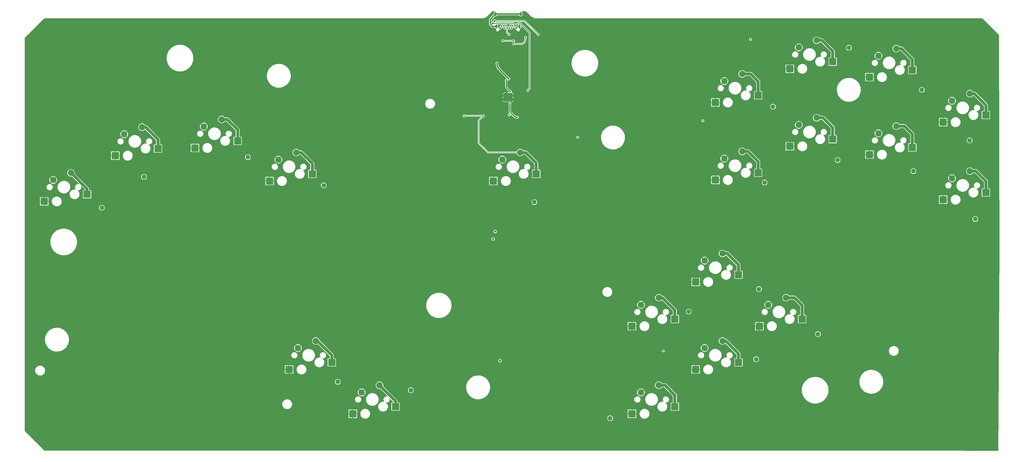
<source format=gbr>
%TF.GenerationSoftware,KiCad,Pcbnew,(7.0.0)*%
%TF.CreationDate,2023-03-03T23:44:03-05:00*%
%TF.ProjectId,ICOF1,49434f46-312e-46b6-9963-61645f706362,rev?*%
%TF.SameCoordinates,Original*%
%TF.FileFunction,Copper,L2,Bot*%
%TF.FilePolarity,Positive*%
%FSLAX46Y46*%
G04 Gerber Fmt 4.6, Leading zero omitted, Abs format (unit mm)*
G04 Created by KiCad (PCBNEW (7.0.0)) date 2023-03-03 23:44:03*
%MOMM*%
%LPD*%
G01*
G04 APERTURE LIST*
G04 Aperture macros list*
%AMOutline5P*
0 Free polygon, 5 corners , with rotation*
0 The origin of the aperture is its center*
0 number of corners: always 5*
0 $1 to $10 corner X, Y*
0 $11 Rotation angle, in degrees counterclockwise*
0 create outline with 5 corners*
4,1,5,$1,$2,$3,$4,$5,$6,$7,$8,$9,$10,$1,$2,$11*%
%AMOutline6P*
0 Free polygon, 6 corners , with rotation*
0 The origin of the aperture is its center*
0 number of corners: always 6*
0 $1 to $12 corner X, Y*
0 $13 Rotation angle, in degrees counterclockwise*
0 create outline with 6 corners*
4,1,6,$1,$2,$3,$4,$5,$6,$7,$8,$9,$10,$11,$12,$1,$2,$13*%
%AMOutline7P*
0 Free polygon, 7 corners , with rotation*
0 The origin of the aperture is its center*
0 number of corners: always 7*
0 $1 to $14 corner X, Y*
0 $15 Rotation angle, in degrees counterclockwise*
0 create outline with 7 corners*
4,1,7,$1,$2,$3,$4,$5,$6,$7,$8,$9,$10,$11,$12,$13,$14,$1,$2,$15*%
%AMOutline8P*
0 Free polygon, 8 corners , with rotation*
0 The origin of the aperture is its center*
0 number of corners: always 8*
0 $1 to $16 corner X, Y*
0 $17 Rotation angle, in degrees counterclockwise*
0 create outline with 8 corners*
4,1,8,$1,$2,$3,$4,$5,$6,$7,$8,$9,$10,$11,$12,$13,$14,$15,$16,$1,$2,$17*%
G04 Aperture macros list end*
%TA.AperFunction,ComponentPad*%
%ADD10C,0.600000*%
%TD*%
%TA.AperFunction,SMDPad,CuDef*%
%ADD11R,2.550000X2.500000*%
%TD*%
%TA.AperFunction,ComponentPad*%
%ADD12C,2.247900*%
%TD*%
%TA.AperFunction,ComponentPad*%
%ADD13Outline8P,-0.762000X0.381000X-0.381000X0.762000X0.381000X0.762000X0.762000X0.381000X0.762000X-0.381000X0.381000X-0.762000X-0.381000X-0.762000X-0.762000X-0.381000X0.000000*%
%TD*%
%TA.AperFunction,ComponentPad*%
%ADD14O,0.800000X1.400000*%
%TD*%
%TA.AperFunction,ComponentPad*%
%ADD15C,0.650000*%
%TD*%
%TA.AperFunction,ViaPad*%
%ADD16C,0.552400*%
%TD*%
%TA.AperFunction,ViaPad*%
%ADD17C,0.800000*%
%TD*%
%TA.AperFunction,ViaPad*%
%ADD18C,0.600000*%
%TD*%
%TA.AperFunction,ViaPad*%
%ADD19C,0.502400*%
%TD*%
%TA.AperFunction,Conductor*%
%ADD20C,0.200000*%
%TD*%
%TA.AperFunction,Conductor*%
%ADD21C,1.000000*%
%TD*%
%TA.AperFunction,Conductor*%
%ADD22C,0.250000*%
%TD*%
%TA.AperFunction,Conductor*%
%ADD23C,0.381000*%
%TD*%
%TA.AperFunction,Conductor*%
%ADD24C,0.500000*%
%TD*%
%TA.AperFunction,Conductor*%
%ADD25C,0.635000*%
%TD*%
G04 APERTURE END LIST*
D10*
%TO.P,U3,57,GND*%
%TO.N,GND*%
X211979000Y-55077107D03*
X211979000Y-53802107D03*
X211979000Y-52527107D03*
X210704000Y-55077107D03*
X210704000Y-53802107D03*
X210704000Y-52527107D03*
X209429000Y-55077107D03*
X209429000Y-53802107D03*
X209429000Y-52527107D03*
%TD*%
D11*
%TO.P,U$15,P$4,PIN2*%
%TO.N,GND*%
X339386099Y-74187599D03*
%TO.P,U$15,P$3,PIN1*%
%TO.N,Z*%
X354626099Y-71647599D03*
D12*
%TO.P,U$15,P$2,PIN1*%
X348911100Y-64027600D03*
%TO.P,U$15,P$1,PIN2*%
%TO.N,GND*%
X342561100Y-66567600D03*
%TD*%
D11*
%TO.P,U$19,P$4,PIN2*%
%TO.N,GND*%
X300155099Y-135317599D03*
%TO.P,U$19,P$3,PIN1*%
%TO.N,C_RT*%
X315395099Y-132777599D03*
D12*
%TO.P,U$19,P$2,PIN1*%
X309680100Y-125157600D03*
%TO.P,U$19,P$1,PIN2*%
%TO.N,GND*%
X303330100Y-127697600D03*
%TD*%
D11*
%TO.P,SW8,P$4,PIN2*%
%TO.N,GND*%
X99147099Y-71818599D03*
%TO.P,SW8,P$3,PIN1*%
%TO.N,DOWN*%
X114387099Y-69278599D03*
D12*
%TO.P,SW8,P$2,PIN1*%
X108672100Y-61658600D03*
%TO.P,SW8,P$1,PIN2*%
%TO.N,GND*%
X102322100Y-64198600D03*
%TD*%
D13*
%TO.P,JP18,1,1*%
%TO.N,N/C*%
X275031099Y-130103599D03*
%TD*%
%TO.P,JP13,1,1*%
%TO.N,N/C*%
X358031099Y-51103599D03*
%TD*%
D11*
%TO.P,U$14,P$4,PIN2*%
%TO.N,GND*%
X311031099Y-71212599D03*
%TO.P,U$14,P$3,PIN1*%
%TO.N,X*%
X326271099Y-68672599D03*
D12*
%TO.P,U$14,P$2,PIN1*%
X320556100Y-61052600D03*
%TO.P,U$14,P$1,PIN2*%
%TO.N,GND*%
X314206100Y-63592600D03*
%TD*%
D11*
%TO.P,U$16,P$4,PIN2*%
%TO.N,GND*%
X365609099Y-90223599D03*
%TO.P,U$16,P$3,PIN1*%
%TO.N,UP*%
X380849099Y-87683599D03*
D12*
%TO.P,U$16,P$2,PIN1*%
X375134100Y-80063600D03*
%TO.P,U$16,P$1,PIN2*%
%TO.N,GND*%
X368784100Y-82603600D03*
%TD*%
D11*
%TO.P,U$8,P$4,PIN2*%
%TO.N,GND*%
X205451099Y-83581599D03*
%TO.P,U$8,P$3,PIN1*%
%TO.N,START*%
X220691099Y-81041599D03*
D12*
%TO.P,U$8,P$2,PIN1*%
X214976100Y-73421600D03*
%TO.P,U$8,P$1,PIN2*%
%TO.N,GND*%
X208626100Y-75961600D03*
%TD*%
D13*
%TO.P,JP20,1,1*%
%TO.N,N/C*%
X299031099Y-147103599D03*
%TD*%
D11*
%TO.P,U$17,P$4,PIN2*%
%TO.N,GND*%
X277498099Y-119547599D03*
%TO.P,U$17,P$3,PIN1*%
%TO.N,C_UP*%
X292738099Y-117007599D03*
D12*
%TO.P,U$17,P$2,PIN1*%
X287023100Y-109387600D03*
%TO.P,U$17,P$1,PIN2*%
%TO.N,GND*%
X280673100Y-111927600D03*
%TD*%
D11*
%TO.P,U$12,P$4,PIN2*%
%TO.N,GND*%
X365609099Y-62613599D03*
%TO.P,U$12,P$3,PIN1*%
%TO.N,MS*%
X380849099Y-60073599D03*
D12*
%TO.P,U$12,P$2,PIN1*%
X375134100Y-52453600D03*
%TO.P,U$12,P$1,PIN2*%
%TO.N,GND*%
X368784100Y-54993600D03*
%TD*%
D11*
%TO.P,U$9,P$4,PIN2*%
%TO.N,GND*%
X284513099Y-55598599D03*
%TO.P,U$9,P$3,PIN1*%
%TO.N,R*%
X299753099Y-53058599D03*
D12*
%TO.P,U$9,P$2,PIN1*%
X294038100Y-45438600D03*
%TO.P,U$9,P$1,PIN2*%
%TO.N,GND*%
X287688100Y-47978600D03*
%TD*%
D11*
%TO.P,U$20,P$4,PIN2*%
%TO.N,GND*%
X277498099Y-150732599D03*
%TO.P,U$20,P$3,PIN1*%
%TO.N,A*%
X292738099Y-148192599D03*
D12*
%TO.P,U$20,P$2,PIN1*%
X287023100Y-140572600D03*
%TO.P,U$20,P$1,PIN2*%
%TO.N,GND*%
X280673100Y-143112600D03*
%TD*%
D13*
%TO.P,JP10,1,1*%
%TO.N,N/C*%
X302031099Y-84103599D03*
%TD*%
%TO.P,JP12,1,1*%
%TO.N,N/C*%
X332031099Y-36103599D03*
%TD*%
%TO.P,JP7,1,1*%
%TO.N,N/C*%
X176031099Y-158103599D03*
%TD*%
%TO.P,JP16,1,1*%
%TO.N,N/C*%
X355031099Y-80103599D03*
%TD*%
%TO.P,JP6,1,1*%
%TO.N,N/C*%
X150031099Y-155103599D03*
%TD*%
D11*
%TO.P,U$18,P$4,PIN2*%
%TO.N,GND*%
X254811099Y-135317599D03*
%TO.P,U$18,P$3,PIN1*%
%TO.N,C_LT*%
X270051099Y-132777599D03*
D12*
%TO.P,U$18,P$2,PIN1*%
X264336100Y-125157600D03*
%TO.P,U$18,P$1,PIN2*%
%TO.N,GND*%
X257986100Y-127697600D03*
%TD*%
D13*
%TO.P,JP19,1,1*%
%TO.N,N/C*%
X321031099Y-138103599D03*
%TD*%
D12*
%TO.P,U$21,P$1,PIN2*%
%TO.N,GND*%
X257986100Y-158882600D03*
%TO.P,U$21,P$2,PIN1*%
%TO.N,C_DN*%
X264336100Y-156342600D03*
D11*
%TO.P,U$21,P$3,PIN1*%
X270051099Y-163962599D03*
%TO.P,U$21,P$4,PIN2*%
%TO.N,GND*%
X254811099Y-166502599D03*
%TD*%
D13*
%TO.P,JP2,1,1*%
%TO.N,N/C*%
X66031099Y-93103599D03*
%TD*%
%TO.P,JP3,1,1*%
%TO.N,N/C*%
X81031099Y-82103599D03*
%TD*%
%TO.P,JP17,1,1*%
%TO.N,N/C*%
X300031099Y-122103599D03*
%TD*%
D11*
%TO.P,SW10,P$4,PIN2*%
%TO.N,GND*%
X125719099Y-83581599D03*
%TO.P,SW10,P$3,PIN1*%
%TO.N,RIGHT*%
X140959099Y-81041599D03*
D12*
%TO.P,SW10,P$2,PIN1*%
X135244100Y-73421600D03*
%TO.P,SW10,P$1,PIN2*%
%TO.N,GND*%
X128894100Y-75961600D03*
%TD*%
D13*
%TO.P,JP14,1,1*%
%TO.N,N/C*%
X375031099Y-69103599D03*
%TD*%
%TO.P,JP11,1,1*%
%TO.N,N/C*%
X328031099Y-76103599D03*
%TD*%
%TO.P,JP8,1,1*%
%TO.N,N/C*%
X220031099Y-91103599D03*
%TD*%
%TO.P,JP15,1,1*%
%TO.N,N/C*%
X377031099Y-97103599D03*
%TD*%
D11*
%TO.P,U$7,P$4,PIN2*%
%TO.N,GND*%
X155366099Y-166501599D03*
%TO.P,U$7,P$3,PIN1*%
%TO.N,M2*%
X170606099Y-163961599D03*
D12*
%TO.P,U$7,P$2,PIN1*%
X164891100Y-156341600D03*
%TO.P,U$7,P$1,PIN2*%
%TO.N,GND*%
X158541100Y-158881600D03*
%TD*%
D13*
%TO.P,JP5,1,1*%
%TO.N,N/C*%
X145031099Y-85103599D03*
%TD*%
D11*
%TO.P,U$11,P$4,PIN2*%
%TO.N,GND*%
X339386099Y-46577599D03*
%TO.P,U$11,P$3,PIN1*%
%TO.N,LS*%
X354626099Y-44037599D03*
D12*
%TO.P,U$11,P$2,PIN1*%
X348911100Y-36417600D03*
%TO.P,U$11,P$1,PIN2*%
%TO.N,GND*%
X342561100Y-38957600D03*
%TD*%
D11*
%TO.P,U$13,P$4,PIN2*%
%TO.N,GND*%
X284513099Y-83207599D03*
%TO.P,U$13,P$3,PIN1*%
%TO.N,B*%
X299753099Y-80667599D03*
D12*
%TO.P,U$13,P$2,PIN1*%
X294038100Y-73047600D03*
%TO.P,U$13,P$1,PIN2*%
%TO.N,GND*%
X287688100Y-75587600D03*
%TD*%
D13*
%TO.P,JP4,1,1*%
%TO.N,N/C*%
X118031099Y-75103599D03*
%TD*%
D11*
%TO.P,SW6,P$4,PIN2*%
%TO.N,GND*%
X70791099Y-74544599D03*
%TO.P,SW6,P$3,PIN1*%
%TO.N,LEFT*%
X86031099Y-72004599D03*
D12*
%TO.P,SW6,P$2,PIN1*%
X80316100Y-64384600D03*
%TO.P,SW6,P$1,PIN2*%
%TO.N,GND*%
X73966100Y-66924600D03*
%TD*%
D11*
%TO.P,SW4,P$4,PIN2*%
%TO.N,GND*%
X45511099Y-90847599D03*
%TO.P,SW4,P$3,PIN1*%
%TO.N,L*%
X60751099Y-88307599D03*
D12*
%TO.P,SW4,P$2,PIN1*%
X55036100Y-80687600D03*
%TO.P,SW4,P$1,PIN2*%
%TO.N,GND*%
X48686100Y-83227600D03*
%TD*%
D11*
%TO.P,U$6,P$4,PIN2*%
%TO.N,GND*%
X132678099Y-150732599D03*
%TO.P,U$6,P$3,PIN1*%
%TO.N,M1*%
X147918099Y-148192599D03*
D12*
%TO.P,U$6,P$2,PIN1*%
X142203100Y-140572600D03*
%TO.P,U$6,P$1,PIN2*%
%TO.N,GND*%
X135853100Y-143112600D03*
%TD*%
D13*
%TO.P,JP21,1,1*%
%TO.N,N/C*%
X247031099Y-168103599D03*
%TD*%
D11*
%TO.P,U$10,P$4,PIN2*%
%TO.N,GND*%
X311031099Y-43602599D03*
%TO.P,U$10,P$3,PIN1*%
%TO.N,Y*%
X326271099Y-41062599D03*
D12*
%TO.P,U$10,P$2,PIN1*%
X320556100Y-33442600D03*
%TO.P,U$10,P$1,PIN2*%
%TO.N,GND*%
X314206100Y-35982600D03*
%TD*%
D14*
%TO.P,J1,S1,SHIELD*%
%TO.N,Net-(J1-SHIELD)*%
X206233999Y-24077106D03*
X206518999Y-28467106D03*
X214778999Y-28467106D03*
X215213999Y-24077106D03*
D15*
%TO.P,J1,B12,GND*%
%TO.N,GND*%
X213524000Y-29067107D03*
%TO.P,J1,B11,RX1+*%
%TO.N,DATA*%
X213124000Y-28367107D03*
%TO.P,J1,B10,RX1-*%
%TO.N,unconnected-(J1-RX1--PadB10)*%
X212324000Y-28367107D03*
%TO.P,J1,B9,VBUS*%
%TO.N,Net-(F1-Pad1)*%
X211924000Y-29067107D03*
%TO.P,J1,B8,SBU2*%
%TO.N,unconnected-(J1-SBU2-PadB8)*%
X211524000Y-28367107D03*
%TO.P,J1,B7,D-*%
%TO.N,DBUS-*%
X211124000Y-29067107D03*
%TO.P,J1,B6,D+*%
%TO.N,DBUS+*%
X210324000Y-29067107D03*
%TO.P,J1,B5,CC2*%
%TO.N,Net-(J1-CC2)*%
X209924000Y-28367107D03*
%TO.P,J1,B4,VBUS*%
%TO.N,Net-(F1-Pad1)*%
X209524000Y-29067107D03*
%TO.P,J1,B3,TX2-*%
%TO.N,unconnected-(J1-TX2--PadB3)*%
X209124000Y-28367107D03*
%TO.P,J1,B2,TX2+*%
%TO.N,3vCable*%
X208324000Y-28367107D03*
%TO.P,J1,B1,GND*%
%TO.N,GND*%
X207924000Y-29067107D03*
%TD*%
D13*
%TO.P,JP9,1,1*%
%TO.N,N/C*%
X305031099Y-57103599D03*
%TD*%
D16*
%TO.N,*%
X235430000Y-68000000D03*
X266031100Y-144103600D03*
D17*
X205380000Y-104300000D03*
X206080000Y-101600000D03*
D16*
X297031100Y-33103600D03*
D17*
X207780000Y-147650000D03*
D16*
X280031100Y-62103600D03*
%TO.N,GND*%
X350031100Y-86103600D03*
D18*
X203436750Y-56961125D03*
D16*
X210031100Y-72103600D03*
X155031100Y-82103600D03*
X296031100Y-136103600D03*
D18*
X209913750Y-44642125D03*
D16*
X344031100Y-31103600D03*
D18*
X199751500Y-44372107D03*
D16*
X267031100Y-153103600D03*
X198031100Y-100103600D03*
D19*
X302031100Y-161103600D03*
D18*
X208124000Y-36257107D03*
D16*
X337031100Y-83103600D03*
X145031100Y-38103600D03*
X159031100Y-56103600D03*
X48031100Y-161103600D03*
D19*
X333031100Y-141103600D03*
D16*
X231031100Y-115103600D03*
X164031100Y-38103600D03*
X266031100Y-50103600D03*
X358031100Y-97103600D03*
D18*
X212326750Y-62803125D03*
D16*
X299031100Y-69103600D03*
X176031100Y-148103600D03*
D18*
X204989000Y-63819125D03*
D16*
X365031100Y-68103600D03*
D19*
X287031100Y-172103600D03*
D16*
X327031100Y-59103600D03*
X246031100Y-149103600D03*
D18*
X211691750Y-66486125D03*
D19*
X329031100Y-169103600D03*
D16*
X230031100Y-164103600D03*
X84031100Y-107103600D03*
X41031100Y-125103600D03*
X245031100Y-100103600D03*
X279031100Y-158103600D03*
X337031100Y-99103600D03*
X295031100Y-96103600D03*
X213031100Y-96103600D03*
X156031100Y-146103600D03*
X51031100Y-119103600D03*
X310031100Y-49103600D03*
X72031100Y-82103600D03*
X160031100Y-122103600D03*
X149031100Y-167103600D03*
X96031100Y-106103600D03*
X185031100Y-164103600D03*
X64031100Y-72103600D03*
X54031100Y-58103600D03*
X98031100Y-93103600D03*
X309031100Y-96103600D03*
X61031100Y-154103600D03*
X171031100Y-122103600D03*
X172031100Y-65103600D03*
D18*
X216294000Y-37477107D03*
D16*
X93031100Y-57103600D03*
X189031100Y-74103600D03*
X375031100Y-39103600D03*
X272031100Y-37103600D03*
D19*
X354031100Y-167103600D03*
D16*
X46031100Y-72103600D03*
X312031100Y-77103600D03*
X143031100Y-64103600D03*
X189031100Y-87103600D03*
X376031100Y-32103600D03*
X68031100Y-170103600D03*
D19*
X330031100Y-118103600D03*
D16*
X321031100Y-84103600D03*
D19*
X312031100Y-146103600D03*
D16*
X76031100Y-141103600D03*
D18*
X216136739Y-66297107D03*
D16*
X108031100Y-94103600D03*
X251031100Y-38103600D03*
X116031100Y-82103600D03*
X231031100Y-89103600D03*
D18*
X208724000Y-40537107D03*
D16*
X212031100Y-126103600D03*
X341031100Y-52103600D03*
D18*
X214485750Y-46166125D03*
X217660750Y-47977107D03*
D16*
X320031100Y-131103600D03*
X126031100Y-154103600D03*
X301031100Y-90103600D03*
D19*
X199031100Y-108103600D03*
D16*
X210031100Y-108103600D03*
X305031100Y-109103600D03*
X61031100Y-163103600D03*
X54031100Y-39103600D03*
X280031100Y-90103600D03*
X270031100Y-121103600D03*
X73031100Y-47103600D03*
X381031100Y-94103600D03*
X72031100Y-56103600D03*
X159031100Y-72103600D03*
X223031100Y-104103600D03*
D18*
X219384000Y-44382107D03*
D16*
X355031100Y-59103600D03*
D18*
X216774000Y-45542107D03*
D16*
X173031100Y-83103600D03*
X117031100Y-35103600D03*
X213031100Y-148103600D03*
D18*
X205468750Y-48833125D03*
D16*
X364031100Y-35103600D03*
X71031100Y-35103600D03*
X248031100Y-53103600D03*
D18*
X212930000Y-44150000D03*
D16*
X295031100Y-143103600D03*
D18*
X219026000Y-57739000D03*
D16*
X45031100Y-96103600D03*
X263031100Y-143103600D03*
D18*
X211025000Y-44150000D03*
D16*
X44031100Y-112103600D03*
X234658412Y-31602982D03*
X98031100Y-77103600D03*
X52031100Y-172103600D03*
X46031100Y-47103600D03*
X253031100Y-171103600D03*
X367031100Y-46103600D03*
X110031100Y-52103600D03*
X264031100Y-69103600D03*
X299031100Y-118103600D03*
D18*
%TO.N,START*%
X201853504Y-60386712D03*
X195035089Y-60388196D03*
%TO.N,DATA*%
X217684000Y-51287107D03*
D17*
X205230000Y-27400000D03*
D18*
%TO.N,+3V3*%
X206744000Y-41577107D03*
X210929750Y-47182125D03*
X211056750Y-60009125D03*
%TO.N,+1V1*%
X213977750Y-60898125D03*
X211326035Y-56084579D03*
X211437750Y-51664357D03*
X210069000Y-47674357D03*
%TO.N,Net-(F1-Pad1)*%
X212644000Y-33617107D03*
X208794000Y-33617107D03*
%TO.N,DBUS+*%
X211052000Y-31381012D03*
%TO.N,Net-(J1-CC1)*%
X216874000Y-32407607D03*
X212734000Y-34717107D03*
D17*
%TO.N,3vCable*%
X205844499Y-26563999D03*
D18*
X221385589Y-31375518D03*
%TD*%
D20*
%TO.N,DBUS+*%
X210324000Y-30653012D02*
X210324000Y-29067107D01*
X211052000Y-31381012D02*
X210324000Y-30653012D01*
%TO.N,START*%
X203651600Y-73421600D02*
X214976100Y-73421600D01*
X200230000Y-70000000D02*
X203651600Y-73421600D01*
X200230000Y-62010216D02*
X200230000Y-70000000D01*
X201853504Y-60386712D02*
X200230000Y-62010216D01*
X195036573Y-60386712D02*
X201853504Y-60386712D01*
X195035089Y-60388196D02*
X195036573Y-60386712D01*
D21*
%TO.N,LS*%
X350797600Y-36417600D02*
X348911100Y-36417600D01*
X354626100Y-44037600D02*
X354626100Y-40246100D01*
X354626100Y-40246100D02*
X350797600Y-36417600D01*
%TO.N,Y*%
X322422600Y-33442600D02*
X320556100Y-33442600D01*
X326271100Y-37291100D02*
X322422600Y-33442600D01*
X326271100Y-41062600D02*
X326271100Y-37291100D01*
%TO.N,R*%
X297068600Y-45438600D02*
X294038100Y-45438600D01*
X299753100Y-53058600D02*
X299753100Y-48123100D01*
X299753100Y-48123100D02*
X297068600Y-45438600D01*
%TO.N,X*%
X322782600Y-61052600D02*
X320556100Y-61052600D01*
X326271100Y-64541100D02*
X322782600Y-61052600D01*
X326271100Y-68672600D02*
X326271100Y-64541100D01*
%TO.N,B*%
X296127600Y-73047600D02*
X294038100Y-73047600D01*
X299753100Y-76673100D02*
X296127600Y-73047600D01*
X299753100Y-80667600D02*
X299753100Y-76673100D01*
%TO.N,MS*%
X376733600Y-52453600D02*
X375134100Y-52453600D01*
X380849100Y-56569100D02*
X376733600Y-52453600D01*
X380849100Y-60073600D02*
X380849100Y-56569100D01*
%TO.N,Z*%
X351807600Y-64027600D02*
X348911100Y-64027600D01*
X354626100Y-66846100D02*
X351807600Y-64027600D01*
X354626100Y-71647600D02*
X354626100Y-66846100D01*
%TO.N,UP*%
X377243600Y-80063600D02*
X375134100Y-80063600D01*
X380849100Y-83669100D02*
X377243600Y-80063600D01*
X380849100Y-87683600D02*
X380849100Y-83669100D01*
%TO.N,C_UP*%
X288667600Y-109387600D02*
X287023100Y-109387600D01*
X292738100Y-113458100D02*
X288667600Y-109387600D01*
X292738100Y-117007600D02*
X292738100Y-113458100D01*
%TO.N,C_RT*%
X315395100Y-127865100D02*
X312687600Y-125157600D01*
X312687600Y-125157600D02*
X309680100Y-125157600D01*
X315395100Y-132777600D02*
X315395100Y-127865100D01*
%TO.N,C_LT*%
X265637600Y-125157600D02*
X264336100Y-125157600D01*
X270051100Y-129571100D02*
X265637600Y-125157600D01*
X270051100Y-132777600D02*
X270051100Y-129571100D01*
%TO.N,A*%
X288202600Y-140572600D02*
X287023100Y-140572600D01*
X292738100Y-145108100D02*
X288202600Y-140572600D01*
X292738100Y-148192600D02*
X292738100Y-145108100D01*
%TO.N,C_DN*%
X266522600Y-156342600D02*
X264336100Y-156342600D01*
X270051100Y-159871100D02*
X266522600Y-156342600D01*
X270051100Y-163962600D02*
X270051100Y-159871100D01*
%TO.N,START*%
X216951600Y-73421600D02*
X214976100Y-73421600D01*
X220691100Y-77161100D02*
X216951600Y-73421600D01*
X220691100Y-81041600D02*
X220691100Y-77161100D01*
%TO.N,RIGHT*%
X137001600Y-73421600D02*
X135244100Y-73421600D01*
X140959100Y-77379100D02*
X137001600Y-73421600D01*
X140959100Y-81041600D02*
X140959100Y-77379100D01*
%TO.N,DOWN*%
X110688600Y-61658600D02*
X108672100Y-61658600D01*
X114387100Y-65357100D02*
X110688600Y-61658600D01*
X114387100Y-69278600D02*
X114387100Y-65357100D01*
%TO.N,LEFT*%
X81614600Y-64384600D02*
X80316100Y-64384600D01*
X86031100Y-68801100D02*
X81614600Y-64384600D01*
X86031100Y-72004600D02*
X86031100Y-68801100D01*
%TO.N,L*%
X60751100Y-86402600D02*
X55036100Y-80687600D01*
X60751100Y-88307600D02*
X60751100Y-86402600D01*
%TO.N,M2*%
X170606100Y-162056600D02*
X164891100Y-156341600D01*
X170606100Y-163961600D02*
X170606100Y-162056600D01*
D22*
%TO.N,M1*%
X142802600Y-140572600D02*
X142203100Y-140572600D01*
D21*
X147918100Y-145688100D02*
X142802600Y-140572600D01*
X147918100Y-148192600D02*
X147918100Y-145688100D01*
D20*
%TO.N,START*%
X195046893Y-60400000D02*
X195035089Y-60388196D01*
D23*
%TO.N,+1V1*%
X211312510Y-56098104D02*
X211312510Y-58633211D01*
X211326035Y-56084579D02*
X211312510Y-56098104D01*
X212966879Y-60605228D02*
G75*
G03*
X213673982Y-60898125I707121J707128D01*
G01*
X211312509Y-58633211D02*
G75*
G03*
X211603643Y-59242000I1020491J114011D01*
G01*
X211603643Y-59242000D02*
X212966875Y-60605232D01*
X213673982Y-60898125D02*
X213977750Y-60898125D01*
D22*
%TO.N,DATA*%
X218332241Y-50638866D02*
X217684000Y-51287107D01*
X218332241Y-30695043D02*
X218332241Y-50638866D01*
X215079305Y-27442107D02*
X218332241Y-30695043D01*
X214130000Y-27450000D02*
X214137893Y-27442107D01*
X214137893Y-27442107D02*
X215079305Y-27442107D01*
X214041107Y-27450000D02*
X214130000Y-27450000D01*
X213124000Y-28367107D02*
X214041107Y-27450000D01*
X213124000Y-27907488D02*
X213124000Y-28367107D01*
X212616512Y-27400000D02*
X213124000Y-27907488D01*
X205230000Y-27400000D02*
X212616512Y-27400000D01*
D24*
%TO.N,Net-(J1-SHIELD)*%
X204380000Y-27752082D02*
X204380000Y-25931107D01*
X206519000Y-28467107D02*
X205095025Y-28467107D01*
X205095025Y-28467107D02*
X204380000Y-27752082D01*
X204380000Y-25931107D02*
X206234000Y-24077107D01*
D20*
%TO.N,3vCable*%
X216574070Y-26563999D02*
X221385589Y-31375518D01*
X205844499Y-26563999D02*
X216574070Y-26563999D01*
D24*
%TO.N,Net-(J1-SHIELD)*%
X206234000Y-24077107D02*
X215214000Y-24077107D01*
D25*
%TO.N,GND*%
X210704000Y-52527107D02*
X210704000Y-55077107D01*
X211979000Y-55077107D02*
X211979000Y-52527107D01*
X209729000Y-54777107D02*
X211679000Y-54777107D01*
X211679000Y-54777107D02*
X211979000Y-55077107D01*
X209429000Y-55077107D02*
X209429000Y-52527107D01*
X211979000Y-52527107D02*
X209429000Y-52527107D01*
X209429000Y-55077107D02*
X209729000Y-54777107D01*
X211979000Y-53802107D02*
X209429000Y-53802107D01*
D24*
%TO.N,+3V3*%
X207747570Y-43999945D02*
X210929750Y-47182125D01*
X206743991Y-41577107D02*
G75*
G03*
X207747570Y-43999945I3426409J7D01*
G01*
D23*
%TO.N,+1V1*%
X210069000Y-49881393D02*
X210069000Y-47674357D01*
X211437750Y-51664357D02*
X210361893Y-50588500D01*
X210069005Y-49881393D02*
G75*
G03*
X210361893Y-50588500I999995J-7D01*
G01*
D20*
%TO.N,Net-(F1-Pad1)*%
X208794000Y-33617107D02*
X212644000Y-33617107D01*
%TO.N,Net-(J1-CC1)*%
X212734000Y-34717107D02*
X215148430Y-34717107D01*
X216874000Y-32991537D02*
X216874000Y-32407607D01*
X215148430Y-34717100D02*
G75*
G03*
X216874000Y-32991537I-30J1725600D01*
G01*
%TD*%
%TA.AperFunction,Conductor*%
%TO.N,GND*%
G36*
X206083036Y-23111622D02*
G01*
X206100009Y-23139941D01*
X206095165Y-23172598D01*
X206070702Y-23194770D01*
X205934127Y-23251340D01*
X205934117Y-23251345D01*
X205931159Y-23252571D01*
X205928612Y-23254524D01*
X205928609Y-23254527D01*
X205808266Y-23346869D01*
X205808262Y-23346872D01*
X205805718Y-23348825D01*
X205803765Y-23351369D01*
X205803762Y-23351373D01*
X205711420Y-23471716D01*
X205711417Y-23471719D01*
X205709464Y-23474266D01*
X205708236Y-23477229D01*
X205708235Y-23477232D01*
X205650184Y-23617379D01*
X205650182Y-23617382D01*
X205648956Y-23620345D01*
X205648537Y-23623524D01*
X205648537Y-23623526D01*
X205633708Y-23736161D01*
X205633707Y-23736171D01*
X205633500Y-23737746D01*
X205633500Y-23739346D01*
X205633500Y-24020207D01*
X205629770Y-24038958D01*
X205619148Y-24054855D01*
X204081286Y-25592716D01*
X204077190Y-25596377D01*
X204048901Y-25618938D01*
X204046030Y-25621228D01*
X204043962Y-25624260D01*
X204043962Y-25624261D01*
X204013047Y-25669603D01*
X204011988Y-25671095D01*
X203979388Y-25715267D01*
X203979382Y-25715276D01*
X203977207Y-25718225D01*
X203975994Y-25721689D01*
X203974280Y-25724934D01*
X203974165Y-25724873D01*
X203973073Y-25727035D01*
X203973189Y-25727091D01*
X203971593Y-25730404D01*
X203969528Y-25733434D01*
X203968448Y-25736934D01*
X203968446Y-25736939D01*
X203952258Y-25789420D01*
X203951688Y-25791151D01*
X203932354Y-25846408D01*
X203932216Y-25850075D01*
X203931533Y-25853686D01*
X203931406Y-25853661D01*
X203931000Y-25856048D01*
X203931128Y-25856068D01*
X203930580Y-25859699D01*
X203929500Y-25863205D01*
X203929500Y-25866874D01*
X203929500Y-25921758D01*
X203929466Y-25923590D01*
X203928167Y-25958317D01*
X203927276Y-25982117D01*
X203928227Y-25985666D01*
X203928638Y-25989311D01*
X203928507Y-25989325D01*
X203929500Y-25996867D01*
X203929500Y-27724029D01*
X203929192Y-27729514D01*
X203924730Y-27769117D01*
X203925411Y-27772720D01*
X203925412Y-27772726D01*
X203935617Y-27826661D01*
X203935924Y-27828466D01*
X203944104Y-27882736D01*
X203944652Y-27886369D01*
X203946246Y-27889680D01*
X203947328Y-27893185D01*
X203947201Y-27893223D01*
X203947958Y-27895523D01*
X203948082Y-27895480D01*
X203949294Y-27898944D01*
X203949977Y-27902554D01*
X203951691Y-27905798D01*
X203951693Y-27905802D01*
X203977358Y-27954362D01*
X203978182Y-27955995D01*
X204003575Y-28008724D01*
X204006071Y-28011414D01*
X204008141Y-28014451D01*
X204008033Y-28014524D01*
X204009433Y-28016495D01*
X204009537Y-28016419D01*
X204011717Y-28019373D01*
X204013434Y-28022620D01*
X204016032Y-28025218D01*
X204054840Y-28064026D01*
X204056112Y-28065346D01*
X204095945Y-28108276D01*
X204099128Y-28110113D01*
X204101996Y-28112401D01*
X204101913Y-28112504D01*
X204107947Y-28117133D01*
X204756632Y-28765817D01*
X204760294Y-28769914D01*
X204768412Y-28780094D01*
X204785146Y-28801077D01*
X204788174Y-28803142D01*
X204788177Y-28803144D01*
X204833555Y-28834082D01*
X204835049Y-28835143D01*
X204879187Y-28867719D01*
X204879190Y-28867720D01*
X204882143Y-28869900D01*
X204885607Y-28871112D01*
X204888858Y-28872830D01*
X204888796Y-28872946D01*
X204890950Y-28874033D01*
X204891007Y-28873916D01*
X204894317Y-28875509D01*
X204897352Y-28877579D01*
X204938692Y-28890330D01*
X204953320Y-28894842D01*
X204955062Y-28895415D01*
X205010326Y-28914753D01*
X205013999Y-28914890D01*
X205017606Y-28915573D01*
X205017581Y-28915704D01*
X205019963Y-28916108D01*
X205019983Y-28915977D01*
X205023611Y-28916523D01*
X205027123Y-28917607D01*
X205085676Y-28917607D01*
X205087507Y-28917640D01*
X205146035Y-28919831D01*
X205149586Y-28918879D01*
X205153229Y-28918469D01*
X205153243Y-28918599D01*
X205160785Y-28917607D01*
X205898621Y-28917607D01*
X205925844Y-28925865D01*
X205943891Y-28947855D01*
X205994464Y-29069948D01*
X206090718Y-29195389D01*
X206216159Y-29291643D01*
X206362238Y-29352151D01*
X206365419Y-29352569D01*
X206365420Y-29352570D01*
X206371422Y-29353360D01*
X206431702Y-29361296D01*
X206458409Y-29373749D01*
X206473143Y-29399270D01*
X206470575Y-29428627D01*
X206414542Y-29563902D01*
X206414540Y-29563907D01*
X206413313Y-29566871D01*
X206412894Y-29570050D01*
X206412894Y-29570052D01*
X206405767Y-29624190D01*
X206393534Y-29717107D01*
X206413313Y-29867343D01*
X206471302Y-30007340D01*
X206563549Y-30127558D01*
X206683767Y-30219805D01*
X206823764Y-30277794D01*
X206936280Y-30292607D01*
X207010120Y-30292607D01*
X207011720Y-30292607D01*
X207124236Y-30277794D01*
X207264233Y-30219805D01*
X207384451Y-30127558D01*
X207476698Y-30007340D01*
X207534687Y-29867343D01*
X207554466Y-29717107D01*
X207539331Y-29602146D01*
X207543965Y-29574080D01*
X207563412Y-29553317D01*
X207591117Y-29546857D01*
X207617742Y-29556878D01*
X207631474Y-29567415D01*
X207636987Y-29570598D01*
X207770926Y-29626077D01*
X207777079Y-29627726D01*
X207920817Y-29646650D01*
X207927183Y-29646650D01*
X208070920Y-29627726D01*
X208077073Y-29626077D01*
X208211011Y-29570599D01*
X208216529Y-29567413D01*
X208228520Y-29558212D01*
X208231753Y-29553803D01*
X208229121Y-29549005D01*
X207442098Y-28761982D01*
X207437303Y-28759351D01*
X207432894Y-28762585D01*
X207423691Y-28774579D01*
X207420509Y-28780091D01*
X207365029Y-28914033D01*
X207363380Y-28920186D01*
X207344457Y-29063924D01*
X207344457Y-29070290D01*
X207359137Y-29181795D01*
X207349430Y-29218020D01*
X207316952Y-29236772D01*
X207280728Y-29227066D01*
X207264233Y-29214409D01*
X207239804Y-29204290D01*
X207127201Y-29157648D01*
X207127199Y-29157647D01*
X207124236Y-29156420D01*
X207121054Y-29156001D01*
X207074819Y-29149914D01*
X207045084Y-29134432D01*
X207032261Y-29103457D01*
X207040975Y-29075851D01*
X207039976Y-29075275D01*
X207041580Y-29072497D01*
X207043536Y-29069948D01*
X207104044Y-28923869D01*
X207119500Y-28806468D01*
X207119500Y-28127746D01*
X207104044Y-28010345D01*
X207043536Y-27864266D01*
X206997545Y-27804329D01*
X206987605Y-27770229D01*
X207003315Y-27738373D01*
X207036419Y-27725500D01*
X212461390Y-27725500D01*
X212496038Y-27739852D01*
X212543293Y-27787107D01*
X212557409Y-27816952D01*
X212549387Y-27848978D01*
X212522869Y-27868645D01*
X212489894Y-27867025D01*
X212464152Y-27856362D01*
X212464146Y-27856360D01*
X212461183Y-27855133D01*
X212458002Y-27854714D01*
X212457998Y-27854713D01*
X212327183Y-27837491D01*
X212324000Y-27837072D01*
X212320817Y-27837491D01*
X212190001Y-27854713D01*
X212189995Y-27854714D01*
X212186817Y-27855133D01*
X212183853Y-27856360D01*
X212183848Y-27856362D01*
X212061951Y-27906853D01*
X212061947Y-27906855D01*
X212058983Y-27908083D01*
X212056436Y-27910036D01*
X212056433Y-27910039D01*
X211953829Y-27988770D01*
X211924000Y-27998896D01*
X211894170Y-27988770D01*
X211791566Y-27910038D01*
X211791565Y-27910037D01*
X211789018Y-27908083D01*
X211786052Y-27906854D01*
X211786048Y-27906852D01*
X211664151Y-27856362D01*
X211664148Y-27856361D01*
X211661183Y-27855133D01*
X211658002Y-27854714D01*
X211657998Y-27854713D01*
X211527183Y-27837491D01*
X211524000Y-27837072D01*
X211520817Y-27837491D01*
X211390001Y-27854713D01*
X211389995Y-27854714D01*
X211386817Y-27855133D01*
X211383853Y-27856360D01*
X211383848Y-27856362D01*
X211261951Y-27906853D01*
X211261947Y-27906855D01*
X211258983Y-27908083D01*
X211256441Y-27910032D01*
X211256433Y-27910038D01*
X211151757Y-27990360D01*
X211151755Y-27990362D01*
X211149209Y-27992316D01*
X211147256Y-27994860D01*
X211147253Y-27994864D01*
X211066931Y-28099540D01*
X211066925Y-28099548D01*
X211064976Y-28102090D01*
X211063748Y-28105054D01*
X211063746Y-28105058D01*
X211013255Y-28226955D01*
X211013253Y-28226960D01*
X211012026Y-28229924D01*
X211011607Y-28233102D01*
X211011606Y-28233108D01*
X211000045Y-28320924D01*
X210993965Y-28367107D01*
X210994384Y-28370288D01*
X210994384Y-28370290D01*
X211012026Y-28504290D01*
X211010497Y-28504491D01*
X211007653Y-28533343D01*
X210982459Y-28556938D01*
X210861951Y-28606853D01*
X210861947Y-28606855D01*
X210858983Y-28608083D01*
X210856436Y-28610036D01*
X210856433Y-28610039D01*
X210753829Y-28688770D01*
X210724000Y-28698896D01*
X210694170Y-28688770D01*
X210591566Y-28610038D01*
X210591565Y-28610037D01*
X210589018Y-28608083D01*
X210586052Y-28606854D01*
X210586048Y-28606852D01*
X210498563Y-28570616D01*
X210465539Y-28556937D01*
X210440335Y-28533322D01*
X210437513Y-28504492D01*
X210435974Y-28504290D01*
X210453616Y-28370290D01*
X210453616Y-28370288D01*
X210454035Y-28367107D01*
X210435974Y-28229924D01*
X210383024Y-28102090D01*
X210381070Y-28099543D01*
X210381068Y-28099540D01*
X210311381Y-28008724D01*
X210298791Y-27992316D01*
X210289314Y-27985044D01*
X210191566Y-27910038D01*
X210191565Y-27910037D01*
X210189018Y-27908083D01*
X210186052Y-27906854D01*
X210186048Y-27906852D01*
X210064151Y-27856362D01*
X210064148Y-27856361D01*
X210061183Y-27855133D01*
X210058002Y-27854714D01*
X210057998Y-27854713D01*
X209927183Y-27837491D01*
X209924000Y-27837072D01*
X209920817Y-27837491D01*
X209790001Y-27854713D01*
X209789995Y-27854714D01*
X209786817Y-27855133D01*
X209783853Y-27856360D01*
X209783848Y-27856362D01*
X209661951Y-27906853D01*
X209661947Y-27906855D01*
X209658983Y-27908083D01*
X209656436Y-27910036D01*
X209656433Y-27910039D01*
X209553829Y-27988770D01*
X209524000Y-27998896D01*
X209494170Y-27988770D01*
X209391566Y-27910038D01*
X209391565Y-27910037D01*
X209389018Y-27908083D01*
X209386052Y-27906854D01*
X209386048Y-27906852D01*
X209264151Y-27856362D01*
X209264148Y-27856361D01*
X209261183Y-27855133D01*
X209258002Y-27854714D01*
X209257998Y-27854713D01*
X209127183Y-27837491D01*
X209124000Y-27837072D01*
X209120817Y-27837491D01*
X208990001Y-27854713D01*
X208989995Y-27854714D01*
X208986817Y-27855133D01*
X208983853Y-27856360D01*
X208983848Y-27856362D01*
X208861951Y-27906853D01*
X208861947Y-27906855D01*
X208858983Y-27908083D01*
X208856436Y-27910036D01*
X208856433Y-27910039D01*
X208753829Y-27988770D01*
X208724000Y-27998896D01*
X208694170Y-27988770D01*
X208591566Y-27910038D01*
X208591565Y-27910037D01*
X208589018Y-27908083D01*
X208586052Y-27906854D01*
X208586048Y-27906852D01*
X208464151Y-27856362D01*
X208464148Y-27856361D01*
X208461183Y-27855133D01*
X208458002Y-27854714D01*
X208457998Y-27854713D01*
X208327183Y-27837491D01*
X208324000Y-27837072D01*
X208320817Y-27837491D01*
X208190001Y-27854713D01*
X208189995Y-27854714D01*
X208186817Y-27855133D01*
X208183853Y-27856360D01*
X208183848Y-27856362D01*
X208061951Y-27906853D01*
X208061947Y-27906855D01*
X208058983Y-27908083D01*
X208056441Y-27910032D01*
X208056433Y-27910038D01*
X207951757Y-27990360D01*
X207951755Y-27990362D01*
X207949209Y-27992316D01*
X207947256Y-27994860D01*
X207947253Y-27994864D01*
X207866931Y-28099540D01*
X207866925Y-28099548D01*
X207864976Y-28102090D01*
X207863748Y-28105054D01*
X207863746Y-28105058D01*
X207813255Y-28226955D01*
X207813253Y-28226960D01*
X207812026Y-28229924D01*
X207811607Y-28233102D01*
X207811606Y-28233108D01*
X207800045Y-28320924D01*
X207793965Y-28367107D01*
X207794384Y-28370288D01*
X207794384Y-28370290D01*
X207805505Y-28454763D01*
X207797673Y-28488371D01*
X207773421Y-28505764D01*
X207773895Y-28506907D01*
X207636984Y-28563616D01*
X207631472Y-28566798D01*
X207619478Y-28576001D01*
X207616244Y-28580410D01*
X207618875Y-28585205D01*
X208405898Y-29372228D01*
X208410696Y-29374860D01*
X208415105Y-29371627D01*
X208424306Y-29359636D01*
X208427492Y-29354118D01*
X208482970Y-29220180D01*
X208484619Y-29214027D01*
X208503543Y-29070290D01*
X208503543Y-29063924D01*
X208484619Y-28920188D01*
X208483486Y-28915959D01*
X208486869Y-28881602D01*
X208512062Y-28858006D01*
X208589018Y-28826131D01*
X208694172Y-28745442D01*
X208724000Y-28735317D01*
X208753827Y-28745442D01*
X208858982Y-28826131D01*
X208982460Y-28877276D01*
X209007651Y-28900864D01*
X209010501Y-28929723D01*
X209012026Y-28929923D01*
X209012026Y-28929924D01*
X208993965Y-29067107D01*
X208994384Y-29070289D01*
X208994384Y-29070290D01*
X209011606Y-29201105D01*
X209011607Y-29201109D01*
X209012026Y-29204290D01*
X209013254Y-29207255D01*
X209013255Y-29207258D01*
X209063745Y-29329155D01*
X209063747Y-29329159D01*
X209064976Y-29332125D01*
X209066930Y-29334672D01*
X209066931Y-29334673D01*
X209139026Y-29428627D01*
X209149209Y-29441898D01*
X209258982Y-29526131D01*
X209261949Y-29527360D01*
X209261951Y-29527361D01*
X209309020Y-29546857D01*
X209386817Y-29579081D01*
X209524000Y-29597142D01*
X209661183Y-29579081D01*
X209789018Y-29526131D01*
X209894172Y-29445442D01*
X209924000Y-29435317D01*
X209953828Y-29445442D01*
X210004329Y-29484194D01*
X210018447Y-29501395D01*
X210023500Y-29523067D01*
X210023500Y-30597120D01*
X210023030Y-30603890D01*
X210022669Y-30606472D01*
X210021227Y-30610777D01*
X210021436Y-30615307D01*
X210021436Y-30615311D01*
X210023448Y-30658822D01*
X210023500Y-30661085D01*
X210023500Y-30680856D01*
X210023915Y-30683075D01*
X210024159Y-30684379D01*
X210024941Y-30691121D01*
X210026415Y-30723004D01*
X210028246Y-30727152D01*
X210028248Y-30727158D01*
X210032728Y-30737305D01*
X210036067Y-30748086D01*
X210038104Y-30758982D01*
X210038105Y-30758984D01*
X210038939Y-30763445D01*
X210041328Y-30767303D01*
X210041329Y-30767306D01*
X210055734Y-30790571D01*
X210058897Y-30796572D01*
X210069958Y-30821621D01*
X210069960Y-30821624D01*
X210071794Y-30825777D01*
X210075004Y-30828987D01*
X210082843Y-30836826D01*
X210089852Y-30845675D01*
X210098081Y-30858964D01*
X210119340Y-30875018D01*
X210123550Y-30878197D01*
X210128669Y-30882652D01*
X210539150Y-31293133D01*
X210550994Y-31312306D01*
X210553003Y-31334754D01*
X210547642Y-31372047D01*
X210546353Y-31381012D01*
X210546852Y-31384483D01*
X210566335Y-31519996D01*
X210566336Y-31520000D01*
X210566835Y-31523469D01*
X210568290Y-31526655D01*
X210568291Y-31526658D01*
X210612768Y-31624047D01*
X210626623Y-31654385D01*
X210628914Y-31657029D01*
X210628916Y-31657032D01*
X210707605Y-31747844D01*
X210720872Y-31763155D01*
X210723820Y-31765050D01*
X210723823Y-31765052D01*
X210812297Y-31821910D01*
X210841947Y-31840965D01*
X210980039Y-31881512D01*
X211120457Y-31881512D01*
X211123961Y-31881512D01*
X211262053Y-31840965D01*
X211383128Y-31763155D01*
X211477377Y-31654385D01*
X211537165Y-31523469D01*
X211557647Y-31381012D01*
X211537165Y-31238555D01*
X211477377Y-31107639D01*
X211472616Y-31102145D01*
X211385424Y-31001519D01*
X211383128Y-30998869D01*
X211380179Y-30996974D01*
X211380176Y-30996971D01*
X211265002Y-30922954D01*
X211265000Y-30922953D01*
X211262053Y-30921059D01*
X211258693Y-30920072D01*
X211258690Y-30920071D01*
X211127323Y-30881499D01*
X211127321Y-30881498D01*
X211123961Y-30880512D01*
X210996768Y-30880512D01*
X210962120Y-30866160D01*
X210638852Y-30542893D01*
X210628230Y-30526997D01*
X210624500Y-30508245D01*
X210624500Y-29523067D01*
X210629553Y-29501395D01*
X210643667Y-29484196D01*
X210694172Y-29445441D01*
X210723999Y-29435317D01*
X210753828Y-29445442D01*
X210858982Y-29526131D01*
X210861949Y-29527360D01*
X210861951Y-29527361D01*
X210909020Y-29546857D01*
X210986817Y-29579081D01*
X211124000Y-29597142D01*
X211261183Y-29579081D01*
X211389018Y-29526131D01*
X211494172Y-29445442D01*
X211524000Y-29435317D01*
X211553827Y-29445442D01*
X211658982Y-29526131D01*
X211661949Y-29527360D01*
X211661951Y-29527361D01*
X211709020Y-29546857D01*
X211786817Y-29579081D01*
X211924000Y-29597142D01*
X212061183Y-29579081D01*
X212189018Y-29526131D01*
X212298791Y-29441898D01*
X212383024Y-29332125D01*
X212435974Y-29204290D01*
X212454035Y-29067107D01*
X212435974Y-28929924D01*
X212437510Y-28929721D01*
X212440338Y-28900885D01*
X212465537Y-28877277D01*
X212589018Y-28826131D01*
X212694172Y-28745442D01*
X212724000Y-28735317D01*
X212753827Y-28745442D01*
X212858982Y-28826131D01*
X212935935Y-28858005D01*
X212961129Y-28881600D01*
X212964514Y-28915952D01*
X212963381Y-28920178D01*
X212944457Y-29063924D01*
X212944457Y-29070290D01*
X212963380Y-29214027D01*
X212965029Y-29220180D01*
X213020507Y-29354117D01*
X213023694Y-29359638D01*
X213032893Y-29371627D01*
X213037303Y-29374861D01*
X213042098Y-29372230D01*
X213524000Y-28890330D01*
X213829123Y-28585205D01*
X213831754Y-28580410D01*
X213828520Y-28576000D01*
X213816531Y-28566801D01*
X213811010Y-28563614D01*
X213674105Y-28506907D01*
X213674579Y-28505761D01*
X213650328Y-28488376D01*
X213642494Y-28454766D01*
X213654035Y-28367107D01*
X213649078Y-28329464D01*
X213651260Y-28307318D01*
X213663010Y-28288422D01*
X214167779Y-27783653D01*
X214189744Y-27770973D01*
X214196085Y-27769274D01*
X214208758Y-27767607D01*
X214229271Y-27767607D01*
X214262375Y-27780480D01*
X214278084Y-27812336D01*
X214268146Y-27846434D01*
X214254464Y-27864266D01*
X214253236Y-27867229D01*
X214253235Y-27867232D01*
X214195184Y-28007379D01*
X214195182Y-28007382D01*
X214193956Y-28010345D01*
X214193537Y-28013524D01*
X214193537Y-28013526D01*
X214178708Y-28126161D01*
X214178707Y-28126171D01*
X214178500Y-28127746D01*
X214178500Y-28806468D01*
X214178707Y-28808043D01*
X214178708Y-28808052D01*
X214190170Y-28895114D01*
X214193956Y-28923869D01*
X214254464Y-29069948D01*
X214256420Y-29072497D01*
X214258024Y-29075275D01*
X214257028Y-29075849D01*
X214265737Y-29103470D01*
X214252911Y-29134437D01*
X214223180Y-29149914D01*
X214176948Y-29156000D01*
X214176941Y-29156001D01*
X214173764Y-29156420D01*
X214170801Y-29157647D01*
X214170791Y-29157650D01*
X214165906Y-29159674D01*
X214132421Y-29161134D01*
X214105831Y-29140729D01*
X214098577Y-29108007D01*
X214103543Y-29070289D01*
X214103543Y-29063924D01*
X214084619Y-28920186D01*
X214082970Y-28914033D01*
X214027491Y-28780094D01*
X214024307Y-28774579D01*
X214015104Y-28762584D01*
X214010695Y-28759351D01*
X214005900Y-28761982D01*
X213524000Y-29243884D01*
X213218875Y-29549007D01*
X213216244Y-29553802D01*
X213219477Y-29558211D01*
X213231472Y-29567414D01*
X213236987Y-29570598D01*
X213370926Y-29626077D01*
X213377079Y-29627726D01*
X213520817Y-29646650D01*
X213527183Y-29646650D01*
X213670923Y-29627725D01*
X213677067Y-29626079D01*
X213681628Y-29624190D01*
X213715115Y-29622726D01*
X213741708Y-29643130D01*
X213748964Y-29675854D01*
X213743953Y-29713924D01*
X213743534Y-29717107D01*
X213763313Y-29867343D01*
X213821302Y-30007340D01*
X213913549Y-30127558D01*
X214033767Y-30219805D01*
X214173764Y-30277794D01*
X214286280Y-30292607D01*
X214360120Y-30292607D01*
X214361720Y-30292607D01*
X214474236Y-30277794D01*
X214614233Y-30219805D01*
X214734451Y-30127558D01*
X214826698Y-30007340D01*
X214884687Y-29867343D01*
X214904466Y-29717107D01*
X214884687Y-29566871D01*
X214827423Y-29428626D01*
X214824856Y-29399270D01*
X214839590Y-29373749D01*
X214866296Y-29361296D01*
X214935762Y-29352151D01*
X215081841Y-29291643D01*
X215207282Y-29195389D01*
X215303536Y-29069948D01*
X215364044Y-28923869D01*
X215379500Y-28806468D01*
X215379500Y-28320924D01*
X215387758Y-28293701D01*
X215409749Y-28275654D01*
X215438059Y-28272866D01*
X215463147Y-28286275D01*
X216730188Y-29553317D01*
X217992389Y-30815518D01*
X218006741Y-30850166D01*
X218006741Y-50483743D01*
X217992389Y-50518391D01*
X217738526Y-50772255D01*
X217722630Y-50782877D01*
X217703878Y-50786607D01*
X217612039Y-50786607D01*
X217608679Y-50787593D01*
X217608676Y-50787594D01*
X217477309Y-50826166D01*
X217477303Y-50826168D01*
X217473947Y-50827154D01*
X217471001Y-50829046D01*
X217470997Y-50829049D01*
X217355823Y-50903066D01*
X217355816Y-50903071D01*
X217352872Y-50904964D01*
X217350578Y-50907611D01*
X217350575Y-50907614D01*
X217260916Y-51011086D01*
X217260911Y-51011092D01*
X217258623Y-51013734D01*
X217257169Y-51016916D01*
X217257168Y-51016919D01*
X217200291Y-51141460D01*
X217200289Y-51141465D01*
X217198835Y-51144650D01*
X217198336Y-51148116D01*
X217198335Y-51148122D01*
X217184947Y-51241241D01*
X217178353Y-51287107D01*
X217178852Y-51290578D01*
X217198335Y-51426091D01*
X217198336Y-51426095D01*
X217198835Y-51429564D01*
X217200290Y-51432750D01*
X217200291Y-51432753D01*
X217251410Y-51544687D01*
X217258623Y-51560480D01*
X217260914Y-51563124D01*
X217260916Y-51563127D01*
X217331257Y-51644305D01*
X217352872Y-51669250D01*
X217355820Y-51671145D01*
X217355823Y-51671147D01*
X217405578Y-51703122D01*
X217473947Y-51747060D01*
X217612039Y-51787607D01*
X217752457Y-51787607D01*
X217755961Y-51787607D01*
X217894053Y-51747060D01*
X218015128Y-51669250D01*
X218109377Y-51560480D01*
X218169165Y-51429564D01*
X218189647Y-51287107D01*
X218187440Y-51271758D01*
X218189448Y-51249313D01*
X218201291Y-51230141D01*
X218550852Y-50880580D01*
X218553994Y-50877702D01*
X218585435Y-50851321D01*
X218605964Y-50815761D01*
X218608244Y-50812182D01*
X218631795Y-50778550D01*
X218633888Y-50770734D01*
X218638786Y-50758912D01*
X218642829Y-50751911D01*
X218649957Y-50711482D01*
X218650882Y-50707312D01*
X218661504Y-50667673D01*
X218657927Y-50626786D01*
X218657741Y-50622516D01*
X218657741Y-50465955D01*
X285312943Y-50465955D01*
X285313054Y-50468290D01*
X285313054Y-50468295D01*
X285322840Y-50673721D01*
X285322840Y-50673727D01*
X285322952Y-50676059D01*
X285323500Y-50678321D01*
X285323502Y-50678329D01*
X285371990Y-50878198D01*
X285371991Y-50878203D01*
X285372542Y-50880471D01*
X285373510Y-50882591D01*
X285373513Y-50882599D01*
X285458951Y-51069682D01*
X285459921Y-51071805D01*
X285581931Y-51243144D01*
X285734163Y-51388297D01*
X285911114Y-51502016D01*
X286106388Y-51580193D01*
X286312929Y-51620000D01*
X286469410Y-51620000D01*
X286470568Y-51620000D01*
X286627489Y-51605016D01*
X286829311Y-51545756D01*
X287016270Y-51449371D01*
X287181610Y-51319347D01*
X287319355Y-51160381D01*
X287424526Y-50978219D01*
X287493322Y-50779446D01*
X287520019Y-50593764D01*
X289249933Y-50593764D01*
X289250096Y-50595392D01*
X289250097Y-50595397D01*
X289271905Y-50812168D01*
X289280011Y-50892745D01*
X289280390Y-50894338D01*
X289280391Y-50894340D01*
X289282867Y-50904728D01*
X289349670Y-51185049D01*
X289350257Y-51186575D01*
X289350259Y-51186579D01*
X289447563Y-51439221D01*
X289457669Y-51465460D01*
X289477702Y-51502016D01*
X289600642Y-51726354D01*
X289602079Y-51728975D01*
X289603043Y-51730284D01*
X289603048Y-51730291D01*
X289745578Y-51923734D01*
X289780323Y-51970890D01*
X289781465Y-51972070D01*
X289781466Y-51972072D01*
X289859378Y-52052632D01*
X289989221Y-52186889D01*
X290225046Y-52373118D01*
X290226451Y-52373950D01*
X290482175Y-52525416D01*
X290482178Y-52525417D01*
X290483587Y-52526252D01*
X290760233Y-52643560D01*
X291050046Y-52722948D01*
X291347855Y-52763000D01*
X291572313Y-52763000D01*
X291573133Y-52763000D01*
X291797919Y-52747952D01*
X292092387Y-52688099D01*
X292376251Y-52589531D01*
X292644443Y-52454007D01*
X292892180Y-52283946D01*
X293115039Y-52082382D01*
X293309043Y-51852912D01*
X293470731Y-51599632D01*
X293597218Y-51327060D01*
X293686246Y-51040062D01*
X293736226Y-50743758D01*
X293746267Y-50443436D01*
X293716189Y-50144455D01*
X293646530Y-49852151D01*
X293538531Y-49571740D01*
X293394121Y-49308225D01*
X293380408Y-49289614D01*
X293216850Y-49067631D01*
X293215877Y-49066310D01*
X293186092Y-49035513D01*
X293008124Y-48851495D01*
X293006979Y-48850311D01*
X293003680Y-48847706D01*
X292772437Y-48665095D01*
X292772435Y-48665093D01*
X292771154Y-48664082D01*
X292769748Y-48663249D01*
X292514024Y-48511783D01*
X292514015Y-48511778D01*
X292512613Y-48510948D01*
X292511105Y-48510308D01*
X292511102Y-48510307D01*
X292237475Y-48394279D01*
X292237469Y-48394276D01*
X292235967Y-48393640D01*
X292234389Y-48393207D01*
X292234387Y-48393207D01*
X291947733Y-48314684D01*
X291947725Y-48314682D01*
X291946154Y-48314252D01*
X291944541Y-48314035D01*
X291944531Y-48314033D01*
X291649970Y-48274418D01*
X291649961Y-48274417D01*
X291648345Y-48274200D01*
X291423067Y-48274200D01*
X291422266Y-48274253D01*
X291422254Y-48274254D01*
X291199907Y-48289139D01*
X291199904Y-48289139D01*
X291198281Y-48289248D01*
X291196688Y-48289571D01*
X291196679Y-48289573D01*
X290905423Y-48348773D01*
X290905412Y-48348775D01*
X290903813Y-48349101D01*
X290902269Y-48349636D01*
X290902262Y-48349639D01*
X290621495Y-48447131D01*
X290621479Y-48447137D01*
X290619949Y-48447669D01*
X290618494Y-48448403D01*
X290618485Y-48448408D01*
X290353215Y-48582456D01*
X290351757Y-48583193D01*
X290350421Y-48584109D01*
X290350411Y-48584116D01*
X290105369Y-48752327D01*
X290105359Y-48752334D01*
X290104020Y-48753254D01*
X290102811Y-48754347D01*
X290102804Y-48754353D01*
X289882378Y-48953716D01*
X289882368Y-48953726D01*
X289881161Y-48954818D01*
X289880105Y-48956066D01*
X289880103Y-48956069D01*
X289688210Y-49183041D01*
X289688201Y-49183052D01*
X289687157Y-49184288D01*
X289686287Y-49185650D01*
X289686278Y-49185663D01*
X289526346Y-49436193D01*
X289526341Y-49436201D01*
X289525469Y-49437568D01*
X289524788Y-49439034D01*
X289524780Y-49439050D01*
X289399671Y-49708654D01*
X289399668Y-49708661D01*
X289398982Y-49710140D01*
X289398502Y-49711685D01*
X289398497Y-49711700D01*
X289310438Y-49995575D01*
X289310435Y-49995586D01*
X289309954Y-49997138D01*
X289309681Y-49998751D01*
X289309681Y-49998755D01*
X289260246Y-50291826D01*
X289260245Y-50291834D01*
X289259974Y-50293442D01*
X289259919Y-50295066D01*
X289259919Y-50295073D01*
X289249987Y-50592124D01*
X289249987Y-50592136D01*
X289249933Y-50593764D01*
X287520019Y-50593764D01*
X287523257Y-50571245D01*
X287513248Y-50361141D01*
X287463658Y-50156729D01*
X287461402Y-50151790D01*
X287385532Y-49985657D01*
X287376279Y-49965395D01*
X287254269Y-49794056D01*
X287167897Y-49711700D01*
X287103728Y-49650515D01*
X287103725Y-49650513D01*
X287102037Y-49648903D01*
X287100072Y-49647640D01*
X287100068Y-49647637D01*
X286927053Y-49536448D01*
X286927052Y-49536447D01*
X286925086Y-49535184D01*
X286818498Y-49492512D01*
X286731978Y-49457874D01*
X286731976Y-49457873D01*
X286729812Y-49457007D01*
X286727525Y-49456566D01*
X286727521Y-49456565D01*
X286525555Y-49417640D01*
X286525552Y-49417639D01*
X286523271Y-49417200D01*
X286365632Y-49417200D01*
X286364482Y-49417309D01*
X286364478Y-49417310D01*
X286211031Y-49431962D01*
X286211026Y-49431962D01*
X286208711Y-49432184D01*
X286206484Y-49432837D01*
X286206473Y-49432840D01*
X286009127Y-49490786D01*
X286009118Y-49490789D01*
X286006889Y-49491444D01*
X286004822Y-49492509D01*
X286004816Y-49492512D01*
X285822003Y-49586759D01*
X285821992Y-49586765D01*
X285819930Y-49587829D01*
X285818107Y-49589262D01*
X285818097Y-49589269D01*
X285656422Y-49716411D01*
X285656414Y-49716418D01*
X285654590Y-49717853D01*
X285653068Y-49719608D01*
X285653061Y-49719616D01*
X285518370Y-49875058D01*
X285518365Y-49875063D01*
X285516845Y-49876819D01*
X285515683Y-49878830D01*
X285515679Y-49878837D01*
X285412843Y-50056954D01*
X285412838Y-50056964D01*
X285411674Y-50058981D01*
X285410912Y-50061180D01*
X285410908Y-50061191D01*
X285343641Y-50255547D01*
X285343639Y-50255555D01*
X285342878Y-50257754D01*
X285342546Y-50260060D01*
X285342545Y-50260066D01*
X285315945Y-50445073D01*
X285312943Y-50465955D01*
X218657741Y-50465955D01*
X218657741Y-49034875D01*
X286810752Y-49034875D01*
X286813955Y-49039296D01*
X286932448Y-49131524D01*
X286935828Y-49133732D01*
X287132518Y-49240175D01*
X287136213Y-49241796D01*
X287347742Y-49314414D01*
X287351655Y-49315405D01*
X287572251Y-49352216D01*
X287576280Y-49352550D01*
X287799920Y-49352550D01*
X287803948Y-49352216D01*
X288024544Y-49315405D01*
X288028457Y-49314414D01*
X288239986Y-49241796D01*
X288243681Y-49240175D01*
X288440371Y-49133732D01*
X288443751Y-49131524D01*
X288562244Y-49039296D01*
X288565446Y-49034875D01*
X288562814Y-49030091D01*
X287694992Y-48162269D01*
X287688100Y-48159414D01*
X287681207Y-48162269D01*
X286813384Y-49030091D01*
X286810752Y-49034875D01*
X218657741Y-49034875D01*
X218657741Y-47980615D01*
X286309608Y-47980615D01*
X286328076Y-48203502D01*
X286328740Y-48207481D01*
X286383645Y-48424294D01*
X286384952Y-48428099D01*
X286474790Y-48632910D01*
X286476717Y-48636469D01*
X286599034Y-48823691D01*
X286601517Y-48826881D01*
X286626521Y-48854042D01*
X286631049Y-48856869D01*
X286635689Y-48854232D01*
X287506761Y-47983161D01*
X287509394Y-47978600D01*
X287868914Y-47978600D01*
X287871769Y-47985492D01*
X288740508Y-48854231D01*
X288745150Y-48856868D01*
X288749677Y-48854043D01*
X288774681Y-48826882D01*
X288777166Y-48823690D01*
X288899482Y-48636469D01*
X288901409Y-48632910D01*
X288991247Y-48428099D01*
X288992554Y-48424294D01*
X289047459Y-48207481D01*
X289048123Y-48203502D01*
X289066592Y-47980615D01*
X289066592Y-47976585D01*
X289048123Y-47753697D01*
X289047459Y-47749718D01*
X288992554Y-47532905D01*
X288991247Y-47529100D01*
X288901409Y-47324289D01*
X288899482Y-47320730D01*
X288777165Y-47133508D01*
X288774682Y-47130318D01*
X288749677Y-47103156D01*
X288745149Y-47100329D01*
X288740509Y-47102966D01*
X287871769Y-47971707D01*
X287868914Y-47978600D01*
X287509394Y-47978600D01*
X287506761Y-47974038D01*
X286635689Y-47102966D01*
X286631049Y-47100329D01*
X286626521Y-47103156D01*
X286601517Y-47130317D01*
X286599034Y-47133508D01*
X286476717Y-47320730D01*
X286474790Y-47324289D01*
X286384952Y-47529100D01*
X286383645Y-47532905D01*
X286328740Y-47749718D01*
X286328076Y-47753697D01*
X286309608Y-47976585D01*
X286309608Y-47980615D01*
X218657741Y-47980615D01*
X218657741Y-46922323D01*
X286810752Y-46922323D01*
X286813384Y-46927107D01*
X287683538Y-47797261D01*
X287688100Y-47799894D01*
X287692661Y-47797261D01*
X288562814Y-46927107D01*
X288565446Y-46922323D01*
X288562243Y-46917902D01*
X288443751Y-46825675D01*
X288440371Y-46823467D01*
X288243681Y-46717024D01*
X288239986Y-46715403D01*
X288028457Y-46642785D01*
X288024544Y-46641794D01*
X287803948Y-46604983D01*
X287799920Y-46604650D01*
X287576280Y-46604650D01*
X287572251Y-46604983D01*
X287351655Y-46641794D01*
X287347742Y-46642785D01*
X287136213Y-46715403D01*
X287132518Y-46717024D01*
X286935830Y-46823466D01*
X286932444Y-46825678D01*
X286813956Y-46917901D01*
X286810752Y-46922323D01*
X218657741Y-46922323D01*
X218657741Y-41603600D01*
X233275526Y-41603600D01*
X233275578Y-41604725D01*
X233295759Y-42041254D01*
X233295760Y-42041265D01*
X233295812Y-42042389D01*
X233295968Y-42043507D01*
X233295969Y-42043518D01*
X233356342Y-42476311D01*
X233356499Y-42477434D01*
X233356758Y-42478537D01*
X233356759Y-42478540D01*
X233456806Y-42903919D01*
X233456811Y-42903936D01*
X233457067Y-42905025D01*
X233596659Y-43321511D01*
X233630449Y-43398037D01*
X233773629Y-43722311D01*
X233773635Y-43722324D01*
X233774085Y-43723342D01*
X233839655Y-43841063D01*
X233987282Y-44106106D01*
X233987287Y-44106115D01*
X233987829Y-44107087D01*
X233988461Y-44108010D01*
X233988465Y-44108016D01*
X234235436Y-44468549D01*
X234236070Y-44469474D01*
X234236782Y-44470331D01*
X234236787Y-44470338D01*
X234329917Y-44582490D01*
X234516688Y-44807409D01*
X234827291Y-45118012D01*
X235036991Y-45292145D01*
X235151415Y-45387162D01*
X235165226Y-45398630D01*
X235166149Y-45399262D01*
X235166150Y-45399263D01*
X235286608Y-45481779D01*
X235527613Y-45646871D01*
X235911358Y-45860615D01*
X236313189Y-46038041D01*
X236729675Y-46177633D01*
X237157266Y-46278201D01*
X237592311Y-46338888D01*
X237921349Y-46354100D01*
X238140291Y-46354100D01*
X238140851Y-46354100D01*
X238469889Y-46338888D01*
X238904934Y-46278201D01*
X239332525Y-46177633D01*
X239749011Y-46038041D01*
X240150842Y-45860615D01*
X240534587Y-45646871D01*
X240838625Y-45438600D01*
X292708591Y-45438600D01*
X292708777Y-45440726D01*
X292726859Y-45647417D01*
X292728789Y-45669467D01*
X292788770Y-45893319D01*
X292789670Y-45895250D01*
X292789673Y-45895257D01*
X292885808Y-46101419D01*
X292886711Y-46103355D01*
X293019637Y-46293192D01*
X293183508Y-46457063D01*
X293373345Y-46589989D01*
X293583381Y-46687930D01*
X293807233Y-46747911D01*
X294038100Y-46768109D01*
X294268967Y-46747911D01*
X294492819Y-46687930D01*
X294702855Y-46589989D01*
X294892692Y-46457063D01*
X295056563Y-46293192D01*
X295149829Y-46159994D01*
X295167341Y-46144636D01*
X295189967Y-46139100D01*
X296758147Y-46139100D01*
X296792795Y-46153452D01*
X299038248Y-48398905D01*
X299052600Y-48433553D01*
X299052600Y-51559100D01*
X299038248Y-51593748D01*
X299003600Y-51608100D01*
X298458352Y-51608100D01*
X298455993Y-51608569D01*
X298455985Y-51608570D01*
X298404605Y-51618790D01*
X298404600Y-51618791D01*
X298399869Y-51619733D01*
X298395857Y-51622413D01*
X298395854Y-51622415D01*
X298337559Y-51661367D01*
X298337556Y-51661369D01*
X298333548Y-51664048D01*
X298330869Y-51668056D01*
X298330867Y-51668059D01*
X298291915Y-51726354D01*
X298291913Y-51726357D01*
X298289233Y-51730369D01*
X298288291Y-51735100D01*
X298288290Y-51735105D01*
X298278070Y-51786485D01*
X298278069Y-51786493D01*
X298277600Y-51788852D01*
X298277600Y-54328348D01*
X298278069Y-54330707D01*
X298278070Y-54330714D01*
X298288290Y-54382094D01*
X298288291Y-54382097D01*
X298289233Y-54386831D01*
X298291914Y-54390844D01*
X298291915Y-54390845D01*
X298311858Y-54420692D01*
X298333548Y-54453152D01*
X298399869Y-54497467D01*
X298458352Y-54509100D01*
X301045438Y-54509100D01*
X301047848Y-54509100D01*
X301106331Y-54497467D01*
X301172652Y-54453152D01*
X301216967Y-54386831D01*
X301228600Y-54328348D01*
X301228600Y-51788852D01*
X301216967Y-51730369D01*
X301172652Y-51664048D01*
X301106331Y-51619733D01*
X301101597Y-51618791D01*
X301101594Y-51618790D01*
X301050214Y-51608570D01*
X301050207Y-51608569D01*
X301047848Y-51608100D01*
X301045438Y-51608100D01*
X300502600Y-51608100D01*
X300467952Y-51593748D01*
X300453600Y-51559100D01*
X300453600Y-51000772D01*
X327776874Y-51000772D01*
X327779859Y-51124277D01*
X327786780Y-51410670D01*
X327786780Y-51410682D01*
X327786809Y-51411844D01*
X327786949Y-51412999D01*
X327786950Y-51413009D01*
X327834767Y-51806814D01*
X327836373Y-51820038D01*
X327836627Y-51821191D01*
X327836628Y-51821192D01*
X327924846Y-52220388D01*
X327924849Y-52220402D01*
X327925102Y-52221543D01*
X327925465Y-52222663D01*
X327925467Y-52222667D01*
X328044842Y-52590068D01*
X328052167Y-52612610D01*
X328052636Y-52613687D01*
X328052640Y-52613697D01*
X328215907Y-52988497D01*
X328215913Y-52988509D01*
X328216383Y-52989588D01*
X328216958Y-52990623D01*
X328216964Y-52990634D01*
X328359955Y-53247780D01*
X328416216Y-53348957D01*
X328416889Y-53349932D01*
X328416894Y-53349940D01*
X328649119Y-53686377D01*
X328649127Y-53686387D01*
X328649799Y-53687361D01*
X328914953Y-54001642D01*
X328915803Y-54002471D01*
X328915807Y-54002476D01*
X329185958Y-54266176D01*
X329209202Y-54288864D01*
X329529798Y-54546347D01*
X329873748Y-54771685D01*
X330237841Y-54962776D01*
X330618676Y-55117834D01*
X330619813Y-55118173D01*
X330619818Y-55118175D01*
X330969363Y-55222481D01*
X331012700Y-55235413D01*
X331416231Y-55314414D01*
X331825504Y-55354100D01*
X332133231Y-55354100D01*
X332133830Y-55354100D01*
X332441812Y-55339203D01*
X332848689Y-55279790D01*
X333247933Y-55181385D01*
X333635815Y-55044908D01*
X333741896Y-54995615D01*
X367405608Y-54995615D01*
X367424076Y-55218502D01*
X367424740Y-55222481D01*
X367479645Y-55439294D01*
X367480952Y-55443099D01*
X367570790Y-55647910D01*
X367572717Y-55651469D01*
X367695034Y-55838691D01*
X367697517Y-55841881D01*
X367722521Y-55869042D01*
X367727049Y-55871869D01*
X367731689Y-55869232D01*
X368602761Y-54998161D01*
X368605394Y-54993600D01*
X368605393Y-54993599D01*
X368964914Y-54993599D01*
X368967769Y-55000492D01*
X369836508Y-55869231D01*
X369841150Y-55871868D01*
X369845677Y-55869043D01*
X369870681Y-55841882D01*
X369873166Y-55838690D01*
X369995482Y-55651469D01*
X369997409Y-55647910D01*
X370087247Y-55443099D01*
X370088554Y-55439294D01*
X370143459Y-55222481D01*
X370144123Y-55218502D01*
X370162592Y-54995615D01*
X370162592Y-54991585D01*
X370144123Y-54768697D01*
X370143459Y-54764718D01*
X370088554Y-54547905D01*
X370087247Y-54544100D01*
X369997409Y-54339289D01*
X369995482Y-54335730D01*
X369873165Y-54148508D01*
X369870682Y-54145318D01*
X369845677Y-54118156D01*
X369841149Y-54115329D01*
X369836509Y-54117966D01*
X368967769Y-54986707D01*
X368964914Y-54993599D01*
X368605393Y-54993599D01*
X368602761Y-54989038D01*
X367731689Y-54117966D01*
X367727049Y-54115329D01*
X367722521Y-54118156D01*
X367697517Y-54145317D01*
X367695034Y-54148508D01*
X367572717Y-54335730D01*
X367570790Y-54339289D01*
X367480952Y-54544100D01*
X367479645Y-54547905D01*
X367424740Y-54764718D01*
X367424076Y-54768697D01*
X367405608Y-54991585D01*
X367405608Y-54995615D01*
X333741896Y-54995615D01*
X334008715Y-54871631D01*
X334363150Y-54663173D01*
X334695812Y-54421480D01*
X335003593Y-54148809D01*
X335200277Y-53937323D01*
X367906752Y-53937323D01*
X367909384Y-53942107D01*
X368779538Y-54812261D01*
X368784100Y-54814894D01*
X368788661Y-54812261D01*
X369658814Y-53942107D01*
X369661446Y-53937323D01*
X369658243Y-53932902D01*
X369539751Y-53840675D01*
X369536371Y-53838467D01*
X369339681Y-53732024D01*
X369335986Y-53730403D01*
X369124457Y-53657785D01*
X369120544Y-53656794D01*
X368899948Y-53619983D01*
X368895920Y-53619650D01*
X368672280Y-53619650D01*
X368668251Y-53619983D01*
X368447655Y-53656794D01*
X368443742Y-53657785D01*
X368232213Y-53730403D01*
X368228518Y-53732024D01*
X368031830Y-53838466D01*
X368028444Y-53840678D01*
X367909956Y-53932901D01*
X367906752Y-53937323D01*
X335200277Y-53937323D01*
X335283622Y-53847706D01*
X335533282Y-53520982D01*
X335750244Y-53171687D01*
X335932481Y-52803084D01*
X336065023Y-52453600D01*
X373804591Y-52453600D01*
X373804777Y-52455726D01*
X373823304Y-52667501D01*
X373824789Y-52684467D01*
X373884770Y-52908319D01*
X373885670Y-52910250D01*
X373885673Y-52910257D01*
X373981808Y-53116419D01*
X373982711Y-53118355D01*
X374115637Y-53308192D01*
X374279508Y-53472063D01*
X374469345Y-53604989D01*
X374577793Y-53655559D01*
X374676496Y-53701585D01*
X374679381Y-53702930D01*
X374903233Y-53762911D01*
X375134100Y-53783109D01*
X375364967Y-53762911D01*
X375588819Y-53702930D01*
X375798855Y-53604989D01*
X375988692Y-53472063D01*
X376152563Y-53308192D01*
X376245829Y-53174994D01*
X376263341Y-53159636D01*
X376285967Y-53154100D01*
X376423147Y-53154100D01*
X376457795Y-53168452D01*
X380134248Y-56844905D01*
X380148600Y-56879553D01*
X380148600Y-58574100D01*
X380134248Y-58608748D01*
X380099600Y-58623100D01*
X379554352Y-58623100D01*
X379551993Y-58623569D01*
X379551985Y-58623570D01*
X379500605Y-58633790D01*
X379500600Y-58633791D01*
X379495869Y-58634733D01*
X379491857Y-58637413D01*
X379491854Y-58637415D01*
X379433559Y-58676367D01*
X379433556Y-58676369D01*
X379429548Y-58679048D01*
X379426869Y-58683056D01*
X379426867Y-58683059D01*
X379387915Y-58741354D01*
X379387913Y-58741357D01*
X379385233Y-58745369D01*
X379384291Y-58750100D01*
X379384290Y-58750105D01*
X379374070Y-58801485D01*
X379374069Y-58801493D01*
X379373600Y-58803852D01*
X379373600Y-61343348D01*
X379374069Y-61345707D01*
X379374070Y-61345714D01*
X379384290Y-61397094D01*
X379384291Y-61397097D01*
X379385233Y-61401831D01*
X379429548Y-61468152D01*
X379495869Y-61512467D01*
X379554352Y-61524100D01*
X382141438Y-61524100D01*
X382143848Y-61524100D01*
X382202331Y-61512467D01*
X382268652Y-61468152D01*
X382312967Y-61401831D01*
X382324600Y-61343348D01*
X382324600Y-58803852D01*
X382312967Y-58745369D01*
X382268652Y-58679048D01*
X382248955Y-58665887D01*
X382206345Y-58637415D01*
X382206344Y-58637414D01*
X382202331Y-58634733D01*
X382197597Y-58633791D01*
X382197594Y-58633790D01*
X382146214Y-58623570D01*
X382146207Y-58623569D01*
X382143848Y-58623100D01*
X382141438Y-58623100D01*
X381598600Y-58623100D01*
X381563952Y-58608748D01*
X381549600Y-58574100D01*
X381549600Y-56591757D01*
X381549689Y-56588798D01*
X381553279Y-56529447D01*
X381553458Y-56526494D01*
X381542204Y-56465087D01*
X381541761Y-56462176D01*
X381534240Y-56400228D01*
X381528231Y-56384383D01*
X381525851Y-56375850D01*
X381522795Y-56359169D01*
X381506025Y-56321908D01*
X381497177Y-56302248D01*
X381496044Y-56299513D01*
X381474968Y-56243940D01*
X381473918Y-56241170D01*
X381464290Y-56227222D01*
X381459932Y-56219495D01*
X381459489Y-56218511D01*
X381452978Y-56204043D01*
X381414484Y-56154909D01*
X381412733Y-56152529D01*
X381378968Y-56103612D01*
X381378967Y-56103611D01*
X381377283Y-56101171D01*
X381362472Y-56088050D01*
X381330569Y-56059786D01*
X381328414Y-56057757D01*
X377244941Y-51974284D01*
X377242912Y-51972129D01*
X377203493Y-51927634D01*
X377201529Y-51925417D01*
X377199096Y-51923737D01*
X377199092Y-51923734D01*
X377150161Y-51889959D01*
X377147778Y-51888205D01*
X377104319Y-51854158D01*
X377098657Y-51849722D01*
X377095960Y-51848508D01*
X377095955Y-51848505D01*
X377083203Y-51842766D01*
X377075480Y-51838411D01*
X377063965Y-51830463D01*
X377063966Y-51830463D01*
X377061530Y-51828782D01*
X377058766Y-51827734D01*
X377058761Y-51827731D01*
X377003176Y-51806651D01*
X377000442Y-51805518D01*
X376995618Y-51803347D01*
X376960645Y-51787607D01*
X376946232Y-51781120D01*
X376946230Y-51781119D01*
X376943532Y-51779905D01*
X376940622Y-51779371D01*
X376940620Y-51779371D01*
X376926854Y-51776848D01*
X376918316Y-51774468D01*
X376905243Y-51769511D01*
X376905244Y-51769511D01*
X376902472Y-51768460D01*
X376899535Y-51768103D01*
X376899530Y-51768102D01*
X376840517Y-51760936D01*
X376837598Y-51760491D01*
X376776206Y-51749242D01*
X376773257Y-51749420D01*
X376773252Y-51749420D01*
X376713902Y-51753011D01*
X376710943Y-51753100D01*
X376285966Y-51753100D01*
X376263340Y-51747563D01*
X376245830Y-51732207D01*
X376152563Y-51599008D01*
X375988692Y-51435137D01*
X375820808Y-51317583D01*
X375800606Y-51303437D01*
X375800605Y-51303436D01*
X375798855Y-51302211D01*
X375773908Y-51290578D01*
X375590757Y-51205173D01*
X375590750Y-51205170D01*
X375588819Y-51204270D01*
X375364967Y-51144289D01*
X375362840Y-51144102D01*
X375362835Y-51144102D01*
X375136226Y-51124277D01*
X375134100Y-51124091D01*
X375131974Y-51124277D01*
X374905364Y-51144102D01*
X374905357Y-51144103D01*
X374903233Y-51144289D01*
X374901163Y-51144843D01*
X374901161Y-51144844D01*
X374681448Y-51203716D01*
X374681446Y-51203716D01*
X374679381Y-51204270D01*
X374677453Y-51205168D01*
X374677442Y-51205173D01*
X374471281Y-51301308D01*
X374471274Y-51301311D01*
X374469346Y-51302211D01*
X374467600Y-51303433D01*
X374467594Y-51303437D01*
X374281267Y-51433905D01*
X374279508Y-51435137D01*
X374277996Y-51436648D01*
X374277990Y-51436654D01*
X374117154Y-51597490D01*
X374117148Y-51597496D01*
X374115637Y-51599008D01*
X374114407Y-51600764D01*
X374114405Y-51600767D01*
X373983937Y-51787094D01*
X373983933Y-51787100D01*
X373982711Y-51788846D01*
X373981811Y-51790774D01*
X373981808Y-51790781D01*
X373885673Y-51996942D01*
X373885668Y-51996953D01*
X373884770Y-51998881D01*
X373884216Y-52000946D01*
X373884216Y-52000948D01*
X373834121Y-52187907D01*
X373824789Y-52222733D01*
X373824603Y-52224857D01*
X373824602Y-52224864D01*
X373807652Y-52418612D01*
X373804591Y-52453600D01*
X336065023Y-52453600D01*
X336078292Y-52418612D01*
X336186315Y-52021863D01*
X336255542Y-51616540D01*
X336263690Y-51504352D01*
X357068600Y-51504352D01*
X357069067Y-51506703D01*
X357069068Y-51506706D01*
X357079290Y-51558099D01*
X357079291Y-51558101D01*
X357080232Y-51562832D01*
X357091252Y-51579325D01*
X357110793Y-51608570D01*
X357113358Y-51612408D01*
X357522290Y-52021340D01*
X357571869Y-52054467D01*
X357630352Y-52066100D01*
X358429449Y-52066100D01*
X358431852Y-52066100D01*
X358490332Y-52054468D01*
X358539908Y-52021342D01*
X358948840Y-51612410D01*
X358981967Y-51562831D01*
X358993600Y-51504348D01*
X358993600Y-50702848D01*
X358981968Y-50644368D01*
X358948842Y-50594792D01*
X358539910Y-50185860D01*
X358537430Y-50184203D01*
X358494345Y-50155415D01*
X358494344Y-50155414D01*
X358490331Y-50152733D01*
X358485597Y-50151791D01*
X358485594Y-50151790D01*
X358434214Y-50141570D01*
X358434207Y-50141569D01*
X358431848Y-50141100D01*
X357630348Y-50141100D01*
X357627997Y-50141567D01*
X357627993Y-50141568D01*
X357576600Y-50151790D01*
X357576596Y-50151791D01*
X357571868Y-50152732D01*
X357567856Y-50155412D01*
X357567855Y-50155413D01*
X357524293Y-50184520D01*
X357524291Y-50184522D01*
X357522292Y-50185858D01*
X357520593Y-50187556D01*
X357520588Y-50187561D01*
X357115063Y-50593086D01*
X357115058Y-50593091D01*
X357113360Y-50594790D01*
X357112027Y-50596784D01*
X357112022Y-50596791D01*
X357082915Y-50640354D01*
X357082915Y-50640355D01*
X357080233Y-50644369D01*
X357079291Y-50649100D01*
X357079290Y-50649105D01*
X357069070Y-50700485D01*
X357069069Y-50700493D01*
X357068600Y-50702852D01*
X357068600Y-51504352D01*
X336263690Y-51504352D01*
X336285326Y-51206428D01*
X336275391Y-50795356D01*
X336225827Y-50387162D01*
X336137098Y-49985657D01*
X336010033Y-49594590D01*
X335887985Y-49314414D01*
X335846292Y-49218702D01*
X335846290Y-49218698D01*
X335845817Y-49217612D01*
X335645984Y-48858243D01*
X335645035Y-48856868D01*
X335413080Y-48520822D01*
X335413075Y-48520815D01*
X335412401Y-48519839D01*
X335147247Y-48205558D01*
X335113571Y-48172686D01*
X334853857Y-47919174D01*
X334853851Y-47919169D01*
X334852998Y-47918336D01*
X334846563Y-47913168D01*
X334767680Y-47849814D01*
X337861100Y-47849814D01*
X337861570Y-47854590D01*
X337874662Y-47920408D01*
X337878287Y-47929159D01*
X337928179Y-48003828D01*
X337934871Y-48010520D01*
X338009540Y-48060412D01*
X338018291Y-48064037D01*
X338084109Y-48077129D01*
X338088886Y-48077600D01*
X339251353Y-48077600D01*
X339258245Y-48074745D01*
X339261100Y-48067853D01*
X339511100Y-48067853D01*
X339513954Y-48074745D01*
X339520847Y-48077600D01*
X340683314Y-48077600D01*
X340688090Y-48077129D01*
X340753908Y-48064037D01*
X340762659Y-48060412D01*
X340837328Y-48010520D01*
X340844020Y-48003828D01*
X340893912Y-47929159D01*
X340897537Y-47920408D01*
X340910629Y-47854590D01*
X340911100Y-47849814D01*
X340911100Y-46712347D01*
X340909623Y-46708782D01*
X342080600Y-46708782D01*
X342080871Y-46710583D01*
X342080872Y-46710590D01*
X342119430Y-46966403D01*
X342119432Y-46966414D01*
X342119704Y-46968215D01*
X342120241Y-46969958D01*
X342120244Y-46969968D01*
X342169706Y-47130317D01*
X342197037Y-47218923D01*
X342197835Y-47220580D01*
X342197837Y-47220585D01*
X342253497Y-47336164D01*
X342310872Y-47455304D01*
X342311905Y-47456819D01*
X342448803Y-47657612D01*
X342458667Y-47672079D01*
X342459909Y-47673417D01*
X342459911Y-47673420D01*
X342517426Y-47735406D01*
X342637119Y-47864405D01*
X342638555Y-47865550D01*
X342638557Y-47865552D01*
X342718318Y-47929159D01*
X342842243Y-48027986D01*
X343069457Y-48159168D01*
X343313684Y-48255020D01*
X343569470Y-48313402D01*
X343765606Y-48328100D01*
X343895671Y-48328100D01*
X343896594Y-48328100D01*
X344092730Y-48313402D01*
X344348516Y-48255020D01*
X344592743Y-48159168D01*
X344819957Y-48027986D01*
X345025081Y-47864405D01*
X345203533Y-47672079D01*
X345351328Y-47455304D01*
X345465163Y-47218923D01*
X345542496Y-46968215D01*
X345581600Y-46708782D01*
X345581600Y-46446418D01*
X345542496Y-46186985D01*
X345539691Y-46177893D01*
X345527725Y-46139100D01*
X345465163Y-45936277D01*
X345351328Y-45699896D01*
X345206607Y-45487629D01*
X345204562Y-45484630D01*
X345204560Y-45484628D01*
X345203533Y-45483121D01*
X345025081Y-45290795D01*
X345023645Y-45289650D01*
X345023642Y-45289647D01*
X344821384Y-45128352D01*
X344819957Y-45127214D01*
X344818377Y-45126302D01*
X344818373Y-45126299D01*
X344594330Y-44996948D01*
X344594327Y-44996946D01*
X344592743Y-44996032D01*
X344591046Y-44995366D01*
X344591040Y-44995363D01*
X344350217Y-44900847D01*
X344350209Y-44900844D01*
X344348516Y-44900180D01*
X344346734Y-44899773D01*
X344346730Y-44899772D01*
X344160517Y-44857270D01*
X344092730Y-44841798D01*
X344090906Y-44841661D01*
X344090904Y-44841661D01*
X343897514Y-44827168D01*
X343897489Y-44827167D01*
X343896594Y-44827100D01*
X343765606Y-44827100D01*
X343764711Y-44827167D01*
X343764685Y-44827168D01*
X343571295Y-44841661D01*
X343571291Y-44841661D01*
X343569470Y-44841798D01*
X343567683Y-44842205D01*
X343567682Y-44842206D01*
X343315469Y-44899772D01*
X343315461Y-44899774D01*
X343313684Y-44900180D01*
X343311993Y-44900843D01*
X343311982Y-44900847D01*
X343071159Y-44995363D01*
X343071147Y-44995368D01*
X343069457Y-44996032D01*
X343067877Y-44996943D01*
X343067869Y-44996948D01*
X342843826Y-45126299D01*
X342843815Y-45126305D01*
X342842243Y-45127214D01*
X342840821Y-45128347D01*
X342840815Y-45128352D01*
X342638557Y-45289647D01*
X342638547Y-45289655D01*
X342637119Y-45290795D01*
X342635868Y-45292142D01*
X342635866Y-45292145D01*
X342459911Y-45481779D01*
X342459903Y-45481788D01*
X342458667Y-45483121D01*
X342457645Y-45484619D01*
X342457637Y-45484630D01*
X342311905Y-45698380D01*
X342311901Y-45698385D01*
X342310872Y-45699896D01*
X342310076Y-45701548D01*
X342310073Y-45701554D01*
X342197837Y-45934614D01*
X342197833Y-45934623D01*
X342197037Y-45936277D01*
X342196494Y-45938035D01*
X342196494Y-45938037D01*
X342120244Y-46185231D01*
X342120241Y-46185243D01*
X342119704Y-46186985D01*
X342119433Y-46188782D01*
X342119430Y-46188796D01*
X342080872Y-46444609D01*
X342080871Y-46444617D01*
X342080600Y-46446418D01*
X342080600Y-46708782D01*
X340909623Y-46708782D01*
X340908245Y-46705454D01*
X340901353Y-46702600D01*
X339520847Y-46702600D01*
X339513954Y-46705454D01*
X339511100Y-46712347D01*
X339511100Y-48067853D01*
X339261100Y-48067853D01*
X339261100Y-46712347D01*
X339258245Y-46705454D01*
X339251353Y-46702600D01*
X337870847Y-46702600D01*
X337863954Y-46705454D01*
X337861100Y-46712347D01*
X337861100Y-47849814D01*
X334767680Y-47849814D01*
X334533325Y-47661594D01*
X334533321Y-47661591D01*
X334532402Y-47660853D01*
X334188452Y-47435515D01*
X334187401Y-47434963D01*
X334187397Y-47434961D01*
X333825403Y-47244972D01*
X333825404Y-47244972D01*
X333824359Y-47244424D01*
X333443524Y-47089366D01*
X333442398Y-47089030D01*
X333442381Y-47089024D01*
X333050632Y-46972124D01*
X333050616Y-46972120D01*
X333049500Y-46971787D01*
X333048352Y-46971562D01*
X333048339Y-46971559D01*
X332647136Y-46893014D01*
X332647126Y-46893012D01*
X332645969Y-46892786D01*
X332644785Y-46892671D01*
X332644784Y-46892671D01*
X332237886Y-46853215D01*
X332237877Y-46853214D01*
X332236696Y-46853100D01*
X331928370Y-46853100D01*
X331927805Y-46853127D01*
X331927776Y-46853128D01*
X331621561Y-46867940D01*
X331621555Y-46867940D01*
X331620388Y-46867997D01*
X331619241Y-46868164D01*
X331619225Y-46868166D01*
X331214677Y-46927239D01*
X331214662Y-46927241D01*
X331213511Y-46927410D01*
X331212366Y-46927692D01*
X331212362Y-46927693D01*
X330815431Y-47025527D01*
X330815409Y-47025533D01*
X330814267Y-47025815D01*
X330813146Y-47026209D01*
X330813134Y-47026213D01*
X330427502Y-47161898D01*
X330427484Y-47161905D01*
X330426385Y-47162292D01*
X330425321Y-47162786D01*
X330425317Y-47162788D01*
X330054551Y-47335073D01*
X330054540Y-47335078D01*
X330053485Y-47335569D01*
X330052484Y-47336157D01*
X330052472Y-47336164D01*
X329700063Y-47543430D01*
X329700045Y-47543441D01*
X329699050Y-47544027D01*
X329698102Y-47544715D01*
X329698094Y-47544721D01*
X329367349Y-47785021D01*
X329367338Y-47785029D01*
X329366388Y-47785720D01*
X329365506Y-47786501D01*
X329365499Y-47786507D01*
X329059500Y-48057599D01*
X329059490Y-48057608D01*
X329058607Y-48058391D01*
X329057805Y-48059252D01*
X329057794Y-48059264D01*
X328779380Y-48358630D01*
X328779365Y-48358647D01*
X328778578Y-48359494D01*
X328777873Y-48360416D01*
X328777860Y-48360432D01*
X328529643Y-48685268D01*
X328529634Y-48685280D01*
X328528918Y-48686218D01*
X328528298Y-48687215D01*
X328528287Y-48687232D01*
X328315324Y-49030091D01*
X328311956Y-49035513D01*
X328311437Y-49036561D01*
X328311434Y-49036568D01*
X328130243Y-49403055D01*
X328130238Y-49403064D01*
X328129719Y-49404116D01*
X328129308Y-49405199D01*
X328129300Y-49405218D01*
X327984325Y-49787486D01*
X327984319Y-49787503D01*
X327983908Y-49788588D01*
X327983600Y-49789716D01*
X327983598Y-49789725D01*
X327876193Y-50184203D01*
X327876189Y-50184217D01*
X327875885Y-50185337D01*
X327875689Y-50186481D01*
X327875687Y-50186493D01*
X327832082Y-50441802D01*
X327806658Y-50590660D01*
X327806572Y-50591843D01*
X327806571Y-50591852D01*
X327776960Y-50999578D01*
X327776959Y-50999592D01*
X327776874Y-51000772D01*
X300453600Y-51000772D01*
X300453600Y-48145746D01*
X300453689Y-48142788D01*
X300457278Y-48083447D01*
X300457457Y-48080494D01*
X300446203Y-48019088D01*
X300445766Y-48016216D01*
X300438240Y-47954228D01*
X300437189Y-47951456D01*
X300432231Y-47938383D01*
X300429848Y-47929837D01*
X300429724Y-47929159D01*
X300426794Y-47913168D01*
X300425475Y-47910237D01*
X300401181Y-47856258D01*
X300400048Y-47853523D01*
X300378969Y-47797941D01*
X300378968Y-47797940D01*
X300377918Y-47795170D01*
X300368286Y-47781217D01*
X300363929Y-47773491D01*
X300358194Y-47760746D01*
X300358191Y-47760742D01*
X300356977Y-47758043D01*
X300318487Y-47708914D01*
X300316736Y-47706534D01*
X300299551Y-47681637D01*
X300281283Y-47655171D01*
X300234570Y-47613786D01*
X300232414Y-47611757D01*
X299063510Y-46442853D01*
X337861100Y-46442853D01*
X337863954Y-46449745D01*
X337870847Y-46452600D01*
X339251353Y-46452600D01*
X339258245Y-46449745D01*
X339261100Y-46442853D01*
X339511100Y-46442853D01*
X339513954Y-46449745D01*
X339520847Y-46452600D01*
X340901353Y-46452600D01*
X340908245Y-46449745D01*
X340911100Y-46442853D01*
X340911100Y-45305386D01*
X340910629Y-45300609D01*
X340897537Y-45234791D01*
X340893912Y-45226040D01*
X340844020Y-45151371D01*
X340837328Y-45144679D01*
X340762659Y-45094787D01*
X340753908Y-45091162D01*
X340688090Y-45078070D01*
X340683314Y-45077600D01*
X339520847Y-45077600D01*
X339513954Y-45080454D01*
X339511100Y-45087347D01*
X339511100Y-46442853D01*
X339261100Y-46442853D01*
X339261100Y-45087347D01*
X339258245Y-45080454D01*
X339251353Y-45077600D01*
X338088886Y-45077600D01*
X338084109Y-45078070D01*
X338018291Y-45091162D01*
X338009540Y-45094787D01*
X337934871Y-45144679D01*
X337928179Y-45151371D01*
X337878287Y-45226040D01*
X337874662Y-45234791D01*
X337861570Y-45300609D01*
X337861100Y-45305386D01*
X337861100Y-46442853D01*
X299063510Y-46442853D01*
X297579941Y-44959284D01*
X297577912Y-44957129D01*
X297538493Y-44912634D01*
X297536529Y-44910417D01*
X297534096Y-44908737D01*
X297534092Y-44908734D01*
X297485161Y-44874959D01*
X297484964Y-44874814D01*
X309506100Y-44874814D01*
X309506570Y-44879590D01*
X309519662Y-44945408D01*
X309523287Y-44954159D01*
X309573179Y-45028828D01*
X309579871Y-45035520D01*
X309654540Y-45085412D01*
X309663291Y-45089037D01*
X309729109Y-45102129D01*
X309733886Y-45102600D01*
X310896353Y-45102600D01*
X310903245Y-45099745D01*
X310906100Y-45092853D01*
X311156100Y-45092853D01*
X311158954Y-45099745D01*
X311165847Y-45102600D01*
X312328314Y-45102600D01*
X312333090Y-45102129D01*
X312398908Y-45089037D01*
X312407659Y-45085412D01*
X312482328Y-45035520D01*
X312489020Y-45028828D01*
X312538912Y-44954159D01*
X312542537Y-44945408D01*
X312555629Y-44879590D01*
X312556100Y-44874814D01*
X312556100Y-43737347D01*
X312554623Y-43733782D01*
X313725600Y-43733782D01*
X313725871Y-43735583D01*
X313725872Y-43735590D01*
X313764430Y-43991403D01*
X313764432Y-43991414D01*
X313764704Y-43993215D01*
X313765241Y-43994958D01*
X313765244Y-43994968D01*
X313800115Y-44108016D01*
X313842037Y-44243923D01*
X313842835Y-44245580D01*
X313842837Y-44245585D01*
X313954859Y-44478201D01*
X313955872Y-44480304D01*
X313956905Y-44481819D01*
X314092421Y-44680585D01*
X314103667Y-44697079D01*
X314104909Y-44698417D01*
X314104911Y-44698420D01*
X314155649Y-44753102D01*
X314282119Y-44889405D01*
X314283555Y-44890550D01*
X314283557Y-44890552D01*
X314363318Y-44954159D01*
X314487243Y-45052986D01*
X314714457Y-45184168D01*
X314958684Y-45280020D01*
X315214470Y-45338402D01*
X315410606Y-45353100D01*
X315540671Y-45353100D01*
X315541594Y-45353100D01*
X315737730Y-45338402D01*
X315993516Y-45280020D01*
X316237743Y-45184168D01*
X316464957Y-45052986D01*
X316670081Y-44889405D01*
X316848533Y-44697079D01*
X316996328Y-44480304D01*
X317110163Y-44243923D01*
X317133341Y-44168782D01*
X348430600Y-44168782D01*
X348430871Y-44170583D01*
X348430872Y-44170590D01*
X348469430Y-44426403D01*
X348469432Y-44426414D01*
X348469704Y-44428215D01*
X348470241Y-44429958D01*
X348470244Y-44429968D01*
X348503793Y-44538730D01*
X348547037Y-44678923D01*
X348547835Y-44680580D01*
X348547837Y-44680585D01*
X348659586Y-44912634D01*
X348660872Y-44915304D01*
X348661905Y-44916819D01*
X348806125Y-45128352D01*
X348808667Y-45132079D01*
X348987119Y-45324405D01*
X348988555Y-45325550D01*
X348988557Y-45325552D01*
X349044099Y-45369845D01*
X349192243Y-45487986D01*
X349419457Y-45619168D01*
X349663684Y-45715020D01*
X349919470Y-45773402D01*
X350115606Y-45788100D01*
X350245671Y-45788100D01*
X350246594Y-45788100D01*
X350442730Y-45773402D01*
X350698516Y-45715020D01*
X350942743Y-45619168D01*
X351169957Y-45487986D01*
X351375081Y-45324405D01*
X351553533Y-45132079D01*
X351701328Y-44915304D01*
X351815163Y-44678923D01*
X351892496Y-44428215D01*
X351931600Y-44168782D01*
X351931600Y-43906418D01*
X351895447Y-43666560D01*
X351892769Y-43648796D01*
X351892768Y-43648795D01*
X351892496Y-43646985D01*
X351815163Y-43396277D01*
X351701328Y-43159896D01*
X351578637Y-42979941D01*
X351554562Y-42944630D01*
X351554560Y-42944628D01*
X351553533Y-42943121D01*
X351531313Y-42919174D01*
X351510546Y-42896792D01*
X351375081Y-42750795D01*
X351373645Y-42749650D01*
X351373642Y-42749647D01*
X351288968Y-42682122D01*
X351271842Y-42655121D01*
X351275017Y-42623305D01*
X351297140Y-42600221D01*
X351328793Y-42595698D01*
X351342265Y-42598293D01*
X351345929Y-42599000D01*
X351502410Y-42599000D01*
X351503568Y-42599000D01*
X351660489Y-42584016D01*
X351862311Y-42524756D01*
X352049270Y-42428371D01*
X352214610Y-42298347D01*
X352352355Y-42139381D01*
X352457526Y-41957219D01*
X352526322Y-41758446D01*
X352556257Y-41550245D01*
X352546248Y-41340141D01*
X352496658Y-41135729D01*
X352453027Y-41040191D01*
X352410248Y-40946517D01*
X352409279Y-40944395D01*
X352287269Y-40773056D01*
X352200897Y-40690700D01*
X352136728Y-40629515D01*
X352136725Y-40629513D01*
X352135037Y-40627903D01*
X352133072Y-40626640D01*
X352133068Y-40626637D01*
X351960053Y-40515448D01*
X351960052Y-40515447D01*
X351958086Y-40514184D01*
X351851498Y-40471512D01*
X351764978Y-40436874D01*
X351764976Y-40436873D01*
X351762812Y-40436007D01*
X351760525Y-40435566D01*
X351760521Y-40435565D01*
X351558555Y-40396640D01*
X351558552Y-40396639D01*
X351556271Y-40396200D01*
X351398632Y-40396200D01*
X351397482Y-40396309D01*
X351397478Y-40396310D01*
X351244031Y-40410962D01*
X351244026Y-40410962D01*
X351241711Y-40411184D01*
X351239484Y-40411837D01*
X351239473Y-40411840D01*
X351042127Y-40469786D01*
X351042118Y-40469789D01*
X351039889Y-40470444D01*
X351037822Y-40471509D01*
X351037816Y-40471512D01*
X350855003Y-40565759D01*
X350854992Y-40565765D01*
X350852930Y-40566829D01*
X350851107Y-40568262D01*
X350851097Y-40568269D01*
X350689422Y-40695411D01*
X350689414Y-40695418D01*
X350687590Y-40696853D01*
X350686068Y-40698608D01*
X350686061Y-40698616D01*
X350551370Y-40854058D01*
X350551365Y-40854063D01*
X350549845Y-40855819D01*
X350548683Y-40857830D01*
X350548679Y-40857837D01*
X350445843Y-41035954D01*
X350445838Y-41035964D01*
X350444674Y-41037981D01*
X350443912Y-41040180D01*
X350443908Y-41040191D01*
X350376641Y-41234547D01*
X350376639Y-41234555D01*
X350375878Y-41236754D01*
X350375546Y-41239060D01*
X350375545Y-41239066D01*
X350346925Y-41438122D01*
X350345943Y-41444955D01*
X350346054Y-41447290D01*
X350346054Y-41447295D01*
X350355840Y-41652721D01*
X350355840Y-41652727D01*
X350355952Y-41655059D01*
X350356500Y-41657321D01*
X350356502Y-41657329D01*
X350404990Y-41857198D01*
X350404991Y-41857203D01*
X350405542Y-41859471D01*
X350406510Y-41861591D01*
X350406513Y-41861599D01*
X350489593Y-42043518D01*
X350492921Y-42050805D01*
X350614931Y-42222144D01*
X350616620Y-42223754D01*
X350650115Y-42255692D01*
X350664690Y-42283440D01*
X350659466Y-42314345D01*
X350636580Y-42335762D01*
X350605397Y-42338926D01*
X350442730Y-42301798D01*
X350440906Y-42301661D01*
X350440904Y-42301661D01*
X350247514Y-42287168D01*
X350247489Y-42287167D01*
X350246594Y-42287100D01*
X350115606Y-42287100D01*
X350114711Y-42287167D01*
X350114685Y-42287168D01*
X349921295Y-42301661D01*
X349921291Y-42301661D01*
X349919470Y-42301798D01*
X349917683Y-42302205D01*
X349917682Y-42302206D01*
X349665469Y-42359772D01*
X349665461Y-42359774D01*
X349663684Y-42360180D01*
X349661993Y-42360843D01*
X349661982Y-42360847D01*
X349421159Y-42455363D01*
X349421147Y-42455368D01*
X349419457Y-42456032D01*
X349417877Y-42456943D01*
X349417869Y-42456948D01*
X349193826Y-42586299D01*
X349193815Y-42586305D01*
X349192243Y-42587214D01*
X349190821Y-42588347D01*
X349190815Y-42588352D01*
X348988557Y-42749647D01*
X348988547Y-42749655D01*
X348987119Y-42750795D01*
X348985868Y-42752142D01*
X348985866Y-42752145D01*
X348809911Y-42941779D01*
X348809903Y-42941788D01*
X348808667Y-42943121D01*
X348807645Y-42944619D01*
X348807637Y-42944630D01*
X348661905Y-43158380D01*
X348661901Y-43158385D01*
X348660872Y-43159896D01*
X348660076Y-43161548D01*
X348660073Y-43161554D01*
X348547837Y-43394614D01*
X348547833Y-43394623D01*
X348547037Y-43396277D01*
X348546494Y-43398035D01*
X348546494Y-43398037D01*
X348470244Y-43645231D01*
X348470241Y-43645243D01*
X348469704Y-43646985D01*
X348469433Y-43648782D01*
X348469430Y-43648796D01*
X348430872Y-43904609D01*
X348430871Y-43904617D01*
X348430600Y-43906418D01*
X348430600Y-44168782D01*
X317133341Y-44168782D01*
X317187496Y-43993215D01*
X317226600Y-43733782D01*
X317226600Y-43471418D01*
X317187496Y-43211985D01*
X317110163Y-42961277D01*
X316996328Y-42724896D01*
X316851607Y-42512629D01*
X316849562Y-42509630D01*
X316849560Y-42509628D01*
X316848533Y-42508121D01*
X316670081Y-42315795D01*
X316668645Y-42314650D01*
X316668642Y-42314647D01*
X316466384Y-42153352D01*
X316464957Y-42152214D01*
X316463377Y-42151302D01*
X316463373Y-42151299D01*
X316239330Y-42021948D01*
X316239327Y-42021946D01*
X316237743Y-42021032D01*
X316236046Y-42020366D01*
X316236040Y-42020363D01*
X315995217Y-41925847D01*
X315995209Y-41925844D01*
X315993516Y-41925180D01*
X315991734Y-41924773D01*
X315991730Y-41924772D01*
X315756902Y-41871174D01*
X315737730Y-41866798D01*
X315735906Y-41866661D01*
X315735904Y-41866661D01*
X315542514Y-41852168D01*
X315542489Y-41852167D01*
X315541594Y-41852100D01*
X315410606Y-41852100D01*
X315409711Y-41852167D01*
X315409685Y-41852168D01*
X315216295Y-41866661D01*
X315216291Y-41866661D01*
X315214470Y-41866798D01*
X315212683Y-41867205D01*
X315212682Y-41867206D01*
X314960469Y-41924772D01*
X314960461Y-41924774D01*
X314958684Y-41925180D01*
X314956993Y-41925843D01*
X314956982Y-41925847D01*
X314716159Y-42020363D01*
X314716147Y-42020368D01*
X314714457Y-42021032D01*
X314712877Y-42021943D01*
X314712869Y-42021948D01*
X314488826Y-42151299D01*
X314488815Y-42151305D01*
X314487243Y-42152214D01*
X314485821Y-42153347D01*
X314485815Y-42153352D01*
X314283557Y-42314647D01*
X314283547Y-42314655D01*
X314282119Y-42315795D01*
X314280868Y-42317142D01*
X314280866Y-42317145D01*
X314104911Y-42506779D01*
X314104903Y-42506788D01*
X314103667Y-42508121D01*
X314102645Y-42509619D01*
X314102637Y-42509630D01*
X313956905Y-42723380D01*
X313956901Y-42723385D01*
X313955872Y-42724896D01*
X313955076Y-42726548D01*
X313955073Y-42726554D01*
X313842837Y-42959614D01*
X313842833Y-42959623D01*
X313842037Y-42961277D01*
X313841494Y-42963035D01*
X313841494Y-42963037D01*
X313765244Y-43210231D01*
X313765241Y-43210243D01*
X313764704Y-43211985D01*
X313764433Y-43213782D01*
X313764430Y-43213796D01*
X313725872Y-43469609D01*
X313725871Y-43469617D01*
X313725600Y-43471418D01*
X313725600Y-43733782D01*
X312554623Y-43733782D01*
X312553245Y-43730454D01*
X312546353Y-43727600D01*
X311165847Y-43727600D01*
X311158954Y-43730454D01*
X311156100Y-43737347D01*
X311156100Y-45092853D01*
X310906100Y-45092853D01*
X310906100Y-43737347D01*
X310903245Y-43730454D01*
X310896353Y-43727600D01*
X309515847Y-43727600D01*
X309508954Y-43730454D01*
X309506100Y-43737347D01*
X309506100Y-44874814D01*
X297484964Y-44874814D01*
X297482778Y-44873205D01*
X297459132Y-44854680D01*
X297433657Y-44834722D01*
X297430960Y-44833508D01*
X297430955Y-44833505D01*
X297418203Y-44827766D01*
X297410480Y-44823411D01*
X297398965Y-44815463D01*
X297398966Y-44815463D01*
X297396530Y-44813782D01*
X297393766Y-44812734D01*
X297393761Y-44812731D01*
X297338176Y-44791651D01*
X297335442Y-44790518D01*
X297281232Y-44766120D01*
X297281230Y-44766119D01*
X297278532Y-44764905D01*
X297275622Y-44764371D01*
X297275620Y-44764371D01*
X297261854Y-44761848D01*
X297253316Y-44759468D01*
X297240243Y-44754511D01*
X297240244Y-44754511D01*
X297237472Y-44753460D01*
X297234535Y-44753103D01*
X297234530Y-44753102D01*
X297175517Y-44745936D01*
X297172598Y-44745491D01*
X297111206Y-44734242D01*
X297108257Y-44734420D01*
X297108252Y-44734420D01*
X297048902Y-44738011D01*
X297045943Y-44738100D01*
X295189966Y-44738100D01*
X295167340Y-44732563D01*
X295149830Y-44717207D01*
X295056563Y-44584008D01*
X294892692Y-44420137D01*
X294702855Y-44287211D01*
X294700919Y-44286308D01*
X294494757Y-44190173D01*
X294494750Y-44190170D01*
X294492819Y-44189270D01*
X294268967Y-44129289D01*
X294266840Y-44129102D01*
X294266835Y-44129102D01*
X294040226Y-44109277D01*
X294038100Y-44109091D01*
X294035974Y-44109277D01*
X293809364Y-44129102D01*
X293809357Y-44129103D01*
X293807233Y-44129289D01*
X293805163Y-44129843D01*
X293805161Y-44129844D01*
X293585448Y-44188716D01*
X293585446Y-44188716D01*
X293583381Y-44189270D01*
X293581453Y-44190168D01*
X293581442Y-44190173D01*
X293375281Y-44286308D01*
X293375274Y-44286311D01*
X293373346Y-44287211D01*
X293371600Y-44288433D01*
X293371594Y-44288437D01*
X293185267Y-44418905D01*
X293183508Y-44420137D01*
X293181996Y-44421648D01*
X293181990Y-44421654D01*
X293021154Y-44582490D01*
X293021148Y-44582496D01*
X293019637Y-44584008D01*
X293018407Y-44585764D01*
X293018405Y-44585767D01*
X292887937Y-44772094D01*
X292887933Y-44772100D01*
X292886711Y-44773846D01*
X292885811Y-44775774D01*
X292885808Y-44775781D01*
X292789673Y-44981942D01*
X292789668Y-44981953D01*
X292788770Y-44983881D01*
X292788216Y-44985946D01*
X292788216Y-44985948D01*
X292757086Y-45102129D01*
X292728789Y-45207733D01*
X292728603Y-45209857D01*
X292728602Y-45209864D01*
X292718481Y-45325552D01*
X292708591Y-45438600D01*
X240838625Y-45438600D01*
X240896974Y-45398630D01*
X241234909Y-45118012D01*
X241545512Y-44807409D01*
X241826130Y-44469474D01*
X242074371Y-44107087D01*
X242288115Y-43723342D01*
X242400925Y-43467853D01*
X309506100Y-43467853D01*
X309508954Y-43474745D01*
X309515847Y-43477600D01*
X310896353Y-43477600D01*
X310903245Y-43474745D01*
X310906100Y-43467853D01*
X311156100Y-43467853D01*
X311158954Y-43474745D01*
X311165847Y-43477600D01*
X312546353Y-43477600D01*
X312553245Y-43474745D01*
X312556100Y-43467853D01*
X312556100Y-42330386D01*
X312555629Y-42325609D01*
X312542537Y-42259791D01*
X312538912Y-42251040D01*
X312489020Y-42176371D01*
X312482328Y-42169679D01*
X312407659Y-42119787D01*
X312398908Y-42116162D01*
X312333090Y-42103070D01*
X312328314Y-42102600D01*
X311165847Y-42102600D01*
X311158954Y-42105454D01*
X311156100Y-42112347D01*
X311156100Y-43467853D01*
X310906100Y-43467853D01*
X310906100Y-42112347D01*
X310903245Y-42105454D01*
X310896353Y-42102600D01*
X309733886Y-42102600D01*
X309729109Y-42103070D01*
X309663291Y-42116162D01*
X309654540Y-42119787D01*
X309579871Y-42169679D01*
X309573179Y-42176371D01*
X309523287Y-42251040D01*
X309519662Y-42259791D01*
X309506570Y-42325609D01*
X309506100Y-42330386D01*
X309506100Y-43467853D01*
X242400925Y-43467853D01*
X242465541Y-43321511D01*
X242605133Y-42905025D01*
X242705701Y-42477434D01*
X242766388Y-42042389D01*
X242786674Y-41603600D01*
X242767727Y-41193782D01*
X320075600Y-41193782D01*
X320075871Y-41195583D01*
X320075872Y-41195590D01*
X320114430Y-41451403D01*
X320114432Y-41451414D01*
X320114704Y-41453215D01*
X320115241Y-41454958D01*
X320115244Y-41454968D01*
X320175357Y-41649850D01*
X320192037Y-41703923D01*
X320192835Y-41705580D01*
X320192837Y-41705585D01*
X320299799Y-41927693D01*
X320305872Y-41940304D01*
X320318786Y-41959245D01*
X320451125Y-42153352D01*
X320453667Y-42157079D01*
X320454909Y-42158417D01*
X320454911Y-42158420D01*
X320458964Y-42162788D01*
X320632119Y-42349405D01*
X320633555Y-42350550D01*
X320633557Y-42350552D01*
X320689099Y-42394845D01*
X320837243Y-42512986D01*
X321064457Y-42644168D01*
X321308684Y-42740020D01*
X321564470Y-42798402D01*
X321760606Y-42813100D01*
X321890671Y-42813100D01*
X321891594Y-42813100D01*
X322087730Y-42798402D01*
X322343516Y-42740020D01*
X322587743Y-42644168D01*
X322814957Y-42512986D01*
X323020081Y-42349405D01*
X323198533Y-42157079D01*
X323346328Y-41940304D01*
X323460163Y-41703923D01*
X323537496Y-41453215D01*
X323576600Y-41193782D01*
X323576600Y-40931418D01*
X323537496Y-40671985D01*
X323460163Y-40421277D01*
X323346328Y-40184896D01*
X323198533Y-39968121D01*
X323020081Y-39775795D01*
X323018645Y-39774650D01*
X323018642Y-39774647D01*
X322933968Y-39707122D01*
X322916842Y-39680121D01*
X322920017Y-39648305D01*
X322942140Y-39625221D01*
X322973793Y-39620698D01*
X322987265Y-39623293D01*
X322990929Y-39624000D01*
X323147410Y-39624000D01*
X323148568Y-39624000D01*
X323305489Y-39609016D01*
X323507311Y-39549756D01*
X323694270Y-39453371D01*
X323859610Y-39323347D01*
X323997355Y-39164381D01*
X324102526Y-38982219D01*
X324171322Y-38783446D01*
X324201257Y-38575245D01*
X324191248Y-38365141D01*
X324141658Y-38160729D01*
X324118179Y-38109318D01*
X324055248Y-37971517D01*
X324054279Y-37969395D01*
X323932269Y-37798056D01*
X323845897Y-37715700D01*
X323781728Y-37654515D01*
X323781725Y-37654513D01*
X323780037Y-37652903D01*
X323778072Y-37651640D01*
X323778068Y-37651637D01*
X323605053Y-37540448D01*
X323605052Y-37540447D01*
X323603086Y-37539184D01*
X323496498Y-37496512D01*
X323409978Y-37461874D01*
X323409976Y-37461873D01*
X323407812Y-37461007D01*
X323405525Y-37460566D01*
X323405521Y-37460565D01*
X323203555Y-37421640D01*
X323203552Y-37421639D01*
X323201271Y-37421200D01*
X323043632Y-37421200D01*
X323042482Y-37421309D01*
X323042478Y-37421310D01*
X322889031Y-37435962D01*
X322889026Y-37435962D01*
X322886711Y-37436184D01*
X322884484Y-37436837D01*
X322884473Y-37436840D01*
X322687127Y-37494786D01*
X322687118Y-37494789D01*
X322684889Y-37495444D01*
X322682822Y-37496509D01*
X322682816Y-37496512D01*
X322500003Y-37590759D01*
X322499992Y-37590765D01*
X322497930Y-37591829D01*
X322496107Y-37593262D01*
X322496097Y-37593269D01*
X322334422Y-37720411D01*
X322334414Y-37720418D01*
X322332590Y-37721853D01*
X322331068Y-37723608D01*
X322331061Y-37723616D01*
X322196370Y-37879058D01*
X322196365Y-37879063D01*
X322194845Y-37880819D01*
X322193683Y-37882830D01*
X322193679Y-37882837D01*
X322090843Y-38060954D01*
X322090838Y-38060964D01*
X322089674Y-38062981D01*
X322088912Y-38065180D01*
X322088908Y-38065191D01*
X322021641Y-38259547D01*
X322021639Y-38259555D01*
X322020878Y-38261754D01*
X322020546Y-38264060D01*
X322020545Y-38264066D01*
X321993945Y-38449073D01*
X321990943Y-38469955D01*
X321991054Y-38472290D01*
X321991054Y-38472295D01*
X322000840Y-38677721D01*
X322000840Y-38677727D01*
X322000952Y-38680059D01*
X322001500Y-38682321D01*
X322001502Y-38682329D01*
X322049990Y-38882198D01*
X322049991Y-38882203D01*
X322050542Y-38884471D01*
X322051510Y-38886591D01*
X322051513Y-38886599D01*
X322136951Y-39073682D01*
X322137921Y-39075805D01*
X322259931Y-39247144D01*
X322266339Y-39253254D01*
X322295115Y-39280692D01*
X322309690Y-39308440D01*
X322304466Y-39339345D01*
X322281580Y-39360762D01*
X322250397Y-39363926D01*
X322087730Y-39326798D01*
X322085906Y-39326661D01*
X322085904Y-39326661D01*
X321892514Y-39312168D01*
X321892489Y-39312167D01*
X321891594Y-39312100D01*
X321760606Y-39312100D01*
X321759711Y-39312167D01*
X321759685Y-39312168D01*
X321566295Y-39326661D01*
X321566291Y-39326661D01*
X321564470Y-39326798D01*
X321562683Y-39327205D01*
X321562682Y-39327206D01*
X321310469Y-39384772D01*
X321310461Y-39384774D01*
X321308684Y-39385180D01*
X321306993Y-39385843D01*
X321306982Y-39385847D01*
X321066159Y-39480363D01*
X321066147Y-39480368D01*
X321064457Y-39481032D01*
X321062877Y-39481943D01*
X321062869Y-39481948D01*
X320838826Y-39611299D01*
X320838815Y-39611305D01*
X320837243Y-39612214D01*
X320835821Y-39613347D01*
X320835815Y-39613352D01*
X320633557Y-39774647D01*
X320633547Y-39774655D01*
X320632119Y-39775795D01*
X320630868Y-39777142D01*
X320630866Y-39777145D01*
X320454911Y-39966779D01*
X320454903Y-39966788D01*
X320453667Y-39968121D01*
X320452645Y-39969619D01*
X320452637Y-39969630D01*
X320306905Y-40183380D01*
X320306901Y-40183385D01*
X320305872Y-40184896D01*
X320305076Y-40186548D01*
X320305073Y-40186554D01*
X320192837Y-40419614D01*
X320192833Y-40419623D01*
X320192037Y-40421277D01*
X320191494Y-40423035D01*
X320191494Y-40423037D01*
X320115244Y-40670231D01*
X320115241Y-40670243D01*
X320114704Y-40671985D01*
X320114433Y-40673782D01*
X320114430Y-40673796D01*
X320075872Y-40929609D01*
X320075871Y-40929617D01*
X320075600Y-40931418D01*
X320075600Y-41193782D01*
X242767727Y-41193782D01*
X242766388Y-41164811D01*
X242705701Y-40729766D01*
X242605133Y-40302175D01*
X242465541Y-39885689D01*
X242288115Y-39483858D01*
X242097295Y-39141269D01*
X242074917Y-39101093D01*
X242074915Y-39101090D01*
X242074371Y-39100113D01*
X241972025Y-38950707D01*
X241826763Y-38738650D01*
X241826762Y-38738649D01*
X241826130Y-38737726D01*
X241776302Y-38677721D01*
X241638610Y-38511905D01*
X241603775Y-38469955D01*
X311830943Y-38469955D01*
X311831054Y-38472290D01*
X311831054Y-38472295D01*
X311840840Y-38677721D01*
X311840840Y-38677727D01*
X311840952Y-38680059D01*
X311841500Y-38682321D01*
X311841502Y-38682329D01*
X311889990Y-38882198D01*
X311889991Y-38882203D01*
X311890542Y-38884471D01*
X311891510Y-38886591D01*
X311891513Y-38886599D01*
X311976951Y-39073682D01*
X311977921Y-39075805D01*
X312099931Y-39247144D01*
X312122405Y-39268573D01*
X312232217Y-39373279D01*
X312252163Y-39392297D01*
X312254129Y-39393560D01*
X312254131Y-39393562D01*
X312275195Y-39407099D01*
X312429114Y-39506016D01*
X312624388Y-39584193D01*
X312830929Y-39624000D01*
X312987410Y-39624000D01*
X312988568Y-39624000D01*
X313145489Y-39609016D01*
X313347311Y-39549756D01*
X313534270Y-39453371D01*
X313699610Y-39323347D01*
X313837355Y-39164381D01*
X313942526Y-38982219D01*
X314011322Y-38783446D01*
X314038019Y-38597764D01*
X315767933Y-38597764D01*
X315798011Y-38896745D01*
X315798390Y-38898338D01*
X315798391Y-38898340D01*
X315813600Y-38962161D01*
X315867670Y-39189049D01*
X315868257Y-39190575D01*
X315868259Y-39190579D01*
X315922365Y-39331060D01*
X315975669Y-39469460D01*
X315976456Y-39470896D01*
X316118642Y-39730354D01*
X316120079Y-39732975D01*
X316121043Y-39734284D01*
X316121048Y-39734291D01*
X316210382Y-39855536D01*
X316298323Y-39974890D01*
X316299465Y-39976070D01*
X316299466Y-39976072D01*
X316394616Y-40074456D01*
X316507221Y-40190889D01*
X316743046Y-40377118D01*
X316776006Y-40396640D01*
X317000175Y-40529416D01*
X317000178Y-40529417D01*
X317001587Y-40530252D01*
X317278233Y-40647560D01*
X317568046Y-40726948D01*
X317865855Y-40767000D01*
X318090313Y-40767000D01*
X318091133Y-40767000D01*
X318315919Y-40751952D01*
X318610387Y-40692099D01*
X318894251Y-40593531D01*
X319162443Y-40458007D01*
X319410180Y-40287946D01*
X319633039Y-40086382D01*
X319827043Y-39856912D01*
X319988731Y-39603632D01*
X320115218Y-39331060D01*
X320204246Y-39044062D01*
X320254226Y-38747758D01*
X320264267Y-38447436D01*
X320234189Y-38148455D01*
X320164530Y-37856151D01*
X320056531Y-37575740D01*
X319912121Y-37312225D01*
X319883742Y-37273709D01*
X319760456Y-37106383D01*
X319733877Y-37070310D01*
X319729805Y-37066100D01*
X319540395Y-36870251D01*
X319524979Y-36854311D01*
X319523477Y-36853125D01*
X319290437Y-36669095D01*
X319290435Y-36669093D01*
X319289154Y-36668082D01*
X319259534Y-36650538D01*
X319032024Y-36515783D01*
X319032015Y-36515778D01*
X319030613Y-36514948D01*
X319029105Y-36514308D01*
X319029102Y-36514307D01*
X318755475Y-36398279D01*
X318755469Y-36398276D01*
X318753967Y-36397640D01*
X318752389Y-36397207D01*
X318752387Y-36397207D01*
X318465733Y-36318684D01*
X318465725Y-36318682D01*
X318464154Y-36318252D01*
X318462541Y-36318035D01*
X318462531Y-36318033D01*
X318167970Y-36278418D01*
X318167961Y-36278417D01*
X318166345Y-36278200D01*
X317941067Y-36278200D01*
X317940266Y-36278253D01*
X317940254Y-36278254D01*
X317717907Y-36293139D01*
X317717904Y-36293139D01*
X317716281Y-36293248D01*
X317714688Y-36293571D01*
X317714679Y-36293573D01*
X317423423Y-36352773D01*
X317423412Y-36352775D01*
X317421813Y-36353101D01*
X317420269Y-36353636D01*
X317420262Y-36353639D01*
X317139495Y-36451131D01*
X317139479Y-36451137D01*
X317137949Y-36451669D01*
X317136494Y-36452403D01*
X317136485Y-36452408D01*
X316910026Y-36566844D01*
X316869757Y-36587193D01*
X316868421Y-36588109D01*
X316868411Y-36588116D01*
X316623369Y-36756327D01*
X316623359Y-36756334D01*
X316622020Y-36757254D01*
X316620811Y-36758347D01*
X316620804Y-36758353D01*
X316400378Y-36957716D01*
X316400368Y-36957726D01*
X316399161Y-36958818D01*
X316398105Y-36960066D01*
X316398103Y-36960069D01*
X316206210Y-37187041D01*
X316206201Y-37187052D01*
X316205157Y-37188288D01*
X316204287Y-37189650D01*
X316204278Y-37189663D01*
X316044346Y-37440193D01*
X316044341Y-37440201D01*
X316043469Y-37441568D01*
X316042788Y-37443034D01*
X316042780Y-37443050D01*
X315917671Y-37712654D01*
X315917668Y-37712661D01*
X315916982Y-37714140D01*
X315916502Y-37715685D01*
X315916497Y-37715700D01*
X315828438Y-37999575D01*
X315828435Y-37999586D01*
X315827954Y-38001138D01*
X315827681Y-38002751D01*
X315827681Y-38002755D01*
X315778246Y-38295826D01*
X315778245Y-38295834D01*
X315777974Y-38297442D01*
X315777919Y-38299066D01*
X315777919Y-38299073D01*
X315767987Y-38596124D01*
X315767987Y-38596136D01*
X315767933Y-38597764D01*
X314038019Y-38597764D01*
X314041257Y-38575245D01*
X314031248Y-38365141D01*
X313981658Y-38160729D01*
X313958179Y-38109318D01*
X313895248Y-37971517D01*
X313894279Y-37969395D01*
X313772269Y-37798056D01*
X313685897Y-37715700D01*
X313621728Y-37654515D01*
X313621725Y-37654513D01*
X313620037Y-37652903D01*
X313618072Y-37651640D01*
X313618068Y-37651637D01*
X313445053Y-37540448D01*
X313445052Y-37540447D01*
X313443086Y-37539184D01*
X313336498Y-37496512D01*
X313249978Y-37461874D01*
X313249976Y-37461873D01*
X313247812Y-37461007D01*
X313245525Y-37460566D01*
X313245521Y-37460565D01*
X313043555Y-37421640D01*
X313043552Y-37421639D01*
X313041271Y-37421200D01*
X312883632Y-37421200D01*
X312882482Y-37421309D01*
X312882478Y-37421310D01*
X312729031Y-37435962D01*
X312729026Y-37435962D01*
X312726711Y-37436184D01*
X312724484Y-37436837D01*
X312724473Y-37436840D01*
X312527127Y-37494786D01*
X312527118Y-37494789D01*
X312524889Y-37495444D01*
X312522822Y-37496509D01*
X312522816Y-37496512D01*
X312340003Y-37590759D01*
X312339992Y-37590765D01*
X312337930Y-37591829D01*
X312336107Y-37593262D01*
X312336097Y-37593269D01*
X312174422Y-37720411D01*
X312174414Y-37720418D01*
X312172590Y-37721853D01*
X312171068Y-37723608D01*
X312171061Y-37723616D01*
X312036370Y-37879058D01*
X312036365Y-37879063D01*
X312034845Y-37880819D01*
X312033683Y-37882830D01*
X312033679Y-37882837D01*
X311930843Y-38060954D01*
X311930838Y-38060964D01*
X311929674Y-38062981D01*
X311928912Y-38065180D01*
X311928908Y-38065191D01*
X311861641Y-38259547D01*
X311861639Y-38259555D01*
X311860878Y-38261754D01*
X311860546Y-38264060D01*
X311860545Y-38264066D01*
X311833945Y-38449073D01*
X311830943Y-38469955D01*
X241603775Y-38469955D01*
X241545512Y-38399791D01*
X241234909Y-38089188D01*
X240983980Y-37880819D01*
X240897838Y-37809287D01*
X240897831Y-37809282D01*
X240896974Y-37808570D01*
X240896054Y-37807939D01*
X240896049Y-37807936D01*
X240535516Y-37560965D01*
X240535510Y-37560961D01*
X240534587Y-37560329D01*
X240533615Y-37559787D01*
X240533606Y-37559782D01*
X240268563Y-37412155D01*
X240150842Y-37346585D01*
X240149824Y-37346135D01*
X240149811Y-37346129D01*
X239783021Y-37184176D01*
X239749011Y-37169159D01*
X239360296Y-37038875D01*
X313328752Y-37038875D01*
X313331955Y-37043296D01*
X313450448Y-37135524D01*
X313453828Y-37137732D01*
X313650518Y-37244175D01*
X313654213Y-37245796D01*
X313865742Y-37318414D01*
X313869655Y-37319405D01*
X314090251Y-37356216D01*
X314094280Y-37356550D01*
X314317920Y-37356550D01*
X314321948Y-37356216D01*
X314542544Y-37319405D01*
X314546457Y-37318414D01*
X314757986Y-37245796D01*
X314761681Y-37244175D01*
X314958371Y-37137732D01*
X314961751Y-37135524D01*
X315080244Y-37043296D01*
X315083446Y-37038875D01*
X315080814Y-37034091D01*
X314212992Y-36166269D01*
X314206100Y-36163414D01*
X314199207Y-36166269D01*
X313331384Y-37034091D01*
X313328752Y-37038875D01*
X239360296Y-37038875D01*
X239332525Y-37029567D01*
X239331436Y-37029311D01*
X239331419Y-37029306D01*
X238906040Y-36929259D01*
X238906037Y-36929258D01*
X238904934Y-36928999D01*
X238903818Y-36928843D01*
X238903811Y-36928842D01*
X238471018Y-36868469D01*
X238471007Y-36868468D01*
X238469889Y-36868312D01*
X238468765Y-36868260D01*
X238468754Y-36868259D01*
X238141404Y-36853125D01*
X238141380Y-36853124D01*
X238140851Y-36853100D01*
X237921349Y-36853100D01*
X237920820Y-36853124D01*
X237920795Y-36853125D01*
X237593445Y-36868259D01*
X237593432Y-36868260D01*
X237592311Y-36868312D01*
X237591194Y-36868467D01*
X237591181Y-36868469D01*
X237158388Y-36928842D01*
X237158377Y-36928843D01*
X237157266Y-36928999D01*
X237156166Y-36929257D01*
X237156159Y-36929259D01*
X236730780Y-37029306D01*
X236730757Y-37029312D01*
X236729675Y-37029567D01*
X236728608Y-37029924D01*
X236728603Y-37029926D01*
X236314265Y-37168798D01*
X236314258Y-37168800D01*
X236313189Y-37169159D01*
X236312152Y-37169616D01*
X236312149Y-37169618D01*
X235912388Y-37346129D01*
X235912366Y-37346139D01*
X235911358Y-37346585D01*
X235910384Y-37347127D01*
X235910379Y-37347130D01*
X235528593Y-37559782D01*
X235528574Y-37559793D01*
X235527613Y-37560329D01*
X235526699Y-37560954D01*
X235526683Y-37560965D01*
X235166150Y-37807936D01*
X235166135Y-37807947D01*
X235165226Y-37808570D01*
X235164378Y-37809274D01*
X235164361Y-37809287D01*
X234830209Y-38086765D01*
X234827291Y-38089188D01*
X234826495Y-38089983D01*
X234826484Y-38089994D01*
X234517494Y-38398984D01*
X234517483Y-38398995D01*
X234516688Y-38399791D01*
X234515964Y-38400662D01*
X234515962Y-38400665D01*
X234236787Y-38736861D01*
X234236774Y-38736878D01*
X234236070Y-38737726D01*
X234235447Y-38738635D01*
X234235436Y-38738650D01*
X233988465Y-39099183D01*
X233988454Y-39099199D01*
X233987829Y-39100113D01*
X233987293Y-39101074D01*
X233987282Y-39101093D01*
X233775659Y-39481032D01*
X233774085Y-39483858D01*
X233773639Y-39484866D01*
X233773629Y-39484888D01*
X233609973Y-39855536D01*
X233596659Y-39885689D01*
X233596300Y-39886758D01*
X233596298Y-39886765D01*
X233460003Y-40293414D01*
X233457067Y-40302175D01*
X233456812Y-40303257D01*
X233456806Y-40303280D01*
X233356759Y-40728659D01*
X233356499Y-40729766D01*
X233356343Y-40730877D01*
X233356342Y-40730888D01*
X233295969Y-41163681D01*
X233295967Y-41163694D01*
X233295812Y-41164811D01*
X233295760Y-41165932D01*
X233295759Y-41165945D01*
X233277027Y-41571124D01*
X233275526Y-41603600D01*
X218657741Y-41603600D01*
X218657741Y-35984615D01*
X312827608Y-35984615D01*
X312846076Y-36207502D01*
X312846740Y-36211481D01*
X312901645Y-36428294D01*
X312902952Y-36432099D01*
X312992790Y-36636910D01*
X312994717Y-36640469D01*
X313117034Y-36827691D01*
X313119517Y-36830881D01*
X313144521Y-36858042D01*
X313149049Y-36860869D01*
X313153689Y-36858232D01*
X314024761Y-35987161D01*
X314027393Y-35982600D01*
X314386914Y-35982600D01*
X314389769Y-35989492D01*
X315258508Y-36858231D01*
X315263150Y-36860868D01*
X315267677Y-36858043D01*
X315292681Y-36830882D01*
X315295166Y-36827690D01*
X315417482Y-36640469D01*
X315419409Y-36636910D01*
X315509247Y-36432099D01*
X315510554Y-36428294D01*
X315565459Y-36211481D01*
X315566123Y-36207502D01*
X315584592Y-35984615D01*
X315584592Y-35980585D01*
X315566123Y-35757697D01*
X315565459Y-35753718D01*
X315510554Y-35536905D01*
X315509247Y-35533100D01*
X315419409Y-35328289D01*
X315417482Y-35324730D01*
X315295165Y-35137508D01*
X315292682Y-35134318D01*
X315267677Y-35107156D01*
X315263149Y-35104329D01*
X315258509Y-35106966D01*
X314389769Y-35975707D01*
X314386914Y-35982600D01*
X314027393Y-35982600D01*
X314027394Y-35982599D01*
X314024761Y-35978038D01*
X313153689Y-35106966D01*
X313149049Y-35104329D01*
X313144521Y-35107156D01*
X313119517Y-35134317D01*
X313117034Y-35137508D01*
X312994717Y-35324730D01*
X312992790Y-35328289D01*
X312902952Y-35533100D01*
X312901645Y-35536905D01*
X312846740Y-35753718D01*
X312846076Y-35757697D01*
X312827608Y-35980585D01*
X312827608Y-35984615D01*
X218657741Y-35984615D01*
X218657741Y-34926323D01*
X313328752Y-34926323D01*
X313331384Y-34931107D01*
X314201538Y-35801261D01*
X314206100Y-35803894D01*
X314210661Y-35801261D01*
X315080814Y-34931107D01*
X315083446Y-34926323D01*
X315080243Y-34921902D01*
X314961751Y-34829675D01*
X314958371Y-34827467D01*
X314761681Y-34721024D01*
X314757986Y-34719403D01*
X314546457Y-34646785D01*
X314542544Y-34645794D01*
X314321948Y-34608983D01*
X314317920Y-34608650D01*
X314094280Y-34608650D01*
X314090251Y-34608983D01*
X313869655Y-34645794D01*
X313865742Y-34646785D01*
X313654213Y-34719403D01*
X313650518Y-34721024D01*
X313453830Y-34827466D01*
X313450444Y-34829678D01*
X313331956Y-34921901D01*
X313328752Y-34926323D01*
X218657741Y-34926323D01*
X218657741Y-33103600D01*
X296549498Y-33103600D01*
X296569006Y-33239283D01*
X296625951Y-33363974D01*
X296715718Y-33467571D01*
X296718666Y-33469466D01*
X296718669Y-33469468D01*
X296803730Y-33524133D01*
X296831035Y-33541681D01*
X296962561Y-33580300D01*
X297096135Y-33580300D01*
X297099639Y-33580300D01*
X297231165Y-33541681D01*
X297346482Y-33467571D01*
X297368119Y-33442600D01*
X319226591Y-33442600D01*
X319226777Y-33444726D01*
X319244357Y-33645675D01*
X319246789Y-33673467D01*
X319306770Y-33897319D01*
X319307670Y-33899250D01*
X319307673Y-33899257D01*
X319403808Y-34105419D01*
X319404711Y-34107355D01*
X319537637Y-34297192D01*
X319701508Y-34461063D01*
X319891345Y-34593989D01*
X320101381Y-34691930D01*
X320325233Y-34751911D01*
X320556100Y-34772109D01*
X320786967Y-34751911D01*
X321010819Y-34691930D01*
X321220855Y-34593989D01*
X321410692Y-34461063D01*
X321574563Y-34297192D01*
X321667829Y-34163994D01*
X321685341Y-34148636D01*
X321707967Y-34143100D01*
X322112147Y-34143100D01*
X322146795Y-34157452D01*
X325556248Y-37566905D01*
X325570600Y-37601553D01*
X325570600Y-39563100D01*
X325556248Y-39597748D01*
X325521600Y-39612100D01*
X324976352Y-39612100D01*
X324973993Y-39612569D01*
X324973985Y-39612570D01*
X324922605Y-39622790D01*
X324922600Y-39622791D01*
X324917869Y-39623733D01*
X324913857Y-39626413D01*
X324913854Y-39626415D01*
X324855559Y-39665367D01*
X324855556Y-39665369D01*
X324851548Y-39668048D01*
X324848869Y-39672056D01*
X324848867Y-39672059D01*
X324809915Y-39730354D01*
X324809913Y-39730357D01*
X324807233Y-39734369D01*
X324806291Y-39739100D01*
X324806290Y-39739105D01*
X324796070Y-39790485D01*
X324796069Y-39790493D01*
X324795600Y-39792852D01*
X324795600Y-42332348D01*
X324796069Y-42334707D01*
X324796070Y-42334714D01*
X324806290Y-42386094D01*
X324806291Y-42386097D01*
X324807233Y-42390831D01*
X324809914Y-42394844D01*
X324809915Y-42394845D01*
X324842045Y-42442931D01*
X324851548Y-42457152D01*
X324917869Y-42501467D01*
X324976352Y-42513100D01*
X327563438Y-42513100D01*
X327565848Y-42513100D01*
X327624331Y-42501467D01*
X327690652Y-42457152D01*
X327734967Y-42390831D01*
X327746600Y-42332348D01*
X327746600Y-41444955D01*
X340185943Y-41444955D01*
X340186054Y-41447290D01*
X340186054Y-41447295D01*
X340195840Y-41652721D01*
X340195840Y-41652727D01*
X340195952Y-41655059D01*
X340196500Y-41657321D01*
X340196502Y-41657329D01*
X340244990Y-41857198D01*
X340244991Y-41857203D01*
X340245542Y-41859471D01*
X340246510Y-41861591D01*
X340246513Y-41861599D01*
X340329593Y-42043518D01*
X340332921Y-42050805D01*
X340454931Y-42222144D01*
X340490115Y-42255692D01*
X340586981Y-42348054D01*
X340607163Y-42367297D01*
X340784114Y-42481016D01*
X340979388Y-42559193D01*
X341185929Y-42599000D01*
X341342410Y-42599000D01*
X341343568Y-42599000D01*
X341500489Y-42584016D01*
X341702311Y-42524756D01*
X341889270Y-42428371D01*
X342054610Y-42298347D01*
X342192355Y-42139381D01*
X342297526Y-41957219D01*
X342366322Y-41758446D01*
X342393019Y-41572764D01*
X344122933Y-41572764D01*
X344123096Y-41574392D01*
X344123097Y-41574397D01*
X344151135Y-41853100D01*
X344153011Y-41871745D01*
X344153390Y-41873338D01*
X344153391Y-41873340D01*
X344166344Y-41927693D01*
X344222670Y-42164049D01*
X344223257Y-42165575D01*
X344223259Y-42165579D01*
X344327224Y-42435515D01*
X344330669Y-42444460D01*
X344331456Y-42445896D01*
X344473642Y-42705354D01*
X344475079Y-42707975D01*
X344476043Y-42709284D01*
X344476048Y-42709291D01*
X344565382Y-42830536D01*
X344653323Y-42949890D01*
X344654465Y-42951070D01*
X344654466Y-42951072D01*
X344812988Y-43114982D01*
X344862221Y-43165889D01*
X344863509Y-43166906D01*
X344863510Y-43166907D01*
X344913612Y-43206472D01*
X345098046Y-43352118D01*
X345169793Y-43394614D01*
X345355175Y-43504416D01*
X345355178Y-43504417D01*
X345356587Y-43505252D01*
X345633233Y-43622560D01*
X345923046Y-43701948D01*
X346220855Y-43742000D01*
X346445313Y-43742000D01*
X346446133Y-43742000D01*
X346670919Y-43726952D01*
X346965387Y-43667099D01*
X347249251Y-43568531D01*
X347517443Y-43433007D01*
X347765180Y-43262946D01*
X347988039Y-43061382D01*
X348182043Y-42831912D01*
X348343731Y-42578632D01*
X348470218Y-42306060D01*
X348559246Y-42019062D01*
X348609226Y-41722758D01*
X348619267Y-41422436D01*
X348589189Y-41123455D01*
X348519530Y-40831151D01*
X348411531Y-40550740D01*
X348267121Y-40287225D01*
X348252417Y-40267269D01*
X348119139Y-40086382D01*
X348088877Y-40045310D01*
X348077419Y-40033463D01*
X347933498Y-39884649D01*
X347879979Y-39829311D01*
X347850310Y-39805882D01*
X347645437Y-39644095D01*
X347645435Y-39644093D01*
X347644154Y-39643082D01*
X347613999Y-39625221D01*
X347387024Y-39490783D01*
X347387015Y-39490778D01*
X347385613Y-39489948D01*
X347384105Y-39489308D01*
X347384102Y-39489307D01*
X347110475Y-39373279D01*
X347110469Y-39373276D01*
X347108967Y-39372640D01*
X347107389Y-39372207D01*
X347107387Y-39372207D01*
X346820733Y-39293684D01*
X346820725Y-39293682D01*
X346819154Y-39293252D01*
X346817541Y-39293035D01*
X346817531Y-39293033D01*
X346522970Y-39253418D01*
X346522961Y-39253417D01*
X346521345Y-39253200D01*
X346296067Y-39253200D01*
X346295266Y-39253253D01*
X346295254Y-39253254D01*
X346072907Y-39268139D01*
X346072904Y-39268139D01*
X346071281Y-39268248D01*
X346069688Y-39268571D01*
X346069679Y-39268573D01*
X345778423Y-39327773D01*
X345778412Y-39327775D01*
X345776813Y-39328101D01*
X345775269Y-39328636D01*
X345775262Y-39328639D01*
X345494495Y-39426131D01*
X345494479Y-39426137D01*
X345492949Y-39426669D01*
X345491494Y-39427403D01*
X345491485Y-39427408D01*
X345227646Y-39560733D01*
X345224757Y-39562193D01*
X345223421Y-39563109D01*
X345223411Y-39563116D01*
X344978369Y-39731327D01*
X344978359Y-39731334D01*
X344977020Y-39732254D01*
X344975811Y-39733347D01*
X344975804Y-39733353D01*
X344755378Y-39932716D01*
X344755368Y-39932726D01*
X344754161Y-39933818D01*
X344753105Y-39935066D01*
X344753103Y-39935069D01*
X344561210Y-40162041D01*
X344561201Y-40162052D01*
X344560157Y-40163288D01*
X344559287Y-40164650D01*
X344559278Y-40164663D01*
X344399346Y-40415193D01*
X344399341Y-40415201D01*
X344398469Y-40416568D01*
X344397788Y-40418034D01*
X344397780Y-40418050D01*
X344272671Y-40687654D01*
X344272668Y-40687661D01*
X344271982Y-40689140D01*
X344271502Y-40690685D01*
X344271497Y-40690700D01*
X344183438Y-40974575D01*
X344183435Y-40974586D01*
X344182954Y-40976138D01*
X344182681Y-40977751D01*
X344182681Y-40977755D01*
X344133246Y-41270826D01*
X344133245Y-41270834D01*
X344132974Y-41272442D01*
X344132919Y-41274066D01*
X344132919Y-41274073D01*
X344122987Y-41571124D01*
X344122987Y-41571136D01*
X344122933Y-41572764D01*
X342393019Y-41572764D01*
X342396257Y-41550245D01*
X342386248Y-41340141D01*
X342336658Y-41135729D01*
X342293027Y-41040191D01*
X342250248Y-40946517D01*
X342249279Y-40944395D01*
X342127269Y-40773056D01*
X342040897Y-40690700D01*
X341976728Y-40629515D01*
X341976725Y-40629513D01*
X341975037Y-40627903D01*
X341973072Y-40626640D01*
X341973068Y-40626637D01*
X341800053Y-40515448D01*
X341800052Y-40515447D01*
X341798086Y-40514184D01*
X341691498Y-40471512D01*
X341604978Y-40436874D01*
X341604976Y-40436873D01*
X341602812Y-40436007D01*
X341600525Y-40435566D01*
X341600521Y-40435565D01*
X341398555Y-40396640D01*
X341398552Y-40396639D01*
X341396271Y-40396200D01*
X341238632Y-40396200D01*
X341237482Y-40396309D01*
X341237478Y-40396310D01*
X341084031Y-40410962D01*
X341084026Y-40410962D01*
X341081711Y-40411184D01*
X341079484Y-40411837D01*
X341079473Y-40411840D01*
X340882127Y-40469786D01*
X340882118Y-40469789D01*
X340879889Y-40470444D01*
X340877822Y-40471509D01*
X340877816Y-40471512D01*
X340695003Y-40565759D01*
X340694992Y-40565765D01*
X340692930Y-40566829D01*
X340691107Y-40568262D01*
X340691097Y-40568269D01*
X340529422Y-40695411D01*
X340529414Y-40695418D01*
X340527590Y-40696853D01*
X340526068Y-40698608D01*
X340526061Y-40698616D01*
X340391370Y-40854058D01*
X340391365Y-40854063D01*
X340389845Y-40855819D01*
X340388683Y-40857830D01*
X340388679Y-40857837D01*
X340285843Y-41035954D01*
X340285838Y-41035964D01*
X340284674Y-41037981D01*
X340283912Y-41040180D01*
X340283908Y-41040191D01*
X340216641Y-41234547D01*
X340216639Y-41234555D01*
X340215878Y-41236754D01*
X340215546Y-41239060D01*
X340215545Y-41239066D01*
X340186925Y-41438122D01*
X340185943Y-41444955D01*
X327746600Y-41444955D01*
X327746600Y-40013875D01*
X341683752Y-40013875D01*
X341686955Y-40018296D01*
X341805448Y-40110524D01*
X341808828Y-40112732D01*
X342005518Y-40219175D01*
X342009213Y-40220796D01*
X342220742Y-40293414D01*
X342224655Y-40294405D01*
X342445251Y-40331216D01*
X342449280Y-40331550D01*
X342672920Y-40331550D01*
X342676948Y-40331216D01*
X342897544Y-40294405D01*
X342901457Y-40293414D01*
X343112986Y-40220796D01*
X343116681Y-40219175D01*
X343313371Y-40112732D01*
X343316751Y-40110524D01*
X343435244Y-40018296D01*
X343438446Y-40013875D01*
X343435814Y-40009091D01*
X342567992Y-39141269D01*
X342561100Y-39138414D01*
X342554207Y-39141269D01*
X341686384Y-40009091D01*
X341683752Y-40013875D01*
X327746600Y-40013875D01*
X327746600Y-39792852D01*
X327734967Y-39734369D01*
X327690652Y-39668048D01*
X327654804Y-39644095D01*
X327628345Y-39626415D01*
X327628344Y-39626414D01*
X327624331Y-39623733D01*
X327619597Y-39622791D01*
X327619594Y-39622790D01*
X327568214Y-39612570D01*
X327568207Y-39612569D01*
X327565848Y-39612100D01*
X327563438Y-39612100D01*
X327020600Y-39612100D01*
X326985952Y-39597748D01*
X326971600Y-39563100D01*
X326971600Y-38959615D01*
X341182608Y-38959615D01*
X341201076Y-39182502D01*
X341201740Y-39186481D01*
X341256645Y-39403294D01*
X341257952Y-39407099D01*
X341347790Y-39611910D01*
X341349717Y-39615469D01*
X341472034Y-39802691D01*
X341474517Y-39805881D01*
X341499521Y-39833042D01*
X341504049Y-39835869D01*
X341508689Y-39833232D01*
X342379761Y-38962161D01*
X342382393Y-38957600D01*
X342741914Y-38957600D01*
X342744769Y-38964492D01*
X343613508Y-39833231D01*
X343618150Y-39835868D01*
X343622677Y-39833043D01*
X343647681Y-39805882D01*
X343650166Y-39802690D01*
X343772482Y-39615469D01*
X343774409Y-39611910D01*
X343864247Y-39407099D01*
X343865554Y-39403294D01*
X343920459Y-39186481D01*
X343921123Y-39182502D01*
X343939592Y-38959615D01*
X343939592Y-38955585D01*
X343921123Y-38732697D01*
X343920459Y-38728718D01*
X343865554Y-38511905D01*
X343864247Y-38508100D01*
X343774409Y-38303289D01*
X343772482Y-38299730D01*
X343650165Y-38112508D01*
X343647682Y-38109318D01*
X343622677Y-38082156D01*
X343618149Y-38079329D01*
X343613509Y-38081966D01*
X342744769Y-38950707D01*
X342741914Y-38957600D01*
X342382393Y-38957600D01*
X342382394Y-38957599D01*
X342379761Y-38953038D01*
X341508689Y-38081966D01*
X341504049Y-38079329D01*
X341499521Y-38082156D01*
X341474517Y-38109317D01*
X341472034Y-38112508D01*
X341349717Y-38299730D01*
X341347790Y-38303289D01*
X341257952Y-38508100D01*
X341256645Y-38511905D01*
X341201740Y-38728718D01*
X341201076Y-38732697D01*
X341182608Y-38955585D01*
X341182608Y-38959615D01*
X326971600Y-38959615D01*
X326971600Y-37901323D01*
X341683752Y-37901323D01*
X341686384Y-37906107D01*
X342556538Y-38776261D01*
X342561100Y-38778894D01*
X342565661Y-38776261D01*
X343435814Y-37906107D01*
X343438446Y-37901323D01*
X343435243Y-37896902D01*
X343316751Y-37804675D01*
X343313371Y-37802467D01*
X343116681Y-37696024D01*
X343112986Y-37694403D01*
X342901457Y-37621785D01*
X342897544Y-37620794D01*
X342676948Y-37583983D01*
X342672920Y-37583650D01*
X342449280Y-37583650D01*
X342445251Y-37583983D01*
X342224655Y-37620794D01*
X342220742Y-37621785D01*
X342009213Y-37694403D01*
X342005518Y-37696024D01*
X341808830Y-37802466D01*
X341805444Y-37804678D01*
X341686956Y-37896901D01*
X341683752Y-37901323D01*
X326971600Y-37901323D01*
X326971600Y-37313757D01*
X326971689Y-37310798D01*
X326972392Y-37299183D01*
X326975458Y-37248494D01*
X326974666Y-37244175D01*
X326974490Y-37243213D01*
X326964204Y-37187087D01*
X326963761Y-37184176D01*
X326956240Y-37122228D01*
X326955189Y-37119456D01*
X326950231Y-37106383D01*
X326947851Y-37097850D01*
X326944795Y-37081169D01*
X326932777Y-37054467D01*
X326919177Y-37024248D01*
X326918044Y-37021513D01*
X326896968Y-36965940D01*
X326895918Y-36963170D01*
X326886290Y-36949222D01*
X326881932Y-36941495D01*
X326876308Y-36928999D01*
X326874978Y-36926043D01*
X326836484Y-36876909D01*
X326834733Y-36874529D01*
X326825303Y-36860868D01*
X326799283Y-36823171D01*
X326752570Y-36781786D01*
X326750414Y-36779757D01*
X326475009Y-36504352D01*
X331068600Y-36504352D01*
X331069067Y-36506703D01*
X331069068Y-36506706D01*
X331079290Y-36558099D01*
X331079291Y-36558101D01*
X331080232Y-36562832D01*
X331113358Y-36612408D01*
X331522290Y-37021340D01*
X331571869Y-37054467D01*
X331630352Y-37066100D01*
X332429449Y-37066100D01*
X332431852Y-37066100D01*
X332490332Y-37054468D01*
X332539908Y-37021342D01*
X332948840Y-36612410D01*
X332981967Y-36562831D01*
X332993600Y-36504348D01*
X332993600Y-36417600D01*
X347581591Y-36417600D01*
X347581777Y-36419726D01*
X347600777Y-36636910D01*
X347601789Y-36648467D01*
X347661770Y-36872319D01*
X347662670Y-36874250D01*
X347662673Y-36874257D01*
X347754094Y-37070310D01*
X347759711Y-37082355D01*
X347892637Y-37272192D01*
X348056508Y-37436063D01*
X348246345Y-37568989D01*
X348456381Y-37666930D01*
X348680233Y-37726911D01*
X348911100Y-37747109D01*
X349141967Y-37726911D01*
X349365819Y-37666930D01*
X349575855Y-37568989D01*
X349765692Y-37436063D01*
X349929563Y-37272192D01*
X350022829Y-37138994D01*
X350040341Y-37123636D01*
X350062967Y-37118100D01*
X350487147Y-37118100D01*
X350521795Y-37132452D01*
X353911248Y-40521905D01*
X353925600Y-40556553D01*
X353925600Y-42538100D01*
X353911248Y-42572748D01*
X353876600Y-42587100D01*
X353331352Y-42587100D01*
X353328993Y-42587569D01*
X353328985Y-42587570D01*
X353277605Y-42597790D01*
X353277600Y-42597791D01*
X353272869Y-42598733D01*
X353268857Y-42601413D01*
X353268854Y-42601415D01*
X353210559Y-42640367D01*
X353210556Y-42640369D01*
X353206548Y-42643048D01*
X353203869Y-42647056D01*
X353203867Y-42647059D01*
X353164915Y-42705354D01*
X353164913Y-42705357D01*
X353162233Y-42709369D01*
X353161291Y-42714100D01*
X353161290Y-42714105D01*
X353151070Y-42765485D01*
X353151069Y-42765493D01*
X353150600Y-42767852D01*
X353150600Y-45307348D01*
X353151069Y-45309707D01*
X353151070Y-45309714D01*
X353161290Y-45361094D01*
X353161291Y-45361097D01*
X353162233Y-45365831D01*
X353164914Y-45369844D01*
X353164915Y-45369845D01*
X353177270Y-45388336D01*
X353206548Y-45432152D01*
X353272869Y-45476467D01*
X353331352Y-45488100D01*
X355918438Y-45488100D01*
X355920848Y-45488100D01*
X355979331Y-45476467D01*
X356045652Y-45432152D01*
X356089967Y-45365831D01*
X356101600Y-45307348D01*
X356101600Y-42767852D01*
X356089967Y-42709369D01*
X356045652Y-42643048D01*
X355979331Y-42598733D01*
X355974597Y-42597791D01*
X355974594Y-42597790D01*
X355923214Y-42587570D01*
X355923207Y-42587569D01*
X355920848Y-42587100D01*
X355918438Y-42587100D01*
X355375600Y-42587100D01*
X355340952Y-42572748D01*
X355326600Y-42538100D01*
X355326600Y-40268757D01*
X355326689Y-40265798D01*
X355330279Y-40206447D01*
X355330458Y-40203494D01*
X355319204Y-40142087D01*
X355318761Y-40139176D01*
X355311240Y-40077228D01*
X355305231Y-40061383D01*
X355302851Y-40052850D01*
X355299795Y-40036169D01*
X355287608Y-40009091D01*
X355274178Y-39979250D01*
X355273045Y-39976515D01*
X355268279Y-39963949D01*
X355250918Y-39918170D01*
X355249237Y-39915734D01*
X355249233Y-39915727D01*
X355241287Y-39904216D01*
X355236930Y-39896491D01*
X355231193Y-39883744D01*
X355229978Y-39881044D01*
X355191487Y-39831914D01*
X355189736Y-39829533D01*
X355188879Y-39828292D01*
X355154283Y-39778171D01*
X355107570Y-39736786D01*
X355105414Y-39734757D01*
X351308941Y-35938284D01*
X351306912Y-35936129D01*
X351267493Y-35891634D01*
X351265529Y-35889417D01*
X351263096Y-35887737D01*
X351263092Y-35887734D01*
X351214161Y-35853959D01*
X351211778Y-35852205D01*
X351188132Y-35833680D01*
X351162657Y-35813722D01*
X351159960Y-35812508D01*
X351159955Y-35812505D01*
X351147203Y-35806766D01*
X351139480Y-35802411D01*
X351127965Y-35794463D01*
X351127966Y-35794463D01*
X351125530Y-35792782D01*
X351122766Y-35791734D01*
X351122761Y-35791731D01*
X351067176Y-35770651D01*
X351064442Y-35769518D01*
X351010232Y-35745120D01*
X351010230Y-35745119D01*
X351007532Y-35743905D01*
X351004622Y-35743371D01*
X351004620Y-35743371D01*
X350990854Y-35740848D01*
X350982316Y-35738468D01*
X350969243Y-35733511D01*
X350969244Y-35733511D01*
X350966472Y-35732460D01*
X350963535Y-35732103D01*
X350963530Y-35732102D01*
X350904517Y-35724936D01*
X350901598Y-35724491D01*
X350840206Y-35713242D01*
X350837257Y-35713420D01*
X350837252Y-35713420D01*
X350777902Y-35717011D01*
X350774943Y-35717100D01*
X350062966Y-35717100D01*
X350040340Y-35711563D01*
X350022830Y-35696207D01*
X349929563Y-35563008D01*
X349765692Y-35399137D01*
X349575855Y-35266211D01*
X349573919Y-35265308D01*
X349367757Y-35169173D01*
X349367750Y-35169170D01*
X349365819Y-35168270D01*
X349141967Y-35108289D01*
X349139840Y-35108102D01*
X349139835Y-35108102D01*
X348913226Y-35088277D01*
X348911100Y-35088091D01*
X348908974Y-35088277D01*
X348682364Y-35108102D01*
X348682357Y-35108103D01*
X348680233Y-35108289D01*
X348678163Y-35108843D01*
X348678161Y-35108844D01*
X348458448Y-35167716D01*
X348458446Y-35167716D01*
X348456381Y-35168270D01*
X348454453Y-35169168D01*
X348454442Y-35169173D01*
X348248281Y-35265308D01*
X348248274Y-35265311D01*
X348246346Y-35266211D01*
X348244600Y-35267433D01*
X348244594Y-35267437D01*
X348058267Y-35397905D01*
X348056508Y-35399137D01*
X348054996Y-35400648D01*
X348054990Y-35400654D01*
X347894154Y-35561490D01*
X347894148Y-35561496D01*
X347892637Y-35563008D01*
X347891407Y-35564764D01*
X347891405Y-35564767D01*
X347760937Y-35751094D01*
X347760933Y-35751100D01*
X347759711Y-35752846D01*
X347758811Y-35754774D01*
X347758808Y-35754781D01*
X347662673Y-35960942D01*
X347662668Y-35960953D01*
X347661770Y-35962881D01*
X347661216Y-35964946D01*
X347661216Y-35964948D01*
X347649336Y-36009287D01*
X347601789Y-36186733D01*
X347601603Y-36188857D01*
X347601602Y-36188864D01*
X347587234Y-36353101D01*
X347581591Y-36417600D01*
X332993600Y-36417600D01*
X332993600Y-35702848D01*
X332981968Y-35644368D01*
X332948842Y-35594792D01*
X332539910Y-35185860D01*
X332490331Y-35152733D01*
X332485597Y-35151791D01*
X332485594Y-35151790D01*
X332434214Y-35141570D01*
X332434207Y-35141569D01*
X332431848Y-35141100D01*
X331630348Y-35141100D01*
X331627997Y-35141567D01*
X331627993Y-35141568D01*
X331576600Y-35151790D01*
X331576596Y-35151791D01*
X331571868Y-35152732D01*
X331567856Y-35155412D01*
X331567855Y-35155413D01*
X331524293Y-35184520D01*
X331524291Y-35184522D01*
X331522292Y-35185858D01*
X331520593Y-35187556D01*
X331520588Y-35187561D01*
X331115063Y-35593086D01*
X331115058Y-35593091D01*
X331113360Y-35594790D01*
X331112027Y-35596784D01*
X331112022Y-35596791D01*
X331082915Y-35640354D01*
X331082915Y-35640355D01*
X331080233Y-35644369D01*
X331079291Y-35649100D01*
X331079290Y-35649105D01*
X331069070Y-35700485D01*
X331069069Y-35700493D01*
X331068600Y-35702852D01*
X331068600Y-36504352D01*
X326475009Y-36504352D01*
X322933941Y-32963284D01*
X322931912Y-32961129D01*
X322892493Y-32916634D01*
X322890529Y-32914417D01*
X322888096Y-32912737D01*
X322888092Y-32912734D01*
X322839161Y-32878959D01*
X322836778Y-32877205D01*
X322813132Y-32858680D01*
X322787657Y-32838722D01*
X322784960Y-32837508D01*
X322784955Y-32837505D01*
X322772203Y-32831766D01*
X322764480Y-32827411D01*
X322752965Y-32819463D01*
X322752966Y-32819463D01*
X322750530Y-32817782D01*
X322747766Y-32816734D01*
X322747761Y-32816731D01*
X322692176Y-32795651D01*
X322689442Y-32794518D01*
X322683058Y-32791645D01*
X322652398Y-32777846D01*
X322635232Y-32770120D01*
X322635230Y-32770119D01*
X322632532Y-32768905D01*
X322629622Y-32768371D01*
X322629620Y-32768371D01*
X322615854Y-32765848D01*
X322607316Y-32763468D01*
X322594243Y-32758511D01*
X322594244Y-32758511D01*
X322591472Y-32757460D01*
X322588535Y-32757103D01*
X322588530Y-32757102D01*
X322529517Y-32749936D01*
X322526598Y-32749491D01*
X322465206Y-32738242D01*
X322462257Y-32738420D01*
X322462252Y-32738420D01*
X322402902Y-32742011D01*
X322399943Y-32742100D01*
X321707966Y-32742100D01*
X321685340Y-32736563D01*
X321667830Y-32721207D01*
X321574563Y-32588008D01*
X321410692Y-32424137D01*
X321220855Y-32291211D01*
X321172413Y-32268622D01*
X321012757Y-32194173D01*
X321012750Y-32194170D01*
X321010819Y-32193270D01*
X320786967Y-32133289D01*
X320784840Y-32133102D01*
X320784835Y-32133102D01*
X320558226Y-32113277D01*
X320556100Y-32113091D01*
X320553974Y-32113277D01*
X320327364Y-32133102D01*
X320327357Y-32133103D01*
X320325233Y-32133289D01*
X320323163Y-32133843D01*
X320323161Y-32133844D01*
X320103448Y-32192716D01*
X320103446Y-32192716D01*
X320101381Y-32193270D01*
X320099453Y-32194168D01*
X320099442Y-32194173D01*
X319893281Y-32290308D01*
X319893274Y-32290311D01*
X319891346Y-32291211D01*
X319889600Y-32292433D01*
X319889594Y-32292437D01*
X319730072Y-32404136D01*
X319701508Y-32424137D01*
X319699996Y-32425648D01*
X319699990Y-32425654D01*
X319539154Y-32586490D01*
X319539148Y-32586496D01*
X319537637Y-32588008D01*
X319536407Y-32589764D01*
X319536405Y-32589767D01*
X319405937Y-32776094D01*
X319405933Y-32776100D01*
X319404711Y-32777846D01*
X319403811Y-32779774D01*
X319403808Y-32779781D01*
X319307673Y-32985942D01*
X319307668Y-32985953D01*
X319306770Y-32987881D01*
X319306216Y-32989946D01*
X319306216Y-32989948D01*
X319260906Y-33159049D01*
X319246789Y-33211733D01*
X319246603Y-33213857D01*
X319246602Y-33213864D01*
X319234962Y-33346919D01*
X319226591Y-33442600D01*
X297368119Y-33442600D01*
X297436249Y-33363974D01*
X297493194Y-33239283D01*
X297512702Y-33103600D01*
X297493194Y-32967917D01*
X297436249Y-32843226D01*
X297430152Y-32836190D01*
X297378079Y-32776094D01*
X297346482Y-32739629D01*
X297343533Y-32737734D01*
X297343530Y-32737731D01*
X297234114Y-32667414D01*
X297234112Y-32667413D01*
X297231165Y-32665519D01*
X297227805Y-32664532D01*
X297227802Y-32664531D01*
X297103001Y-32627887D01*
X297102999Y-32627886D01*
X297099639Y-32626900D01*
X296962561Y-32626900D01*
X296959201Y-32627886D01*
X296959198Y-32627887D01*
X296834397Y-32664531D01*
X296834391Y-32664533D01*
X296831035Y-32665519D01*
X296828089Y-32667411D01*
X296828085Y-32667414D01*
X296718669Y-32737731D01*
X296718662Y-32737736D01*
X296715718Y-32739629D01*
X296713424Y-32742276D01*
X296713421Y-32742279D01*
X296628246Y-32840576D01*
X296628242Y-32840581D01*
X296625951Y-32843226D01*
X296624494Y-32846415D01*
X296624494Y-32846416D01*
X296571122Y-32963284D01*
X296569006Y-32967917D01*
X296568507Y-32971382D01*
X296568507Y-32971385D01*
X296557533Y-33047713D01*
X296549498Y-33103600D01*
X218657741Y-33103600D01*
X218657741Y-30711394D01*
X218657927Y-30707124D01*
X218659624Y-30687725D01*
X218661504Y-30666236D01*
X218650878Y-30626581D01*
X218649958Y-30622435D01*
X218642829Y-30581998D01*
X218638785Y-30574995D01*
X218633887Y-30563169D01*
X218631795Y-30555359D01*
X218629337Y-30551849D01*
X218629335Y-30551844D01*
X218608250Y-30521732D01*
X218605953Y-30518127D01*
X218587579Y-30486302D01*
X218585435Y-30482588D01*
X218582151Y-30479832D01*
X218582150Y-30479831D01*
X218553991Y-30456203D01*
X218550840Y-30453315D01*
X215321029Y-27223505D01*
X215318141Y-27220353D01*
X215291760Y-27188913D01*
X215256208Y-27168386D01*
X215252611Y-27166095D01*
X215222500Y-27145011D01*
X215222498Y-27145010D01*
X215218989Y-27142553D01*
X215214849Y-27141443D01*
X215214848Y-27141443D01*
X215212245Y-27140746D01*
X215211168Y-27140457D01*
X215199357Y-27135564D01*
X215196064Y-27133663D01*
X215196062Y-27133662D01*
X215192350Y-27131519D01*
X215188128Y-27130774D01*
X215188127Y-27130774D01*
X215151937Y-27124392D01*
X215147766Y-27123468D01*
X215108112Y-27112843D01*
X215103846Y-27113216D01*
X215103844Y-27113216D01*
X215067217Y-27116421D01*
X215062946Y-27116607D01*
X214154241Y-27116607D01*
X214149970Y-27116421D01*
X214113356Y-27113217D01*
X214113352Y-27113217D01*
X214109086Y-27112844D01*
X214104947Y-27113952D01*
X214104945Y-27113953D01*
X214071812Y-27122831D01*
X214059131Y-27124500D01*
X214057458Y-27124500D01*
X214053188Y-27124314D01*
X214016570Y-27121110D01*
X214016566Y-27121110D01*
X214012300Y-27120737D01*
X214008162Y-27121845D01*
X214008158Y-27121846D01*
X213972643Y-27131362D01*
X213968472Y-27132286D01*
X213932286Y-27138667D01*
X213932285Y-27138667D01*
X213928062Y-27139412D01*
X213924350Y-27141554D01*
X213924347Y-27141556D01*
X213921047Y-27143461D01*
X213909243Y-27148349D01*
X213905567Y-27149334D01*
X213905559Y-27149337D01*
X213901423Y-27150446D01*
X213897915Y-27152901D01*
X213897911Y-27152904D01*
X213867805Y-27173984D01*
X213864202Y-27176280D01*
X213832363Y-27194662D01*
X213832357Y-27194666D01*
X213828652Y-27196806D01*
X213825899Y-27200086D01*
X213825895Y-27200090D01*
X213802266Y-27228249D01*
X213799379Y-27231399D01*
X213388456Y-27642322D01*
X213353808Y-27656674D01*
X213319161Y-27642322D01*
X212858235Y-27181397D01*
X212855348Y-27178246D01*
X212845152Y-27166095D01*
X212828967Y-27146806D01*
X212793415Y-27126279D01*
X212789818Y-27123988D01*
X212759707Y-27102904D01*
X212759705Y-27102903D01*
X212756196Y-27100446D01*
X212752056Y-27099336D01*
X212752055Y-27099336D01*
X212749452Y-27098639D01*
X212748375Y-27098350D01*
X212736564Y-27093457D01*
X212733271Y-27091556D01*
X212733269Y-27091555D01*
X212729557Y-27089412D01*
X212725335Y-27088667D01*
X212725334Y-27088667D01*
X212689144Y-27082285D01*
X212684973Y-27081361D01*
X212645319Y-27070736D01*
X212641053Y-27071109D01*
X212641051Y-27071109D01*
X212604424Y-27074314D01*
X212600153Y-27074500D01*
X206308265Y-27074500D01*
X206273617Y-27060148D01*
X206259265Y-27025500D01*
X206272966Y-26992423D01*
X206272781Y-26992281D01*
X206272780Y-26992281D01*
X206356120Y-26883670D01*
X206373323Y-26869552D01*
X206394995Y-26864499D01*
X216429303Y-26864499D01*
X216463951Y-26878851D01*
X220872739Y-31287639D01*
X220884583Y-31306812D01*
X220886592Y-31329260D01*
X220880441Y-31372047D01*
X220879942Y-31375518D01*
X220880441Y-31378989D01*
X220899924Y-31514502D01*
X220899925Y-31514506D01*
X220900424Y-31517975D01*
X220901879Y-31521161D01*
X220901880Y-31521164D01*
X220948866Y-31624047D01*
X220960212Y-31648891D01*
X220962503Y-31651535D01*
X220962505Y-31651538D01*
X220967266Y-31657032D01*
X221054461Y-31757661D01*
X221057409Y-31759556D01*
X221057412Y-31759558D01*
X221145886Y-31816416D01*
X221175536Y-31835471D01*
X221313628Y-31876018D01*
X221454046Y-31876018D01*
X221457550Y-31876018D01*
X221595642Y-31835471D01*
X221716717Y-31757661D01*
X221810966Y-31648891D01*
X221870754Y-31517975D01*
X221891236Y-31375518D01*
X221870754Y-31233061D01*
X221810966Y-31102145D01*
X221716717Y-30993375D01*
X221713768Y-30991480D01*
X221713765Y-30991477D01*
X221598591Y-30917460D01*
X221598589Y-30917459D01*
X221595642Y-30915565D01*
X221592282Y-30914578D01*
X221592279Y-30914577D01*
X221460912Y-30876005D01*
X221460910Y-30876004D01*
X221457550Y-30875018D01*
X221330357Y-30875018D01*
X221295709Y-30860666D01*
X216826078Y-26391036D01*
X216821623Y-26385917D01*
X216820052Y-26383837D01*
X216818028Y-26379771D01*
X216782484Y-26347368D01*
X216780847Y-26345805D01*
X216768470Y-26333428D01*
X216766867Y-26331825D01*
X216763903Y-26329794D01*
X216758595Y-26325588D01*
X216738361Y-26307143D01*
X216738356Y-26307140D01*
X216735003Y-26304083D01*
X216730771Y-26302443D01*
X216730769Y-26302442D01*
X216720425Y-26298435D01*
X216710442Y-26293173D01*
X216697551Y-26284343D01*
X216693133Y-26283303D01*
X216693129Y-26283302D01*
X216666490Y-26277037D01*
X216660008Y-26275030D01*
X216634479Y-26265140D01*
X216634478Y-26265139D01*
X216630243Y-26263499D01*
X216625700Y-26263499D01*
X216614616Y-26263499D01*
X216603397Y-26262197D01*
X216592612Y-26259660D01*
X216592610Y-26259659D01*
X216588189Y-26258620D01*
X216583693Y-26259247D01*
X216583689Y-26259247D01*
X216556583Y-26263029D01*
X216549813Y-26263499D01*
X206394995Y-26263499D01*
X206373323Y-26258446D01*
X206356121Y-26244328D01*
X206274736Y-26138265D01*
X206272781Y-26135717D01*
X206147340Y-26039463D01*
X206144373Y-26038234D01*
X206004226Y-25980183D01*
X206004225Y-25980182D01*
X206001261Y-25978955D01*
X205998079Y-25978536D01*
X205847682Y-25958736D01*
X205844499Y-25958317D01*
X205841316Y-25958736D01*
X205690918Y-25978536D01*
X205690916Y-25978536D01*
X205687737Y-25978955D01*
X205684774Y-25980181D01*
X205684771Y-25980183D01*
X205544624Y-26038234D01*
X205544621Y-26038235D01*
X205541658Y-26039463D01*
X205539111Y-26041416D01*
X205539108Y-26041419D01*
X205418765Y-26133761D01*
X205418761Y-26133764D01*
X205416217Y-26135717D01*
X205414264Y-26138261D01*
X205414261Y-26138265D01*
X205321919Y-26258608D01*
X205321916Y-26258611D01*
X205319963Y-26261158D01*
X205318735Y-26264121D01*
X205318734Y-26264124D01*
X205260683Y-26404271D01*
X205260681Y-26404274D01*
X205259455Y-26407237D01*
X205238817Y-26563999D01*
X205239236Y-26567182D01*
X205259035Y-26717576D01*
X205259036Y-26717581D01*
X205259455Y-26720761D01*
X205260682Y-26723725D01*
X205260683Y-26723726D01*
X205262388Y-26727841D01*
X205264955Y-26757197D01*
X205250221Y-26782718D01*
X205223513Y-26795172D01*
X205076419Y-26814537D01*
X205076417Y-26814537D01*
X205073238Y-26814956D01*
X205070275Y-26816182D01*
X205070272Y-26816184D01*
X204930125Y-26874235D01*
X204930122Y-26874236D01*
X204927159Y-26875464D01*
X204909327Y-26889146D01*
X204875229Y-26899084D01*
X204843373Y-26883375D01*
X204830500Y-26850271D01*
X204830500Y-26138007D01*
X204844852Y-26103359D01*
X205026453Y-25921758D01*
X205989614Y-24958594D01*
X206014700Y-24945186D01*
X206043011Y-24947974D01*
X206061367Y-24955577D01*
X206077238Y-24962151D01*
X206234000Y-24982789D01*
X206390762Y-24962151D01*
X206536841Y-24901643D01*
X206662282Y-24805389D01*
X206758536Y-24679948D01*
X206809108Y-24557855D01*
X206827156Y-24535865D01*
X206854379Y-24527607D01*
X214593621Y-24527607D01*
X214620844Y-24535865D01*
X214638891Y-24557855D01*
X214689464Y-24679948D01*
X214785718Y-24805389D01*
X214911159Y-24901643D01*
X215057238Y-24962151D01*
X215214000Y-24982789D01*
X215370762Y-24962151D01*
X215516841Y-24901643D01*
X215642282Y-24805389D01*
X215738536Y-24679948D01*
X215799044Y-24533869D01*
X215814500Y-24416468D01*
X215814500Y-23737746D01*
X215799044Y-23620345D01*
X215738536Y-23474266D01*
X215642282Y-23348825D01*
X215516841Y-23252571D01*
X215513879Y-23251344D01*
X215513872Y-23251340D01*
X215377298Y-23194770D01*
X215352835Y-23172598D01*
X215347991Y-23139941D01*
X215364964Y-23111622D01*
X215396049Y-23100500D01*
X216968315Y-23100500D01*
X216990228Y-23105673D01*
X217072589Y-23146853D01*
X217085324Y-23156032D01*
X217179575Y-23250282D01*
X217179576Y-23250284D01*
X218779575Y-24850282D01*
X218779576Y-24850284D01*
X219025297Y-25096005D01*
X219025298Y-25096005D01*
X219029635Y-25100342D01*
X219029687Y-25100402D01*
X219029703Y-25100410D01*
X219029716Y-25100423D01*
X219029789Y-25100453D01*
X219728187Y-25451780D01*
X220015629Y-25596377D01*
X220030708Y-25603962D01*
X220030717Y-25603983D01*
X220030895Y-25604056D01*
X220030964Y-25604091D01*
X220030982Y-25604092D01*
X220031001Y-25604100D01*
X220031084Y-25604100D01*
X220031270Y-25604114D01*
X220031286Y-25604100D01*
X379510596Y-25604100D01*
X379545244Y-25618452D01*
X385516286Y-31589493D01*
X385530638Y-31624047D01*
X385679498Y-109449932D01*
X385679497Y-109450305D01*
X385279780Y-179625630D01*
X385265278Y-179660150D01*
X385230634Y-179674351D01*
X360330100Y-179599500D01*
X360330099Y-179599500D01*
X360329903Y-179599500D01*
X360329902Y-179599500D01*
X45551603Y-179603098D01*
X45532851Y-179599368D01*
X45516954Y-179588746D01*
X38545952Y-172617744D01*
X38531600Y-172583096D01*
X38531600Y-168504352D01*
X246068600Y-168504352D01*
X246069067Y-168506703D01*
X246069068Y-168506706D01*
X246079290Y-168558099D01*
X246079291Y-168558101D01*
X246080232Y-168562832D01*
X246113358Y-168612408D01*
X246522290Y-169021340D01*
X246571869Y-169054467D01*
X246630352Y-169066100D01*
X247429449Y-169066100D01*
X247431852Y-169066100D01*
X247490332Y-169054468D01*
X247539908Y-169021342D01*
X247948840Y-168612410D01*
X247981967Y-168562831D01*
X247993600Y-168504348D01*
X247993600Y-167774814D01*
X253286100Y-167774814D01*
X253286570Y-167779590D01*
X253299662Y-167845408D01*
X253303287Y-167854159D01*
X253353179Y-167928828D01*
X253359871Y-167935520D01*
X253434540Y-167985412D01*
X253443291Y-167989037D01*
X253509109Y-168002129D01*
X253513886Y-168002600D01*
X254676353Y-168002600D01*
X254683245Y-167999745D01*
X254686100Y-167992853D01*
X254936100Y-167992853D01*
X254938954Y-167999745D01*
X254945847Y-168002600D01*
X256108314Y-168002600D01*
X256113090Y-168002129D01*
X256178908Y-167989037D01*
X256187659Y-167985412D01*
X256262328Y-167935520D01*
X256269020Y-167928828D01*
X256318912Y-167854159D01*
X256322537Y-167845408D01*
X256335629Y-167779590D01*
X256336100Y-167774814D01*
X256336100Y-166637347D01*
X256334623Y-166633782D01*
X257505600Y-166633782D01*
X257505871Y-166635583D01*
X257505872Y-166635590D01*
X257544430Y-166891403D01*
X257544432Y-166891414D01*
X257544704Y-166893215D01*
X257545241Y-166894958D01*
X257545244Y-166894968D01*
X257605357Y-167089850D01*
X257622037Y-167143923D01*
X257622835Y-167145580D01*
X257622837Y-167145585D01*
X257643052Y-167187561D01*
X257735872Y-167380304D01*
X257736905Y-167381819D01*
X257882107Y-167594792D01*
X257883667Y-167597079D01*
X258062119Y-167789405D01*
X258063555Y-167790550D01*
X258063557Y-167790552D01*
X258142064Y-167853159D01*
X258267243Y-167952986D01*
X258494457Y-168084168D01*
X258738684Y-168180020D01*
X258994470Y-168238402D01*
X259190606Y-168253100D01*
X259320671Y-168253100D01*
X259321594Y-168253100D01*
X259517730Y-168238402D01*
X259773516Y-168180020D01*
X260017743Y-168084168D01*
X260244957Y-167952986D01*
X260450081Y-167789405D01*
X260628533Y-167597079D01*
X260776328Y-167380304D01*
X260890163Y-167143923D01*
X260967496Y-166893215D01*
X261006600Y-166633782D01*
X261006600Y-166371418D01*
X260967496Y-166111985D01*
X260890163Y-165861277D01*
X260776328Y-165624896D01*
X260631168Y-165411986D01*
X260629562Y-165409630D01*
X260629560Y-165409628D01*
X260628533Y-165408121D01*
X260450081Y-165215795D01*
X260448645Y-165214650D01*
X260448642Y-165214647D01*
X260246384Y-165053352D01*
X260244957Y-165052214D01*
X260243377Y-165051302D01*
X260243373Y-165051299D01*
X260019330Y-164921948D01*
X260019327Y-164921946D01*
X260017743Y-164921032D01*
X260016046Y-164920366D01*
X260016040Y-164920363D01*
X259775217Y-164825847D01*
X259775209Y-164825844D01*
X259773516Y-164825180D01*
X259771734Y-164824773D01*
X259771730Y-164824772D01*
X259577113Y-164780352D01*
X259517730Y-164766798D01*
X259515906Y-164766661D01*
X259515904Y-164766661D01*
X259322514Y-164752168D01*
X259322489Y-164752167D01*
X259321594Y-164752100D01*
X259190606Y-164752100D01*
X259189711Y-164752167D01*
X259189685Y-164752168D01*
X258996295Y-164766661D01*
X258996291Y-164766661D01*
X258994470Y-164766798D01*
X258992683Y-164767205D01*
X258992682Y-164767206D01*
X258740469Y-164824772D01*
X258740461Y-164824774D01*
X258738684Y-164825180D01*
X258736993Y-164825843D01*
X258736982Y-164825847D01*
X258496159Y-164920363D01*
X258496147Y-164920368D01*
X258494457Y-164921032D01*
X258492877Y-164921943D01*
X258492869Y-164921948D01*
X258268826Y-165051299D01*
X258268815Y-165051305D01*
X258267243Y-165052214D01*
X258265821Y-165053347D01*
X258265815Y-165053352D01*
X258063557Y-165214647D01*
X258063547Y-165214655D01*
X258062119Y-165215795D01*
X258060868Y-165217142D01*
X258060866Y-165217145D01*
X257884911Y-165406779D01*
X257884903Y-165406788D01*
X257883667Y-165408121D01*
X257882645Y-165409619D01*
X257882637Y-165409630D01*
X257736905Y-165623380D01*
X257736901Y-165623385D01*
X257735872Y-165624896D01*
X257735076Y-165626548D01*
X257735073Y-165626554D01*
X257622837Y-165859614D01*
X257622833Y-165859623D01*
X257622037Y-165861277D01*
X257621494Y-165863035D01*
X257621494Y-165863037D01*
X257545244Y-166110231D01*
X257545241Y-166110243D01*
X257544704Y-166111985D01*
X257544433Y-166113782D01*
X257544430Y-166113796D01*
X257505872Y-166369609D01*
X257505871Y-166369617D01*
X257505600Y-166371418D01*
X257505600Y-166633782D01*
X256334623Y-166633782D01*
X256333245Y-166630454D01*
X256326353Y-166627600D01*
X254945847Y-166627600D01*
X254938954Y-166630454D01*
X254936100Y-166637347D01*
X254936100Y-167992853D01*
X254686100Y-167992853D01*
X254686100Y-166637347D01*
X254683245Y-166630454D01*
X254676353Y-166627600D01*
X253295847Y-166627600D01*
X253288954Y-166630454D01*
X253286100Y-166637347D01*
X253286100Y-167774814D01*
X247993600Y-167774814D01*
X247993600Y-167702848D01*
X247981968Y-167644368D01*
X247948842Y-167594792D01*
X247539910Y-167185860D01*
X247490331Y-167152733D01*
X247485597Y-167151791D01*
X247485594Y-167151790D01*
X247434214Y-167141570D01*
X247434207Y-167141569D01*
X247431848Y-167141100D01*
X246630348Y-167141100D01*
X246627997Y-167141567D01*
X246627993Y-167141568D01*
X246576600Y-167151790D01*
X246576596Y-167151791D01*
X246571868Y-167152732D01*
X246567856Y-167155412D01*
X246567855Y-167155413D01*
X246524293Y-167184520D01*
X246524291Y-167184522D01*
X246522292Y-167185858D01*
X246520593Y-167187556D01*
X246520588Y-167187561D01*
X246115063Y-167593086D01*
X246115058Y-167593091D01*
X246113360Y-167594790D01*
X246112027Y-167596784D01*
X246112022Y-167596791D01*
X246082915Y-167640354D01*
X246082915Y-167640355D01*
X246080233Y-167644369D01*
X246079291Y-167649100D01*
X246079290Y-167649105D01*
X246069070Y-167700485D01*
X246069069Y-167700493D01*
X246068600Y-167702852D01*
X246068600Y-168504352D01*
X38531600Y-168504352D01*
X38531600Y-167773814D01*
X153841100Y-167773814D01*
X153841570Y-167778590D01*
X153854662Y-167844408D01*
X153858287Y-167853159D01*
X153908179Y-167927828D01*
X153914871Y-167934520D01*
X153989540Y-167984412D01*
X153998291Y-167988037D01*
X154064109Y-168001129D01*
X154068886Y-168001600D01*
X155231353Y-168001600D01*
X155238245Y-167998745D01*
X155241100Y-167991853D01*
X155491100Y-167991853D01*
X155493954Y-167998745D01*
X155500847Y-168001600D01*
X156663314Y-168001600D01*
X156668090Y-168001129D01*
X156733908Y-167988037D01*
X156742659Y-167984412D01*
X156817328Y-167934520D01*
X156824020Y-167927828D01*
X156873912Y-167853159D01*
X156877537Y-167844408D01*
X156890629Y-167778590D01*
X156891100Y-167773814D01*
X156891100Y-166636347D01*
X156889623Y-166632782D01*
X158060600Y-166632782D01*
X158060871Y-166634583D01*
X158060872Y-166634590D01*
X158099430Y-166890403D01*
X158099432Y-166890414D01*
X158099704Y-166892215D01*
X158100241Y-166893958D01*
X158100244Y-166893968D01*
X158160357Y-167088850D01*
X158177037Y-167142923D01*
X158177835Y-167144580D01*
X158177837Y-167144585D01*
X158198534Y-167187563D01*
X158290872Y-167379304D01*
X158291905Y-167380819D01*
X158436627Y-167593088D01*
X158438667Y-167596079D01*
X158439909Y-167597417D01*
X158439911Y-167597420D01*
X158483473Y-167644369D01*
X158617119Y-167788405D01*
X158618555Y-167789550D01*
X158618557Y-167789552D01*
X158688598Y-167845408D01*
X158822243Y-167951986D01*
X159049457Y-168083168D01*
X159293684Y-168179020D01*
X159549470Y-168237402D01*
X159745606Y-168252100D01*
X159875671Y-168252100D01*
X159876594Y-168252100D01*
X160072730Y-168237402D01*
X160328516Y-168179020D01*
X160572743Y-168083168D01*
X160799957Y-167951986D01*
X161005081Y-167788405D01*
X161183533Y-167596079D01*
X161331328Y-167379304D01*
X161445163Y-167142923D01*
X161522496Y-166892215D01*
X161561600Y-166632782D01*
X161561600Y-166370418D01*
X161561213Y-166367853D01*
X253286100Y-166367853D01*
X253288954Y-166374745D01*
X253295847Y-166377600D01*
X254676353Y-166377600D01*
X254683245Y-166374745D01*
X254686100Y-166367853D01*
X254936100Y-166367853D01*
X254938954Y-166374745D01*
X254945847Y-166377600D01*
X256326353Y-166377600D01*
X256333245Y-166374745D01*
X256336100Y-166367853D01*
X256336100Y-165230386D01*
X256335629Y-165225609D01*
X256322537Y-165159791D01*
X256318912Y-165151040D01*
X256269020Y-165076371D01*
X256262328Y-165069679D01*
X256187659Y-165019787D01*
X256178908Y-165016162D01*
X256113090Y-165003070D01*
X256108314Y-165002600D01*
X254945847Y-165002600D01*
X254938954Y-165005454D01*
X254936100Y-165012347D01*
X254936100Y-166367853D01*
X254686100Y-166367853D01*
X254686100Y-165012347D01*
X254683245Y-165005454D01*
X254676353Y-165002600D01*
X253513886Y-165002600D01*
X253509109Y-165003070D01*
X253443291Y-165016162D01*
X253434540Y-165019787D01*
X253359871Y-165069679D01*
X253353179Y-165076371D01*
X253303287Y-165151040D01*
X253299662Y-165159791D01*
X253286570Y-165225609D01*
X253286100Y-165230386D01*
X253286100Y-166367853D01*
X161561213Y-166367853D01*
X161522496Y-166110985D01*
X161445163Y-165860277D01*
X161331328Y-165623896D01*
X161188155Y-165413900D01*
X161184562Y-165408630D01*
X161184560Y-165408628D01*
X161183533Y-165407121D01*
X161175797Y-165398784D01*
X161074704Y-165289831D01*
X161005081Y-165214795D01*
X161003645Y-165213650D01*
X161003642Y-165213647D01*
X160801384Y-165052352D01*
X160799957Y-165051214D01*
X160798377Y-165050302D01*
X160798373Y-165050299D01*
X160574330Y-164920948D01*
X160574327Y-164920946D01*
X160572743Y-164920032D01*
X160571046Y-164919366D01*
X160571040Y-164919363D01*
X160330217Y-164824847D01*
X160330209Y-164824844D01*
X160328516Y-164824180D01*
X160326734Y-164823773D01*
X160326730Y-164823772D01*
X160136495Y-164780352D01*
X160072730Y-164765798D01*
X160070906Y-164765661D01*
X160070904Y-164765661D01*
X159877514Y-164751168D01*
X159877489Y-164751167D01*
X159876594Y-164751100D01*
X159745606Y-164751100D01*
X159744711Y-164751167D01*
X159744685Y-164751168D01*
X159551295Y-164765661D01*
X159551291Y-164765661D01*
X159549470Y-164765798D01*
X159547683Y-164766205D01*
X159547682Y-164766206D01*
X159295469Y-164823772D01*
X159295461Y-164823774D01*
X159293684Y-164824180D01*
X159291993Y-164824843D01*
X159291982Y-164824847D01*
X159051159Y-164919363D01*
X159051147Y-164919368D01*
X159049457Y-164920032D01*
X159047877Y-164920943D01*
X159047869Y-164920948D01*
X158823826Y-165050299D01*
X158823815Y-165050305D01*
X158822243Y-165051214D01*
X158820821Y-165052347D01*
X158820815Y-165052352D01*
X158618557Y-165213647D01*
X158618547Y-165213655D01*
X158617119Y-165214795D01*
X158615868Y-165216142D01*
X158615866Y-165216145D01*
X158439911Y-165405779D01*
X158439903Y-165405788D01*
X158438667Y-165407121D01*
X158437645Y-165408619D01*
X158437637Y-165408630D01*
X158291905Y-165622380D01*
X158291901Y-165622385D01*
X158290872Y-165623896D01*
X158290076Y-165625548D01*
X158290073Y-165625554D01*
X158177837Y-165858614D01*
X158177833Y-165858623D01*
X158177037Y-165860277D01*
X158176494Y-165862035D01*
X158176494Y-165862037D01*
X158100244Y-166109231D01*
X158100241Y-166109243D01*
X158099704Y-166110985D01*
X158099433Y-166112782D01*
X158099430Y-166112796D01*
X158060872Y-166368609D01*
X158060871Y-166368617D01*
X158060600Y-166370418D01*
X158060600Y-166632782D01*
X156889623Y-166632782D01*
X156888245Y-166629454D01*
X156881353Y-166626600D01*
X155500847Y-166626600D01*
X155493954Y-166629454D01*
X155491100Y-166636347D01*
X155491100Y-167991853D01*
X155241100Y-167991853D01*
X155241100Y-166636347D01*
X155238245Y-166629454D01*
X155231353Y-166626600D01*
X153850847Y-166626600D01*
X153843954Y-166629454D01*
X153841100Y-166636347D01*
X153841100Y-167773814D01*
X38531600Y-167773814D01*
X38531600Y-166366853D01*
X153841100Y-166366853D01*
X153843954Y-166373745D01*
X153850847Y-166376600D01*
X155231353Y-166376600D01*
X155238245Y-166373745D01*
X155241100Y-166366853D01*
X155491100Y-166366853D01*
X155493954Y-166373745D01*
X155500847Y-166376600D01*
X156881353Y-166376600D01*
X156888245Y-166373745D01*
X156891100Y-166366853D01*
X156891100Y-165229386D01*
X156890629Y-165224609D01*
X156877537Y-165158791D01*
X156873912Y-165150040D01*
X156824020Y-165075371D01*
X156817328Y-165068679D01*
X156742659Y-165018787D01*
X156733908Y-165015162D01*
X156668090Y-165002070D01*
X156663314Y-165001600D01*
X155500847Y-165001600D01*
X155493954Y-165004454D01*
X155491100Y-165011347D01*
X155491100Y-166366853D01*
X155241100Y-166366853D01*
X155241100Y-165011347D01*
X155238245Y-165004454D01*
X155231353Y-165001600D01*
X154068886Y-165001600D01*
X154064109Y-165002070D01*
X153998291Y-165015162D01*
X153989540Y-165018787D01*
X153914871Y-165068679D01*
X153908179Y-165075371D01*
X153858287Y-165150040D01*
X153854662Y-165158791D01*
X153841570Y-165224609D01*
X153841100Y-165229386D01*
X153841100Y-166366853D01*
X38531600Y-166366853D01*
X38531600Y-163234782D01*
X130280600Y-163234782D01*
X130280871Y-163236583D01*
X130280872Y-163236590D01*
X130319430Y-163492403D01*
X130319432Y-163492414D01*
X130319704Y-163494215D01*
X130320241Y-163495958D01*
X130320244Y-163495968D01*
X130372933Y-163666781D01*
X130397037Y-163744923D01*
X130397835Y-163746580D01*
X130397837Y-163746585D01*
X130510073Y-163979645D01*
X130510872Y-163981304D01*
X130511905Y-163982819D01*
X130586876Y-164092782D01*
X130658667Y-164198079D01*
X130837119Y-164390405D01*
X131042243Y-164553986D01*
X131269457Y-164685168D01*
X131513684Y-164781020D01*
X131769470Y-164839402D01*
X131965606Y-164854100D01*
X132095671Y-164854100D01*
X132096594Y-164854100D01*
X132292730Y-164839402D01*
X132548516Y-164781020D01*
X132792743Y-164685168D01*
X133019957Y-164553986D01*
X133225081Y-164390405D01*
X133403533Y-164198079D01*
X133551328Y-163981304D01*
X133665163Y-163744923D01*
X133742496Y-163494215D01*
X133781600Y-163234782D01*
X133781600Y-162972418D01*
X133742496Y-162712985D01*
X133665163Y-162462277D01*
X133551328Y-162225896D01*
X133408869Y-162016947D01*
X133404562Y-162010630D01*
X133404560Y-162010628D01*
X133403533Y-162009121D01*
X133371692Y-161974805D01*
X133348376Y-161949676D01*
X133225081Y-161816795D01*
X133223645Y-161815650D01*
X133223642Y-161815647D01*
X133021384Y-161654352D01*
X133019957Y-161653214D01*
X133018377Y-161652302D01*
X133018373Y-161652299D01*
X132794330Y-161522948D01*
X132794327Y-161522946D01*
X132792743Y-161522032D01*
X132791046Y-161521366D01*
X132791040Y-161521363D01*
X132550217Y-161426847D01*
X132550209Y-161426844D01*
X132548516Y-161426180D01*
X132546734Y-161425773D01*
X132546730Y-161425772D01*
X132297799Y-161368955D01*
X156165943Y-161368955D01*
X156166054Y-161371290D01*
X156166054Y-161371295D01*
X156175840Y-161576721D01*
X156175840Y-161576727D01*
X156175952Y-161579059D01*
X156176500Y-161581321D01*
X156176502Y-161581329D01*
X156224990Y-161781198D01*
X156224991Y-161781203D01*
X156225542Y-161783471D01*
X156226510Y-161785591D01*
X156226513Y-161785599D01*
X156311951Y-161972682D01*
X156312921Y-161974805D01*
X156434931Y-162146144D01*
X156470115Y-162179692D01*
X156580747Y-162285180D01*
X156587163Y-162291297D01*
X156764114Y-162405016D01*
X156959388Y-162483193D01*
X157165929Y-162523000D01*
X157322410Y-162523000D01*
X157323568Y-162523000D01*
X157480489Y-162508016D01*
X157682311Y-162448756D01*
X157869270Y-162352371D01*
X158034610Y-162222347D01*
X158172355Y-162063381D01*
X158277526Y-161881219D01*
X158346322Y-161682446D01*
X158373019Y-161496764D01*
X160102933Y-161496764D01*
X160103096Y-161498392D01*
X160103097Y-161498397D01*
X160121835Y-161684652D01*
X160133011Y-161795745D01*
X160133390Y-161797338D01*
X160133391Y-161797340D01*
X160157680Y-161899263D01*
X160202670Y-162088049D01*
X160203257Y-162089575D01*
X160203259Y-162089579D01*
X160307823Y-162361070D01*
X160310669Y-162368460D01*
X160311456Y-162369896D01*
X160454190Y-162630354D01*
X160455079Y-162631975D01*
X160456043Y-162633284D01*
X160456048Y-162633291D01*
X160562819Y-162778201D01*
X160633323Y-162873890D01*
X160842221Y-163089889D01*
X161078046Y-163276118D01*
X161081139Y-163277950D01*
X161335175Y-163428416D01*
X161335178Y-163428417D01*
X161336587Y-163429252D01*
X161613233Y-163546560D01*
X161903046Y-163625948D01*
X162200855Y-163666000D01*
X162425313Y-163666000D01*
X162426133Y-163666000D01*
X162650919Y-163650952D01*
X162945387Y-163591099D01*
X163229251Y-163492531D01*
X163497443Y-163357007D01*
X163745180Y-163186946D01*
X163968039Y-162985382D01*
X164162043Y-162755912D01*
X164323731Y-162502632D01*
X164450218Y-162230060D01*
X164539246Y-161943062D01*
X164589226Y-161646758D01*
X164599267Y-161346436D01*
X164569189Y-161047455D01*
X164499530Y-160755151D01*
X164391531Y-160474740D01*
X164247121Y-160211225D01*
X164201715Y-160149600D01*
X164151253Y-160081112D01*
X164068877Y-159969310D01*
X164038475Y-159937875D01*
X163870487Y-159764176D01*
X163859979Y-159753311D01*
X163830310Y-159729882D01*
X163625437Y-159568095D01*
X163625435Y-159568093D01*
X163624154Y-159567082D01*
X163622748Y-159566249D01*
X163367024Y-159414783D01*
X163367015Y-159414778D01*
X163365613Y-159413948D01*
X163364105Y-159413308D01*
X163364102Y-159413307D01*
X163090475Y-159297279D01*
X163090469Y-159297276D01*
X163088967Y-159296640D01*
X163087389Y-159296207D01*
X163087387Y-159296207D01*
X162800733Y-159217684D01*
X162800725Y-159217682D01*
X162799154Y-159217252D01*
X162797541Y-159217035D01*
X162797531Y-159217033D01*
X162502970Y-159177418D01*
X162502961Y-159177417D01*
X162501345Y-159177200D01*
X162276067Y-159177200D01*
X162275266Y-159177253D01*
X162275254Y-159177254D01*
X162052907Y-159192139D01*
X162052904Y-159192139D01*
X162051281Y-159192248D01*
X162049688Y-159192571D01*
X162049679Y-159192573D01*
X161758423Y-159251773D01*
X161758412Y-159251775D01*
X161756813Y-159252101D01*
X161755269Y-159252636D01*
X161755262Y-159252639D01*
X161474495Y-159350131D01*
X161474479Y-159350137D01*
X161472949Y-159350669D01*
X161471494Y-159351403D01*
X161471485Y-159351408D01*
X161206215Y-159485456D01*
X161204757Y-159486193D01*
X161203421Y-159487109D01*
X161203411Y-159487116D01*
X160958369Y-159655327D01*
X160958359Y-159655334D01*
X160957020Y-159656254D01*
X160955811Y-159657347D01*
X160955804Y-159657353D01*
X160735378Y-159856716D01*
X160735368Y-159856726D01*
X160734161Y-159857818D01*
X160733105Y-159859066D01*
X160733103Y-159859069D01*
X160541210Y-160086041D01*
X160541201Y-160086052D01*
X160540157Y-160087288D01*
X160539287Y-160088650D01*
X160539278Y-160088663D01*
X160379346Y-160339193D01*
X160379341Y-160339201D01*
X160378469Y-160340568D01*
X160377788Y-160342034D01*
X160377780Y-160342050D01*
X160252671Y-160611654D01*
X160252668Y-160611661D01*
X160251982Y-160613140D01*
X160251502Y-160614685D01*
X160251497Y-160614700D01*
X160163438Y-160898575D01*
X160163435Y-160898586D01*
X160162954Y-160900138D01*
X160162681Y-160901751D01*
X160162681Y-160901755D01*
X160113246Y-161194826D01*
X160113245Y-161194834D01*
X160112974Y-161196442D01*
X160112919Y-161198066D01*
X160112919Y-161198073D01*
X160102987Y-161495124D01*
X160102987Y-161495136D01*
X160102933Y-161496764D01*
X158373019Y-161496764D01*
X158376257Y-161474245D01*
X158366248Y-161264141D01*
X158316658Y-161059729D01*
X158312253Y-161050084D01*
X158230248Y-160870517D01*
X158229279Y-160868395D01*
X158107269Y-160697056D01*
X158020309Y-160614140D01*
X157956728Y-160553515D01*
X157956725Y-160553513D01*
X157955037Y-160551903D01*
X157953072Y-160550640D01*
X157953068Y-160550637D01*
X157780053Y-160439448D01*
X157780052Y-160439447D01*
X157778086Y-160438184D01*
X157775918Y-160437316D01*
X157584978Y-160360874D01*
X157584976Y-160360873D01*
X157582812Y-160360007D01*
X157580525Y-160359566D01*
X157580521Y-160359565D01*
X157378555Y-160320640D01*
X157378552Y-160320639D01*
X157376271Y-160320200D01*
X157218632Y-160320200D01*
X157217482Y-160320309D01*
X157217478Y-160320310D01*
X157064031Y-160334962D01*
X157064026Y-160334962D01*
X157061711Y-160335184D01*
X157059484Y-160335837D01*
X157059473Y-160335840D01*
X156862127Y-160393786D01*
X156862118Y-160393789D01*
X156859889Y-160394444D01*
X156857822Y-160395509D01*
X156857816Y-160395512D01*
X156675003Y-160489759D01*
X156674992Y-160489765D01*
X156672930Y-160490829D01*
X156671107Y-160492262D01*
X156671097Y-160492269D01*
X156509422Y-160619411D01*
X156509414Y-160619418D01*
X156507590Y-160620853D01*
X156506068Y-160622608D01*
X156506061Y-160622616D01*
X156371370Y-160778058D01*
X156371365Y-160778063D01*
X156369845Y-160779819D01*
X156368683Y-160781830D01*
X156368679Y-160781837D01*
X156265843Y-160959954D01*
X156265838Y-160959964D01*
X156264674Y-160961981D01*
X156263912Y-160964180D01*
X156263908Y-160964191D01*
X156196641Y-161158547D01*
X156196639Y-161158555D01*
X156195878Y-161160754D01*
X156195546Y-161163060D01*
X156195545Y-161163066D01*
X156166276Y-161366636D01*
X156165943Y-161368955D01*
X132297799Y-161368955D01*
X132292730Y-161367798D01*
X132290906Y-161367661D01*
X132290904Y-161367661D01*
X132097514Y-161353168D01*
X132097489Y-161353167D01*
X132096594Y-161353100D01*
X131965606Y-161353100D01*
X131964711Y-161353167D01*
X131964685Y-161353168D01*
X131771295Y-161367661D01*
X131771291Y-161367661D01*
X131769470Y-161367798D01*
X131767683Y-161368205D01*
X131767682Y-161368206D01*
X131515469Y-161425772D01*
X131515461Y-161425774D01*
X131513684Y-161426180D01*
X131511993Y-161426843D01*
X131511982Y-161426847D01*
X131271159Y-161521363D01*
X131271147Y-161521368D01*
X131269457Y-161522032D01*
X131267877Y-161522943D01*
X131267869Y-161522948D01*
X131043826Y-161652299D01*
X131043815Y-161652305D01*
X131042243Y-161653214D01*
X131040821Y-161654347D01*
X131040815Y-161654352D01*
X130838557Y-161815647D01*
X130838547Y-161815655D01*
X130837119Y-161816795D01*
X130835868Y-161818142D01*
X130835866Y-161818145D01*
X130659911Y-162007779D01*
X130659903Y-162007788D01*
X130658667Y-162009121D01*
X130657645Y-162010619D01*
X130657637Y-162010630D01*
X130511905Y-162224380D01*
X130511901Y-162224385D01*
X130510872Y-162225896D01*
X130510076Y-162227548D01*
X130510073Y-162227554D01*
X130397837Y-162460614D01*
X130397833Y-162460623D01*
X130397037Y-162462277D01*
X130396494Y-162464035D01*
X130396494Y-162464037D01*
X130320244Y-162711231D01*
X130320241Y-162711243D01*
X130319704Y-162712985D01*
X130319433Y-162714782D01*
X130319430Y-162714796D01*
X130280872Y-162970609D01*
X130280871Y-162970617D01*
X130280600Y-162972418D01*
X130280600Y-163234782D01*
X38531600Y-163234782D01*
X38531600Y-159937875D01*
X157663752Y-159937875D01*
X157666955Y-159942296D01*
X157785448Y-160034524D01*
X157788828Y-160036732D01*
X157985518Y-160143175D01*
X157989213Y-160144796D01*
X158200742Y-160217414D01*
X158204655Y-160218405D01*
X158425251Y-160255216D01*
X158429280Y-160255550D01*
X158652920Y-160255550D01*
X158656948Y-160255216D01*
X158877544Y-160218405D01*
X158881457Y-160217414D01*
X159092986Y-160144796D01*
X159096681Y-160143175D01*
X159293371Y-160036732D01*
X159296751Y-160034524D01*
X159415244Y-159942296D01*
X159418446Y-159937875D01*
X159415814Y-159933091D01*
X158547992Y-159065269D01*
X158541100Y-159062414D01*
X158534207Y-159065269D01*
X157666384Y-159933091D01*
X157663752Y-159937875D01*
X38531600Y-159937875D01*
X38531600Y-158883615D01*
X157162608Y-158883615D01*
X157181076Y-159106502D01*
X157181740Y-159110481D01*
X157236645Y-159327294D01*
X157237952Y-159331099D01*
X157327790Y-159535910D01*
X157329717Y-159539469D01*
X157452034Y-159726691D01*
X157454517Y-159729881D01*
X157479521Y-159757042D01*
X157484049Y-159759869D01*
X157488689Y-159757232D01*
X158359761Y-158886161D01*
X158362394Y-158881600D01*
X158721914Y-158881600D01*
X158724769Y-158888492D01*
X159593508Y-159757231D01*
X159598150Y-159759868D01*
X159602677Y-159757043D01*
X159627681Y-159729882D01*
X159630166Y-159726690D01*
X159752482Y-159539469D01*
X159754409Y-159535910D01*
X159844247Y-159331099D01*
X159845554Y-159327294D01*
X159900459Y-159110481D01*
X159901123Y-159106502D01*
X159919592Y-158883615D01*
X159919592Y-158879585D01*
X159901123Y-158656697D01*
X159900459Y-158652718D01*
X159845554Y-158435905D01*
X159844247Y-158432100D01*
X159754409Y-158227289D01*
X159752482Y-158223730D01*
X159630165Y-158036508D01*
X159627682Y-158033318D01*
X159602677Y-158006156D01*
X159598149Y-158003329D01*
X159593509Y-158005966D01*
X158724769Y-158874707D01*
X158721914Y-158881600D01*
X158362394Y-158881600D01*
X158359761Y-158877038D01*
X157488689Y-158005966D01*
X157484049Y-158003329D01*
X157479521Y-158006156D01*
X157454517Y-158033317D01*
X157452034Y-158036508D01*
X157329717Y-158223730D01*
X157327790Y-158227289D01*
X157237952Y-158432100D01*
X157236645Y-158435905D01*
X157181740Y-158652718D01*
X157181076Y-158656697D01*
X157162608Y-158879585D01*
X157162608Y-158883615D01*
X38531600Y-158883615D01*
X38531600Y-157825323D01*
X157663752Y-157825323D01*
X157666384Y-157830107D01*
X158536538Y-158700261D01*
X158541100Y-158702894D01*
X158545661Y-158700261D01*
X159415814Y-157830107D01*
X159418446Y-157825323D01*
X159415243Y-157820902D01*
X159296751Y-157728675D01*
X159293371Y-157726467D01*
X159096681Y-157620024D01*
X159092986Y-157618403D01*
X158881457Y-157545785D01*
X158877544Y-157544794D01*
X158656948Y-157507983D01*
X158652920Y-157507650D01*
X158429280Y-157507650D01*
X158425251Y-157507983D01*
X158204655Y-157544794D01*
X158200742Y-157545785D01*
X157989213Y-157618403D01*
X157985518Y-157620024D01*
X157788830Y-157726466D01*
X157785444Y-157728678D01*
X157666956Y-157820901D01*
X157663752Y-157825323D01*
X38531600Y-157825323D01*
X38531600Y-156341600D01*
X163561591Y-156341600D01*
X163561777Y-156343726D01*
X163568328Y-156418612D01*
X163581789Y-156572467D01*
X163641770Y-156796319D01*
X163642670Y-156798250D01*
X163642673Y-156798257D01*
X163738808Y-157004419D01*
X163739711Y-157006355D01*
X163872637Y-157196192D01*
X164036508Y-157360063D01*
X164226345Y-157492989D01*
X164436381Y-157590930D01*
X164660233Y-157650911D01*
X164891100Y-157671109D01*
X165121967Y-157650911D01*
X165163877Y-157639681D01*
X165189240Y-157639681D01*
X165211206Y-157652363D01*
X167867446Y-160308603D01*
X167881548Y-160338303D01*
X167873701Y-160370231D01*
X167847440Y-160390012D01*
X167814587Y-160388741D01*
X167744982Y-160360875D01*
X167744974Y-160360872D01*
X167742812Y-160360007D01*
X167740525Y-160359566D01*
X167740521Y-160359565D01*
X167538555Y-160320640D01*
X167538552Y-160320639D01*
X167536271Y-160320200D01*
X167378632Y-160320200D01*
X167377482Y-160320309D01*
X167377478Y-160320310D01*
X167224031Y-160334962D01*
X167224026Y-160334962D01*
X167221711Y-160335184D01*
X167219484Y-160335837D01*
X167219473Y-160335840D01*
X167022127Y-160393786D01*
X167022118Y-160393789D01*
X167019889Y-160394444D01*
X167017822Y-160395509D01*
X167017816Y-160395512D01*
X166835003Y-160489759D01*
X166834992Y-160489765D01*
X166832930Y-160490829D01*
X166831107Y-160492262D01*
X166831097Y-160492269D01*
X166669422Y-160619411D01*
X166669414Y-160619418D01*
X166667590Y-160620853D01*
X166666068Y-160622608D01*
X166666061Y-160622616D01*
X166531370Y-160778058D01*
X166531365Y-160778063D01*
X166529845Y-160779819D01*
X166528683Y-160781830D01*
X166528679Y-160781837D01*
X166425843Y-160959954D01*
X166425838Y-160959964D01*
X166424674Y-160961981D01*
X166423912Y-160964180D01*
X166423908Y-160964191D01*
X166356641Y-161158547D01*
X166356639Y-161158555D01*
X166355878Y-161160754D01*
X166355546Y-161163060D01*
X166355545Y-161163066D01*
X166326276Y-161366636D01*
X166325943Y-161368955D01*
X166326054Y-161371290D01*
X166326054Y-161371295D01*
X166335840Y-161576721D01*
X166335840Y-161576727D01*
X166335952Y-161579059D01*
X166336500Y-161581321D01*
X166336502Y-161581329D01*
X166384990Y-161781198D01*
X166384991Y-161781203D01*
X166385542Y-161783471D01*
X166386510Y-161785591D01*
X166386513Y-161785599D01*
X166471951Y-161972682D01*
X166472921Y-161974805D01*
X166594931Y-162146144D01*
X166623880Y-162173747D01*
X166630115Y-162179692D01*
X166644690Y-162207440D01*
X166639466Y-162238345D01*
X166616580Y-162259762D01*
X166585397Y-162262926D01*
X166422730Y-162225798D01*
X166420906Y-162225661D01*
X166420904Y-162225661D01*
X166227514Y-162211168D01*
X166227489Y-162211167D01*
X166226594Y-162211100D01*
X166095606Y-162211100D01*
X166094711Y-162211167D01*
X166094685Y-162211168D01*
X165901295Y-162225661D01*
X165901291Y-162225661D01*
X165899470Y-162225798D01*
X165897683Y-162226205D01*
X165897682Y-162226206D01*
X165645469Y-162283772D01*
X165645461Y-162283774D01*
X165643684Y-162284180D01*
X165641993Y-162284843D01*
X165641982Y-162284847D01*
X165401159Y-162379363D01*
X165401147Y-162379368D01*
X165399457Y-162380032D01*
X165397877Y-162380943D01*
X165397869Y-162380948D01*
X165173826Y-162510299D01*
X165173815Y-162510305D01*
X165172243Y-162511214D01*
X165170821Y-162512347D01*
X165170815Y-162512352D01*
X164968557Y-162673647D01*
X164968547Y-162673655D01*
X164967119Y-162674795D01*
X164965868Y-162676142D01*
X164965866Y-162676145D01*
X164789911Y-162865779D01*
X164789903Y-162865788D01*
X164788667Y-162867121D01*
X164787645Y-162868619D01*
X164787637Y-162868630D01*
X164641905Y-163082380D01*
X164641901Y-163082385D01*
X164640872Y-163083896D01*
X164640076Y-163085548D01*
X164640073Y-163085554D01*
X164527837Y-163318614D01*
X164527833Y-163318623D01*
X164527037Y-163320277D01*
X164526494Y-163322035D01*
X164526494Y-163322037D01*
X164450244Y-163569231D01*
X164450241Y-163569243D01*
X164449704Y-163570985D01*
X164449433Y-163572782D01*
X164449430Y-163572796D01*
X164410872Y-163828609D01*
X164410871Y-163828617D01*
X164410600Y-163830418D01*
X164410600Y-164092782D01*
X164410871Y-164094583D01*
X164410872Y-164094590D01*
X164449430Y-164350403D01*
X164449432Y-164350414D01*
X164449704Y-164352215D01*
X164450241Y-164353958D01*
X164450244Y-164353968D01*
X164510357Y-164548850D01*
X164527037Y-164602923D01*
X164527835Y-164604580D01*
X164527837Y-164604585D01*
X164605407Y-164765661D01*
X164640872Y-164839304D01*
X164641905Y-164840819D01*
X164786807Y-165053352D01*
X164788667Y-165056079D01*
X164967119Y-165248405D01*
X164968555Y-165249550D01*
X164968557Y-165249552D01*
X165020319Y-165290831D01*
X165172243Y-165411986D01*
X165173825Y-165412899D01*
X165173826Y-165412900D01*
X165175558Y-165413900D01*
X165399457Y-165543168D01*
X165643684Y-165639020D01*
X165899470Y-165697402D01*
X166095606Y-165712100D01*
X166225671Y-165712100D01*
X166226594Y-165712100D01*
X166422730Y-165697402D01*
X166678516Y-165639020D01*
X166922743Y-165543168D01*
X167149957Y-165411986D01*
X167355081Y-165248405D01*
X167533533Y-165056079D01*
X167681328Y-164839304D01*
X167795163Y-164602923D01*
X167872496Y-164352215D01*
X167911600Y-164092782D01*
X167911600Y-163830418D01*
X167872496Y-163570985D01*
X167795163Y-163320277D01*
X167681328Y-163083896D01*
X167538148Y-162873890D01*
X167534562Y-162868630D01*
X167534560Y-162868628D01*
X167533533Y-162867121D01*
X167355081Y-162674795D01*
X167353645Y-162673650D01*
X167353642Y-162673647D01*
X167268968Y-162606122D01*
X167251842Y-162579121D01*
X167255017Y-162547305D01*
X167277140Y-162524221D01*
X167308793Y-162519698D01*
X167322265Y-162522293D01*
X167325929Y-162523000D01*
X167482410Y-162523000D01*
X167483568Y-162523000D01*
X167640489Y-162508016D01*
X167842311Y-162448756D01*
X168029270Y-162352371D01*
X168194610Y-162222347D01*
X168332355Y-162063381D01*
X168437526Y-161881219D01*
X168506322Y-161682446D01*
X168536257Y-161474245D01*
X168526248Y-161264141D01*
X168476658Y-161059729D01*
X168470192Y-161045572D01*
X168467511Y-161012255D01*
X168486819Y-160984969D01*
X168519132Y-160976413D01*
X168549413Y-160990570D01*
X169891248Y-162332404D01*
X169901870Y-162348301D01*
X169905600Y-162367052D01*
X169905600Y-162462100D01*
X169891248Y-162496748D01*
X169856600Y-162511100D01*
X169311352Y-162511100D01*
X169308993Y-162511569D01*
X169308985Y-162511570D01*
X169257605Y-162521790D01*
X169257600Y-162521791D01*
X169252869Y-162522733D01*
X169248857Y-162525413D01*
X169248854Y-162525415D01*
X169190559Y-162564367D01*
X169190556Y-162564369D01*
X169186548Y-162567048D01*
X169183869Y-162571056D01*
X169183867Y-162571059D01*
X169144915Y-162629354D01*
X169144913Y-162629357D01*
X169142233Y-162633369D01*
X169141291Y-162638100D01*
X169141290Y-162638105D01*
X169131070Y-162689485D01*
X169131069Y-162689493D01*
X169130600Y-162691852D01*
X169130600Y-165231348D01*
X169131069Y-165233707D01*
X169131070Y-165233714D01*
X169141290Y-165285094D01*
X169141291Y-165285097D01*
X169142233Y-165289831D01*
X169186548Y-165356152D01*
X169252869Y-165400467D01*
X169311352Y-165412100D01*
X171898438Y-165412100D01*
X171900848Y-165412100D01*
X171959331Y-165400467D01*
X172025652Y-165356152D01*
X172069967Y-165289831D01*
X172081600Y-165231348D01*
X172081600Y-164093782D01*
X263855600Y-164093782D01*
X263855871Y-164095583D01*
X263855872Y-164095590D01*
X263894430Y-164351403D01*
X263894432Y-164351414D01*
X263894704Y-164353215D01*
X263895241Y-164354958D01*
X263895244Y-164354968D01*
X263906529Y-164391552D01*
X263972037Y-164603923D01*
X263972835Y-164605580D01*
X263972837Y-164605585D01*
X264042946Y-164751168D01*
X264085872Y-164840304D01*
X264086905Y-164841819D01*
X264231955Y-165054569D01*
X264233667Y-165057079D01*
X264412119Y-165249405D01*
X264413555Y-165250550D01*
X264413557Y-165250552D01*
X264467845Y-165293845D01*
X264617243Y-165412986D01*
X264844457Y-165544168D01*
X265088684Y-165640020D01*
X265344470Y-165698402D01*
X265540606Y-165713100D01*
X265670671Y-165713100D01*
X265671594Y-165713100D01*
X265867730Y-165698402D01*
X266123516Y-165640020D01*
X266367743Y-165544168D01*
X266594957Y-165412986D01*
X266800081Y-165249405D01*
X266978533Y-165057079D01*
X267126328Y-164840304D01*
X267240163Y-164603923D01*
X267317496Y-164353215D01*
X267356600Y-164093782D01*
X267356600Y-163831418D01*
X267317496Y-163571985D01*
X267240163Y-163321277D01*
X267126328Y-163084896D01*
X266978533Y-162868121D01*
X266965523Y-162854100D01*
X266895244Y-162778357D01*
X266800081Y-162675795D01*
X266798645Y-162674650D01*
X266798642Y-162674647D01*
X266713968Y-162607122D01*
X266696842Y-162580121D01*
X266700017Y-162548305D01*
X266722140Y-162525221D01*
X266753793Y-162520698D01*
X266765740Y-162523000D01*
X266770929Y-162524000D01*
X266927410Y-162524000D01*
X266928568Y-162524000D01*
X267085489Y-162509016D01*
X267287311Y-162449756D01*
X267474270Y-162353371D01*
X267639610Y-162223347D01*
X267777355Y-162064381D01*
X267882526Y-161882219D01*
X267951322Y-161683446D01*
X267981257Y-161475245D01*
X267971248Y-161265141D01*
X267921658Y-161060729D01*
X267920231Y-161057605D01*
X267835248Y-160871517D01*
X267834279Y-160869395D01*
X267712269Y-160698056D01*
X267624848Y-160614700D01*
X267561728Y-160554515D01*
X267561725Y-160554513D01*
X267560037Y-160552903D01*
X267558072Y-160551640D01*
X267558068Y-160551637D01*
X267385053Y-160440448D01*
X267385052Y-160440447D01*
X267383086Y-160439184D01*
X267274000Y-160395512D01*
X267189978Y-160361874D01*
X267189976Y-160361873D01*
X267187812Y-160361007D01*
X267185525Y-160360566D01*
X267185521Y-160360565D01*
X266983555Y-160321640D01*
X266983552Y-160321639D01*
X266981271Y-160321200D01*
X266823632Y-160321200D01*
X266822482Y-160321309D01*
X266822478Y-160321310D01*
X266669031Y-160335962D01*
X266669026Y-160335962D01*
X266666711Y-160336184D01*
X266664484Y-160336837D01*
X266664473Y-160336840D01*
X266467127Y-160394786D01*
X266467118Y-160394789D01*
X266464889Y-160395444D01*
X266462822Y-160396509D01*
X266462816Y-160396512D01*
X266280003Y-160490759D01*
X266279992Y-160490765D01*
X266277930Y-160491829D01*
X266276107Y-160493262D01*
X266276097Y-160493269D01*
X266114422Y-160620411D01*
X266114414Y-160620418D01*
X266112590Y-160621853D01*
X266111068Y-160623608D01*
X266111061Y-160623616D01*
X265976370Y-160779058D01*
X265976365Y-160779063D01*
X265974845Y-160780819D01*
X265973683Y-160782830D01*
X265973679Y-160782837D01*
X265870843Y-160960954D01*
X265870838Y-160960964D01*
X265869674Y-160962981D01*
X265868912Y-160965180D01*
X265868908Y-160965191D01*
X265801641Y-161159547D01*
X265801639Y-161159555D01*
X265800878Y-161161754D01*
X265800546Y-161164060D01*
X265800545Y-161164066D01*
X265771420Y-161366636D01*
X265770943Y-161369955D01*
X265771054Y-161372290D01*
X265771054Y-161372295D01*
X265780840Y-161577721D01*
X265780840Y-161577727D01*
X265780952Y-161580059D01*
X265781500Y-161582321D01*
X265781502Y-161582329D01*
X265829990Y-161782198D01*
X265829991Y-161782203D01*
X265830542Y-161784471D01*
X265831510Y-161786591D01*
X265831513Y-161786599D01*
X265916951Y-161973682D01*
X265917921Y-161975805D01*
X266039931Y-162147144D01*
X266041620Y-162148754D01*
X266075115Y-162180692D01*
X266089690Y-162208440D01*
X266084466Y-162239345D01*
X266061580Y-162260762D01*
X266030397Y-162263926D01*
X265867730Y-162226798D01*
X265865906Y-162226661D01*
X265865904Y-162226661D01*
X265672514Y-162212168D01*
X265672489Y-162212167D01*
X265671594Y-162212100D01*
X265540606Y-162212100D01*
X265539711Y-162212167D01*
X265539685Y-162212168D01*
X265346295Y-162226661D01*
X265346291Y-162226661D01*
X265344470Y-162226798D01*
X265342683Y-162227205D01*
X265342682Y-162227206D01*
X265090469Y-162284772D01*
X265090461Y-162284774D01*
X265088684Y-162285180D01*
X265086993Y-162285843D01*
X265086982Y-162285847D01*
X264846159Y-162380363D01*
X264846147Y-162380368D01*
X264844457Y-162381032D01*
X264842877Y-162381943D01*
X264842869Y-162381948D01*
X264618826Y-162511299D01*
X264618815Y-162511305D01*
X264617243Y-162512214D01*
X264615821Y-162513347D01*
X264615815Y-162513352D01*
X264413557Y-162674647D01*
X264413547Y-162674655D01*
X264412119Y-162675795D01*
X264410868Y-162677142D01*
X264410866Y-162677145D01*
X264234911Y-162866779D01*
X264234903Y-162866788D01*
X264233667Y-162868121D01*
X264232645Y-162869619D01*
X264232637Y-162869630D01*
X264086905Y-163083380D01*
X264086901Y-163083385D01*
X264085872Y-163084896D01*
X264085076Y-163086548D01*
X264085073Y-163086554D01*
X263972837Y-163319614D01*
X263972833Y-163319623D01*
X263972037Y-163321277D01*
X263971494Y-163323035D01*
X263971494Y-163323037D01*
X263895244Y-163570231D01*
X263895241Y-163570243D01*
X263894704Y-163571985D01*
X263894433Y-163573782D01*
X263894430Y-163573796D01*
X263855872Y-163829609D01*
X263855871Y-163829617D01*
X263855600Y-163831418D01*
X263855600Y-164093782D01*
X172081600Y-164093782D01*
X172081600Y-162691852D01*
X172069967Y-162633369D01*
X172025652Y-162567048D01*
X171982779Y-162538401D01*
X171963345Y-162525415D01*
X171963344Y-162525414D01*
X171959331Y-162522733D01*
X171954597Y-162521791D01*
X171954594Y-162521790D01*
X171903214Y-162511570D01*
X171903207Y-162511569D01*
X171900848Y-162511100D01*
X171898438Y-162511100D01*
X171355600Y-162511100D01*
X171320952Y-162496748D01*
X171306600Y-162462100D01*
X171306600Y-162079257D01*
X171306689Y-162076298D01*
X171307532Y-162062362D01*
X171310458Y-162013994D01*
X171299204Y-161952587D01*
X171298761Y-161949676D01*
X171291240Y-161887728D01*
X171289151Y-161882219D01*
X171285231Y-161871883D01*
X171282851Y-161863350D01*
X171279795Y-161846669D01*
X171265833Y-161815647D01*
X171254178Y-161789750D01*
X171253045Y-161787015D01*
X171231968Y-161731440D01*
X171230918Y-161728670D01*
X171229237Y-161726234D01*
X171229233Y-161726227D01*
X171221287Y-161714716D01*
X171216930Y-161706991D01*
X171211193Y-161694244D01*
X171209978Y-161691544D01*
X171171477Y-161642402D01*
X171169738Y-161640037D01*
X171134283Y-161588671D01*
X171127124Y-161582329D01*
X171087561Y-161547279D01*
X171085406Y-161545250D01*
X170910111Y-161369955D01*
X255610943Y-161369955D01*
X255611054Y-161372290D01*
X255611054Y-161372295D01*
X255620840Y-161577721D01*
X255620840Y-161577727D01*
X255620952Y-161580059D01*
X255621500Y-161582321D01*
X255621502Y-161582329D01*
X255669990Y-161782198D01*
X255669991Y-161782203D01*
X255670542Y-161784471D01*
X255671510Y-161786591D01*
X255671513Y-161786599D01*
X255756951Y-161973682D01*
X255757921Y-161975805D01*
X255879931Y-162147144D01*
X255948055Y-162212100D01*
X256029422Y-162289684D01*
X256032163Y-162292297D01*
X256209114Y-162406016D01*
X256404388Y-162484193D01*
X256610929Y-162524000D01*
X256767410Y-162524000D01*
X256768568Y-162524000D01*
X256925489Y-162509016D01*
X257127311Y-162449756D01*
X257314270Y-162353371D01*
X257479610Y-162223347D01*
X257617355Y-162064381D01*
X257722526Y-161882219D01*
X257791322Y-161683446D01*
X257818019Y-161497764D01*
X259547933Y-161497764D01*
X259548096Y-161499392D01*
X259548097Y-161499397D01*
X259571441Y-161731440D01*
X259578011Y-161796745D01*
X259578390Y-161798338D01*
X259578391Y-161798340D01*
X259594926Y-161867723D01*
X259647670Y-162089049D01*
X259648257Y-162090575D01*
X259648259Y-162090579D01*
X259755080Y-162367931D01*
X259755669Y-162369460D01*
X259756456Y-162370896D01*
X259898642Y-162630354D01*
X259900079Y-162632975D01*
X259901043Y-162634284D01*
X259901048Y-162634291D01*
X259992314Y-162758158D01*
X260078323Y-162874890D01*
X260287221Y-163090889D01*
X260523046Y-163277118D01*
X260524451Y-163277950D01*
X260780175Y-163429416D01*
X260780178Y-163429417D01*
X260781587Y-163430252D01*
X261058233Y-163547560D01*
X261348046Y-163626948D01*
X261645855Y-163667000D01*
X261870313Y-163667000D01*
X261871133Y-163667000D01*
X262095919Y-163651952D01*
X262390387Y-163592099D01*
X262674251Y-163493531D01*
X262942443Y-163358007D01*
X263190180Y-163187946D01*
X263413039Y-162986382D01*
X263607043Y-162756912D01*
X263768731Y-162503632D01*
X263895218Y-162231060D01*
X263984246Y-161944062D01*
X264034226Y-161647758D01*
X264044267Y-161347436D01*
X264014189Y-161048455D01*
X263944530Y-160756151D01*
X263836531Y-160475740D01*
X263692121Y-160212225D01*
X263641981Y-160144175D01*
X263537577Y-160002476D01*
X263513877Y-159970310D01*
X263483475Y-159938875D01*
X263306124Y-159755495D01*
X263304979Y-159754311D01*
X263302422Y-159752292D01*
X263070437Y-159569095D01*
X263070435Y-159569093D01*
X263069154Y-159568082D01*
X263067466Y-159567082D01*
X262812024Y-159415783D01*
X262812015Y-159415778D01*
X262810613Y-159414948D01*
X262809105Y-159414308D01*
X262809102Y-159414307D01*
X262535475Y-159298279D01*
X262535469Y-159298276D01*
X262533967Y-159297640D01*
X262532389Y-159297207D01*
X262532387Y-159297207D01*
X262245733Y-159218684D01*
X262245725Y-159218682D01*
X262244154Y-159218252D01*
X262242541Y-159218035D01*
X262242531Y-159218033D01*
X261947970Y-159178418D01*
X261947961Y-159178417D01*
X261946345Y-159178200D01*
X261721067Y-159178200D01*
X261720266Y-159178253D01*
X261720254Y-159178254D01*
X261497907Y-159193139D01*
X261497904Y-159193139D01*
X261496281Y-159193248D01*
X261494688Y-159193571D01*
X261494679Y-159193573D01*
X261203423Y-159252773D01*
X261203412Y-159252775D01*
X261201813Y-159253101D01*
X261200269Y-159253636D01*
X261200262Y-159253639D01*
X260919495Y-159351131D01*
X260919479Y-159351137D01*
X260917949Y-159351669D01*
X260916494Y-159352403D01*
X260916485Y-159352408D01*
X260651215Y-159486456D01*
X260649757Y-159487193D01*
X260648421Y-159488109D01*
X260648411Y-159488116D01*
X260403369Y-159656327D01*
X260403359Y-159656334D01*
X260402020Y-159657254D01*
X260400811Y-159658347D01*
X260400804Y-159658353D01*
X260180378Y-159857716D01*
X260180368Y-159857726D01*
X260179161Y-159858818D01*
X260178105Y-159860066D01*
X260178103Y-159860069D01*
X259986210Y-160087041D01*
X259986201Y-160087052D01*
X259985157Y-160088288D01*
X259984287Y-160089650D01*
X259984278Y-160089663D01*
X259824346Y-160340193D01*
X259824341Y-160340201D01*
X259823469Y-160341568D01*
X259822788Y-160343034D01*
X259822780Y-160343050D01*
X259697671Y-160612654D01*
X259697668Y-160612661D01*
X259696982Y-160614140D01*
X259696502Y-160615685D01*
X259696497Y-160615700D01*
X259608438Y-160899575D01*
X259608435Y-160899586D01*
X259607954Y-160901138D01*
X259607681Y-160902751D01*
X259607681Y-160902755D01*
X259558246Y-161195826D01*
X259558245Y-161195834D01*
X259557974Y-161197442D01*
X259557919Y-161199066D01*
X259557919Y-161199073D01*
X259547987Y-161496124D01*
X259547987Y-161496136D01*
X259547933Y-161497764D01*
X257818019Y-161497764D01*
X257821257Y-161475245D01*
X257811248Y-161265141D01*
X257761658Y-161060729D01*
X257760231Y-161057605D01*
X257675248Y-160871517D01*
X257674279Y-160869395D01*
X257552269Y-160698056D01*
X257464848Y-160614700D01*
X257401728Y-160554515D01*
X257401725Y-160554513D01*
X257400037Y-160552903D01*
X257398072Y-160551640D01*
X257398068Y-160551637D01*
X257225053Y-160440448D01*
X257225052Y-160440447D01*
X257223086Y-160439184D01*
X257114000Y-160395512D01*
X257029978Y-160361874D01*
X257029976Y-160361873D01*
X257027812Y-160361007D01*
X257025525Y-160360566D01*
X257025521Y-160360565D01*
X256823555Y-160321640D01*
X256823552Y-160321639D01*
X256821271Y-160321200D01*
X256663632Y-160321200D01*
X256662482Y-160321309D01*
X256662478Y-160321310D01*
X256509031Y-160335962D01*
X256509026Y-160335962D01*
X256506711Y-160336184D01*
X256504484Y-160336837D01*
X256504473Y-160336840D01*
X256307127Y-160394786D01*
X256307118Y-160394789D01*
X256304889Y-160395444D01*
X256302822Y-160396509D01*
X256302816Y-160396512D01*
X256120003Y-160490759D01*
X256119992Y-160490765D01*
X256117930Y-160491829D01*
X256116107Y-160493262D01*
X256116097Y-160493269D01*
X255954422Y-160620411D01*
X255954414Y-160620418D01*
X255952590Y-160621853D01*
X255951068Y-160623608D01*
X255951061Y-160623616D01*
X255816370Y-160779058D01*
X255816365Y-160779063D01*
X255814845Y-160780819D01*
X255813683Y-160782830D01*
X255813679Y-160782837D01*
X255710843Y-160960954D01*
X255710838Y-160960964D01*
X255709674Y-160962981D01*
X255708912Y-160965180D01*
X255708908Y-160965191D01*
X255641641Y-161159547D01*
X255641639Y-161159555D01*
X255640878Y-161161754D01*
X255640546Y-161164060D01*
X255640545Y-161164066D01*
X255611420Y-161366636D01*
X255610943Y-161369955D01*
X170910111Y-161369955D01*
X168044509Y-158504352D01*
X175068600Y-158504352D01*
X175069067Y-158506703D01*
X175069068Y-158506706D01*
X175079290Y-158558099D01*
X175079291Y-158558101D01*
X175080232Y-158562832D01*
X175113358Y-158612408D01*
X175522290Y-159021340D01*
X175571869Y-159054467D01*
X175630352Y-159066100D01*
X176429449Y-159066100D01*
X176431852Y-159066100D01*
X176490332Y-159054468D01*
X176539908Y-159021342D01*
X176948840Y-158612410D01*
X176981967Y-158562831D01*
X176993600Y-158504348D01*
X176993600Y-157702848D01*
X176981968Y-157644368D01*
X176948842Y-157594792D01*
X176539910Y-157185860D01*
X176520193Y-157172686D01*
X176494345Y-157155415D01*
X176494344Y-157155414D01*
X176490331Y-157152733D01*
X176485597Y-157151791D01*
X176485594Y-157151790D01*
X176434214Y-157141570D01*
X176434207Y-157141569D01*
X176431848Y-157141100D01*
X175630348Y-157141100D01*
X175627997Y-157141567D01*
X175627993Y-157141568D01*
X175576600Y-157151790D01*
X175576596Y-157151791D01*
X175571868Y-157152732D01*
X175567856Y-157155412D01*
X175567855Y-157155413D01*
X175524293Y-157184520D01*
X175524291Y-157184522D01*
X175522292Y-157185858D01*
X175520593Y-157187556D01*
X175520588Y-157187561D01*
X175115063Y-157593086D01*
X175115058Y-157593091D01*
X175113360Y-157594790D01*
X175112027Y-157596784D01*
X175112022Y-157596791D01*
X175082915Y-157640354D01*
X175082915Y-157640355D01*
X175080233Y-157644369D01*
X175079291Y-157649100D01*
X175079290Y-157649105D01*
X175069070Y-157700485D01*
X175069069Y-157700493D01*
X175068600Y-157702852D01*
X175068600Y-158504352D01*
X168044509Y-158504352D01*
X166540929Y-157000772D01*
X195776874Y-157000772D01*
X195777897Y-157043100D01*
X195786780Y-157410670D01*
X195786780Y-157410682D01*
X195786809Y-157411844D01*
X195786949Y-157412999D01*
X195786950Y-157413009D01*
X195825401Y-157729675D01*
X195836373Y-157820038D01*
X195836627Y-157821191D01*
X195836628Y-157821192D01*
X195924846Y-158220388D01*
X195924849Y-158220402D01*
X195925102Y-158221543D01*
X195925465Y-158222663D01*
X195925467Y-158222667D01*
X196051451Y-158610408D01*
X196052167Y-158612610D01*
X196052636Y-158613687D01*
X196052640Y-158613697D01*
X196215907Y-158988497D01*
X196215913Y-158988509D01*
X196216383Y-158989588D01*
X196216958Y-158990623D01*
X196216964Y-158990634D01*
X196352890Y-159235075D01*
X196416216Y-159348957D01*
X196454917Y-159405025D01*
X196649119Y-159686377D01*
X196649124Y-159686383D01*
X196649799Y-159687361D01*
X196650571Y-159688276D01*
X196888789Y-159970631D01*
X196914953Y-160001642D01*
X196915803Y-160002471D01*
X196915807Y-160002476D01*
X197175072Y-160255550D01*
X197209202Y-160288864D01*
X197274825Y-160341568D01*
X197527108Y-160544187D01*
X197529798Y-160546347D01*
X197873748Y-160771685D01*
X198237841Y-160962776D01*
X198618676Y-161117834D01*
X198619813Y-161118173D01*
X198619818Y-161118175D01*
X198887568Y-161198073D01*
X199012700Y-161235413D01*
X199416231Y-161314414D01*
X199825504Y-161354100D01*
X200133231Y-161354100D01*
X200133830Y-161354100D01*
X200441812Y-161339203D01*
X200848689Y-161279790D01*
X201247933Y-161181385D01*
X201635815Y-161044908D01*
X202008715Y-160871631D01*
X202363150Y-160663173D01*
X202695812Y-160421480D01*
X203003593Y-160148809D01*
X203198834Y-159938875D01*
X257108752Y-159938875D01*
X257111955Y-159943296D01*
X257230448Y-160035524D01*
X257233828Y-160037732D01*
X257430518Y-160144175D01*
X257434213Y-160145796D01*
X257645742Y-160218414D01*
X257649655Y-160219405D01*
X257870251Y-160256216D01*
X257874280Y-160256550D01*
X258097920Y-160256550D01*
X258101948Y-160256216D01*
X258322544Y-160219405D01*
X258326457Y-160218414D01*
X258537986Y-160145796D01*
X258541681Y-160144175D01*
X258738371Y-160037732D01*
X258741751Y-160035524D01*
X258860244Y-159943296D01*
X258863446Y-159938875D01*
X258860814Y-159934091D01*
X257992992Y-159066269D01*
X257986100Y-159063414D01*
X257979207Y-159066269D01*
X257111384Y-159934091D01*
X257108752Y-159938875D01*
X203198834Y-159938875D01*
X203283622Y-159847706D01*
X203533282Y-159520982D01*
X203750244Y-159171687D01*
X203892172Y-158884615D01*
X256607608Y-158884615D01*
X256626076Y-159107502D01*
X256626740Y-159111481D01*
X256681645Y-159328294D01*
X256682952Y-159332099D01*
X256772790Y-159536910D01*
X256774717Y-159540469D01*
X256897034Y-159727691D01*
X256899517Y-159730881D01*
X256924521Y-159758042D01*
X256929049Y-159760869D01*
X256933689Y-159758232D01*
X257804761Y-158887161D01*
X257807393Y-158882600D01*
X258166914Y-158882600D01*
X258169769Y-158889492D01*
X259038508Y-159758231D01*
X259043150Y-159760868D01*
X259047677Y-159758043D01*
X259072681Y-159730882D01*
X259075166Y-159727690D01*
X259197482Y-159540469D01*
X259199409Y-159536910D01*
X259289247Y-159332099D01*
X259290554Y-159328294D01*
X259345459Y-159111481D01*
X259346123Y-159107502D01*
X259364592Y-158884615D01*
X259364592Y-158880585D01*
X259346123Y-158657697D01*
X259345459Y-158653718D01*
X259290554Y-158436905D01*
X259289247Y-158433100D01*
X259199409Y-158228289D01*
X259197482Y-158224730D01*
X259075165Y-158037508D01*
X259072682Y-158034318D01*
X259047677Y-158007156D01*
X259043149Y-158004329D01*
X259038509Y-158006966D01*
X258169769Y-158875707D01*
X258166914Y-158882600D01*
X257807393Y-158882600D01*
X257807394Y-158882599D01*
X257804761Y-158878038D01*
X256933689Y-158006966D01*
X256929049Y-158004329D01*
X256924521Y-158007156D01*
X256899517Y-158034317D01*
X256897034Y-158037508D01*
X256774717Y-158224730D01*
X256772790Y-158228289D01*
X256682952Y-158433100D01*
X256681645Y-158436905D01*
X256626740Y-158653718D01*
X256626076Y-158657697D01*
X256607608Y-158880585D01*
X256607608Y-158884615D01*
X203892172Y-158884615D01*
X203932481Y-158803084D01*
X204078292Y-158418612D01*
X204186315Y-158021863D01*
X204219712Y-157826323D01*
X257108752Y-157826323D01*
X257111384Y-157831107D01*
X257981538Y-158701261D01*
X257986100Y-158703894D01*
X257990661Y-158701261D01*
X258860814Y-157831107D01*
X258863446Y-157826323D01*
X258860243Y-157821902D01*
X258741751Y-157729675D01*
X258738371Y-157727467D01*
X258541681Y-157621024D01*
X258537986Y-157619403D01*
X258326457Y-157546785D01*
X258322544Y-157545794D01*
X258101948Y-157508983D01*
X258097920Y-157508650D01*
X257874280Y-157508650D01*
X257870251Y-157508983D01*
X257649655Y-157545794D01*
X257645742Y-157546785D01*
X257434213Y-157619403D01*
X257430518Y-157621024D01*
X257233830Y-157727466D01*
X257230444Y-157729678D01*
X257111956Y-157821901D01*
X257108752Y-157826323D01*
X204219712Y-157826323D01*
X204255542Y-157616540D01*
X204285326Y-157206428D01*
X204275391Y-156795356D01*
X204225827Y-156387162D01*
X204215979Y-156342600D01*
X263006591Y-156342600D01*
X263006777Y-156344726D01*
X263013141Y-156417474D01*
X263026789Y-156573467D01*
X263086770Y-156797319D01*
X263087670Y-156799250D01*
X263087673Y-156799257D01*
X263181641Y-157000772D01*
X263184711Y-157007355D01*
X263317637Y-157197192D01*
X263481508Y-157361063D01*
X263671345Y-157493989D01*
X263729232Y-157520982D01*
X263877297Y-157590026D01*
X263881381Y-157591930D01*
X264105233Y-157651911D01*
X264336100Y-157672109D01*
X264566967Y-157651911D01*
X264790819Y-157591930D01*
X265000855Y-157493989D01*
X265190692Y-157361063D01*
X265354563Y-157197192D01*
X265447829Y-157063994D01*
X265465341Y-157048636D01*
X265487967Y-157043100D01*
X266212147Y-157043100D01*
X266246795Y-157057452D01*
X269336248Y-160146904D01*
X269346870Y-160162801D01*
X269350600Y-160181552D01*
X269350600Y-162463100D01*
X269336248Y-162497748D01*
X269301600Y-162512100D01*
X268756352Y-162512100D01*
X268753993Y-162512569D01*
X268753985Y-162512570D01*
X268702605Y-162522790D01*
X268702600Y-162522791D01*
X268697869Y-162523733D01*
X268693857Y-162526413D01*
X268693854Y-162526415D01*
X268635559Y-162565367D01*
X268635556Y-162565369D01*
X268631548Y-162568048D01*
X268628869Y-162572056D01*
X268628867Y-162572059D01*
X268589915Y-162630354D01*
X268589913Y-162630357D01*
X268587233Y-162634369D01*
X268586291Y-162639100D01*
X268586290Y-162639105D01*
X268576070Y-162690485D01*
X268576069Y-162690493D01*
X268575600Y-162692852D01*
X268575600Y-165232348D01*
X268576069Y-165234707D01*
X268576070Y-165234714D01*
X268586290Y-165286094D01*
X268586291Y-165286097D01*
X268587233Y-165290831D01*
X268631548Y-165357152D01*
X268697869Y-165401467D01*
X268756352Y-165413100D01*
X271343438Y-165413100D01*
X271345848Y-165413100D01*
X271404331Y-165401467D01*
X271470652Y-165357152D01*
X271514967Y-165290831D01*
X271526600Y-165232348D01*
X271526600Y-162692852D01*
X271514967Y-162634369D01*
X271470652Y-162568048D01*
X271439608Y-162547305D01*
X271408345Y-162526415D01*
X271408344Y-162526414D01*
X271404331Y-162523733D01*
X271399597Y-162522791D01*
X271399594Y-162522790D01*
X271348214Y-162512570D01*
X271348207Y-162512569D01*
X271345848Y-162512100D01*
X271343438Y-162512100D01*
X270800600Y-162512100D01*
X270765952Y-162497748D01*
X270751600Y-162463100D01*
X270751600Y-159893757D01*
X270751689Y-159890798D01*
X270753608Y-159859069D01*
X270755458Y-159828494D01*
X270744204Y-159767087D01*
X270743761Y-159764176D01*
X270736240Y-159702228D01*
X270730231Y-159686383D01*
X270727851Y-159677850D01*
X270724795Y-159661169D01*
X270720199Y-159650957D01*
X270699178Y-159604250D01*
X270698045Y-159601515D01*
X270685750Y-159569095D01*
X270675918Y-159543170D01*
X270674237Y-159540734D01*
X270674233Y-159540727D01*
X270666287Y-159529216D01*
X270661930Y-159521491D01*
X270656193Y-159508744D01*
X270654978Y-159506044D01*
X270616477Y-159456902D01*
X270614738Y-159454537D01*
X270587988Y-159415783D01*
X270579283Y-159403171D01*
X270532561Y-159361779D01*
X270530406Y-159359750D01*
X269274256Y-158103600D01*
X315275526Y-158103600D01*
X315275578Y-158104725D01*
X315295759Y-158541254D01*
X315295760Y-158541265D01*
X315295812Y-158542389D01*
X315295968Y-158543507D01*
X315295969Y-158543518D01*
X315356342Y-158976311D01*
X315356499Y-158977434D01*
X315356758Y-158978537D01*
X315356759Y-158978540D01*
X315456806Y-159403919D01*
X315456811Y-159403936D01*
X315457067Y-159405025D01*
X315457426Y-159406096D01*
X315575051Y-159757043D01*
X315596659Y-159821511D01*
X315601046Y-159831447D01*
X315773629Y-160222311D01*
X315773635Y-160222324D01*
X315774085Y-160223342D01*
X315836257Y-160334962D01*
X315987282Y-160606106D01*
X315987287Y-160606115D01*
X315987829Y-160607087D01*
X315988461Y-160608010D01*
X315988465Y-160608016D01*
X316231622Y-160962981D01*
X316236070Y-160969474D01*
X316236782Y-160970331D01*
X316236787Y-160970338D01*
X316313734Y-161063001D01*
X316516688Y-161307409D01*
X316827291Y-161618012D01*
X317066676Y-161816795D01*
X317146698Y-161883245D01*
X317165226Y-161898630D01*
X317166149Y-161899262D01*
X317166150Y-161899263D01*
X317441743Y-162088049D01*
X317527613Y-162146871D01*
X317528590Y-162147415D01*
X317528593Y-162147417D01*
X317586538Y-162179692D01*
X317911358Y-162360615D01*
X317912384Y-162361068D01*
X317912388Y-162361070D01*
X317995922Y-162397953D01*
X318313189Y-162538041D01*
X318729675Y-162677633D01*
X319157266Y-162778201D01*
X319592311Y-162838888D01*
X319921349Y-162854100D01*
X320140291Y-162854100D01*
X320140851Y-162854100D01*
X320469889Y-162838888D01*
X320904934Y-162778201D01*
X321332525Y-162677633D01*
X321749011Y-162538041D01*
X322150842Y-162360615D01*
X322534587Y-162146871D01*
X322896974Y-161898630D01*
X323234909Y-161618012D01*
X323545512Y-161307409D01*
X323826130Y-160969474D01*
X324074371Y-160607087D01*
X324288115Y-160223342D01*
X324465541Y-159821511D01*
X324605133Y-159405025D01*
X324705701Y-158977434D01*
X324766388Y-158542389D01*
X324786674Y-158103600D01*
X324766388Y-157664811D01*
X324705701Y-157229766D01*
X324605133Y-156802175D01*
X324465541Y-156385689D01*
X324304385Y-156020706D01*
X324288570Y-155984888D01*
X324288568Y-155984884D01*
X324288115Y-155983858D01*
X324095609Y-155638242D01*
X324074917Y-155601093D01*
X324074915Y-155601090D01*
X324074371Y-155600113D01*
X323944599Y-155410670D01*
X323826763Y-155238650D01*
X323826762Y-155238649D01*
X323826130Y-155237726D01*
X323800140Y-155206428D01*
X323706175Y-155093270D01*
X323629366Y-155000772D01*
X335776874Y-155000772D01*
X335780660Y-155157442D01*
X335786780Y-155410670D01*
X335786780Y-155410682D01*
X335786809Y-155411844D01*
X335786949Y-155412999D01*
X335786950Y-155413009D01*
X335836230Y-155818863D01*
X335836373Y-155820038D01*
X335836627Y-155821191D01*
X335836628Y-155821192D01*
X335924846Y-156220388D01*
X335924849Y-156220402D01*
X335925102Y-156221543D01*
X335925465Y-156222663D01*
X335925467Y-156222667D01*
X336040121Y-156575538D01*
X336052167Y-156612610D01*
X336052636Y-156613687D01*
X336052640Y-156613697D01*
X336215907Y-156988497D01*
X336215913Y-156988509D01*
X336216383Y-156989588D01*
X336216958Y-156990623D01*
X336216964Y-156990634D01*
X336332112Y-157197709D01*
X336416216Y-157348957D01*
X336416889Y-157349932D01*
X336416894Y-157349940D01*
X336649119Y-157686377D01*
X336649127Y-157686387D01*
X336649799Y-157687361D01*
X336914953Y-158001642D01*
X336915803Y-158002471D01*
X336915807Y-158002476D01*
X337146120Y-158227289D01*
X337209202Y-158288864D01*
X337210136Y-158289614D01*
X337526275Y-158543518D01*
X337529798Y-158546347D01*
X337873748Y-158771685D01*
X338237841Y-158962776D01*
X338618676Y-159117834D01*
X338619813Y-159118173D01*
X338619818Y-159118175D01*
X339011567Y-159235075D01*
X339012700Y-159235413D01*
X339416231Y-159314414D01*
X339825504Y-159354100D01*
X340133231Y-159354100D01*
X340133830Y-159354100D01*
X340441812Y-159339203D01*
X340848689Y-159279790D01*
X341247933Y-159181385D01*
X341635815Y-159044908D01*
X342008715Y-158871631D01*
X342363150Y-158663173D01*
X342695812Y-158421480D01*
X343003593Y-158148809D01*
X343283622Y-157847706D01*
X343533282Y-157520982D01*
X343750244Y-157171687D01*
X343932481Y-156803084D01*
X344078292Y-156418612D01*
X344186315Y-156021863D01*
X344255542Y-155616540D01*
X344285326Y-155206428D01*
X344275391Y-154795356D01*
X344225827Y-154387162D01*
X344137098Y-153985657D01*
X344010033Y-153594590D01*
X343897460Y-153336164D01*
X343846292Y-153218702D01*
X343846290Y-153218698D01*
X343845817Y-153217612D01*
X343645984Y-152858243D01*
X343645305Y-152857259D01*
X343413080Y-152520822D01*
X343413075Y-152520815D01*
X343412401Y-152519839D01*
X343147247Y-152205558D01*
X343139585Y-152198079D01*
X342853857Y-151919174D01*
X342853851Y-151919169D01*
X342852998Y-151918336D01*
X342739373Y-151827079D01*
X342533325Y-151661594D01*
X342533321Y-151661591D01*
X342532402Y-151660853D01*
X342188452Y-151435515D01*
X342187401Y-151434963D01*
X342187397Y-151434961D01*
X341825403Y-151244972D01*
X341825404Y-151244972D01*
X341824359Y-151244424D01*
X341800677Y-151234782D01*
X341530965Y-151124968D01*
X341443524Y-151089366D01*
X341442398Y-151089030D01*
X341442381Y-151089024D01*
X341050632Y-150972124D01*
X341050616Y-150972120D01*
X341049500Y-150971787D01*
X341048352Y-150971562D01*
X341048339Y-150971559D01*
X340647136Y-150893014D01*
X340647126Y-150893012D01*
X340645969Y-150892786D01*
X340644785Y-150892671D01*
X340644784Y-150892671D01*
X340237886Y-150853215D01*
X340237877Y-150853214D01*
X340236696Y-150853100D01*
X339928370Y-150853100D01*
X339927805Y-150853127D01*
X339927776Y-150853128D01*
X339621561Y-150867940D01*
X339621555Y-150867940D01*
X339620388Y-150867997D01*
X339619241Y-150868164D01*
X339619225Y-150868166D01*
X339214677Y-150927239D01*
X339214662Y-150927241D01*
X339213511Y-150927410D01*
X339212366Y-150927692D01*
X339212362Y-150927693D01*
X338815431Y-151025527D01*
X338815409Y-151025533D01*
X338814267Y-151025815D01*
X338813146Y-151026209D01*
X338813134Y-151026213D01*
X338427502Y-151161898D01*
X338427484Y-151161905D01*
X338426385Y-151162292D01*
X338425321Y-151162786D01*
X338425317Y-151162788D01*
X338054551Y-151335073D01*
X338054540Y-151335078D01*
X338053485Y-151335569D01*
X338052484Y-151336157D01*
X338052472Y-151336164D01*
X337700063Y-151543430D01*
X337700045Y-151543441D01*
X337699050Y-151544027D01*
X337698102Y-151544715D01*
X337698094Y-151544721D01*
X337367349Y-151785021D01*
X337367338Y-151785029D01*
X337366388Y-151785720D01*
X337365506Y-151786501D01*
X337365499Y-151786507D01*
X337059500Y-152057599D01*
X337059490Y-152057608D01*
X337058607Y-152058391D01*
X337057805Y-152059252D01*
X337057794Y-152059264D01*
X336779380Y-152358630D01*
X336779365Y-152358647D01*
X336778578Y-152359494D01*
X336777873Y-152360416D01*
X336777860Y-152360432D01*
X336529643Y-152685268D01*
X336529634Y-152685280D01*
X336528918Y-152686218D01*
X336528298Y-152687215D01*
X336528287Y-152687232D01*
X336312577Y-153034513D01*
X336311956Y-153035513D01*
X336311437Y-153036561D01*
X336311434Y-153036568D01*
X336130243Y-153403055D01*
X336130238Y-153403064D01*
X336129719Y-153404116D01*
X336129308Y-153405199D01*
X336129300Y-153405218D01*
X335984325Y-153787486D01*
X335984319Y-153787503D01*
X335983908Y-153788588D01*
X335983600Y-153789716D01*
X335983598Y-153789725D01*
X335876193Y-154184203D01*
X335876189Y-154184217D01*
X335875885Y-154185337D01*
X335875689Y-154186481D01*
X335875687Y-154186493D01*
X335818910Y-154518923D01*
X335806658Y-154590660D01*
X335806572Y-154591843D01*
X335806571Y-154591852D01*
X335776960Y-154999578D01*
X335776959Y-154999592D01*
X335776874Y-155000772D01*
X323629366Y-155000772D01*
X323545512Y-154899791D01*
X323234909Y-154589188D01*
X323044415Y-154431004D01*
X322897838Y-154309287D01*
X322897831Y-154309282D01*
X322896974Y-154308570D01*
X322896054Y-154307939D01*
X322896049Y-154307936D01*
X322535516Y-154060965D01*
X322535510Y-154060961D01*
X322534587Y-154060329D01*
X322533615Y-154059787D01*
X322533606Y-154059782D01*
X322151820Y-153847130D01*
X322150842Y-153846585D01*
X322149824Y-153846135D01*
X322149811Y-153846129D01*
X321843975Y-153711090D01*
X321749011Y-153669159D01*
X321332525Y-153529567D01*
X321331436Y-153529311D01*
X321331419Y-153529306D01*
X320906040Y-153429259D01*
X320906037Y-153429258D01*
X320904934Y-153428999D01*
X320903818Y-153428843D01*
X320903811Y-153428842D01*
X320471018Y-153368469D01*
X320471007Y-153368468D01*
X320469889Y-153368312D01*
X320468765Y-153368260D01*
X320468754Y-153368259D01*
X320141404Y-153353125D01*
X320141380Y-153353124D01*
X320140851Y-153353100D01*
X319921349Y-153353100D01*
X319920820Y-153353124D01*
X319920795Y-153353125D01*
X319593445Y-153368259D01*
X319593432Y-153368260D01*
X319592311Y-153368312D01*
X319591194Y-153368467D01*
X319591181Y-153368469D01*
X319158388Y-153428842D01*
X319158377Y-153428843D01*
X319157266Y-153428999D01*
X319156166Y-153429257D01*
X319156159Y-153429259D01*
X318730780Y-153529306D01*
X318730757Y-153529312D01*
X318729675Y-153529567D01*
X318728608Y-153529924D01*
X318728603Y-153529926D01*
X318314265Y-153668798D01*
X318314258Y-153668800D01*
X318313189Y-153669159D01*
X318312152Y-153669616D01*
X318312149Y-153669618D01*
X317912388Y-153846129D01*
X317912366Y-153846139D01*
X317911358Y-153846585D01*
X317910384Y-153847127D01*
X317910379Y-153847130D01*
X317528593Y-154059782D01*
X317528574Y-154059793D01*
X317527613Y-154060329D01*
X317526699Y-154060954D01*
X317526683Y-154060965D01*
X317166150Y-154307936D01*
X317166135Y-154307947D01*
X317165226Y-154308570D01*
X317164378Y-154309274D01*
X317164361Y-154309287D01*
X316828165Y-154588462D01*
X316827291Y-154589188D01*
X316826495Y-154589983D01*
X316826484Y-154589994D01*
X316517494Y-154898984D01*
X316517483Y-154898995D01*
X316516688Y-154899791D01*
X316515964Y-154900662D01*
X316515962Y-154900665D01*
X316236787Y-155236861D01*
X316236774Y-155236878D01*
X316236070Y-155237726D01*
X316235447Y-155238635D01*
X316235436Y-155238650D01*
X315988465Y-155599183D01*
X315988454Y-155599199D01*
X315987829Y-155600113D01*
X315987293Y-155601074D01*
X315987282Y-155601093D01*
X315826949Y-155888948D01*
X315774085Y-155983858D01*
X315773639Y-155984866D01*
X315773629Y-155984888D01*
X315614746Y-156344726D01*
X315596659Y-156385689D01*
X315596300Y-156386758D01*
X315596298Y-156386765D01*
X315458380Y-156798257D01*
X315457067Y-156802175D01*
X315456812Y-156803257D01*
X315456806Y-156803280D01*
X315362268Y-157205237D01*
X315356499Y-157229766D01*
X315356343Y-157230877D01*
X315356342Y-157230888D01*
X315295969Y-157663681D01*
X315295967Y-157663694D01*
X315295812Y-157664811D01*
X315295760Y-157665932D01*
X315295759Y-157665945D01*
X315275578Y-158102475D01*
X315275526Y-158103600D01*
X269274256Y-158103600D01*
X267033941Y-155863284D01*
X267031912Y-155861129D01*
X266992493Y-155816634D01*
X266990529Y-155814417D01*
X266988096Y-155812737D01*
X266988092Y-155812734D01*
X266939161Y-155778959D01*
X266936778Y-155777205D01*
X266913132Y-155758680D01*
X266887657Y-155738722D01*
X266884960Y-155737508D01*
X266884955Y-155737505D01*
X266872203Y-155731766D01*
X266864480Y-155727411D01*
X266852965Y-155719463D01*
X266852966Y-155719463D01*
X266850530Y-155717782D01*
X266847766Y-155716734D01*
X266847761Y-155716731D01*
X266792176Y-155695651D01*
X266789442Y-155694518D01*
X266735232Y-155670120D01*
X266735230Y-155670119D01*
X266732532Y-155668905D01*
X266729622Y-155668371D01*
X266729620Y-155668371D01*
X266715854Y-155665848D01*
X266707316Y-155663468D01*
X266694243Y-155658511D01*
X266694244Y-155658511D01*
X266691472Y-155657460D01*
X266688535Y-155657103D01*
X266688530Y-155657102D01*
X266629517Y-155649936D01*
X266626598Y-155649491D01*
X266565206Y-155638242D01*
X266562257Y-155638420D01*
X266562252Y-155638420D01*
X266502902Y-155642011D01*
X266499943Y-155642100D01*
X265487966Y-155642100D01*
X265465340Y-155636563D01*
X265447830Y-155621207D01*
X265354563Y-155488008D01*
X265190692Y-155324137D01*
X265000855Y-155191211D01*
X264998919Y-155190308D01*
X264792757Y-155094173D01*
X264792750Y-155094170D01*
X264790819Y-155093270D01*
X264566967Y-155033289D01*
X264564840Y-155033102D01*
X26
... [496239 chars truncated]
</source>
